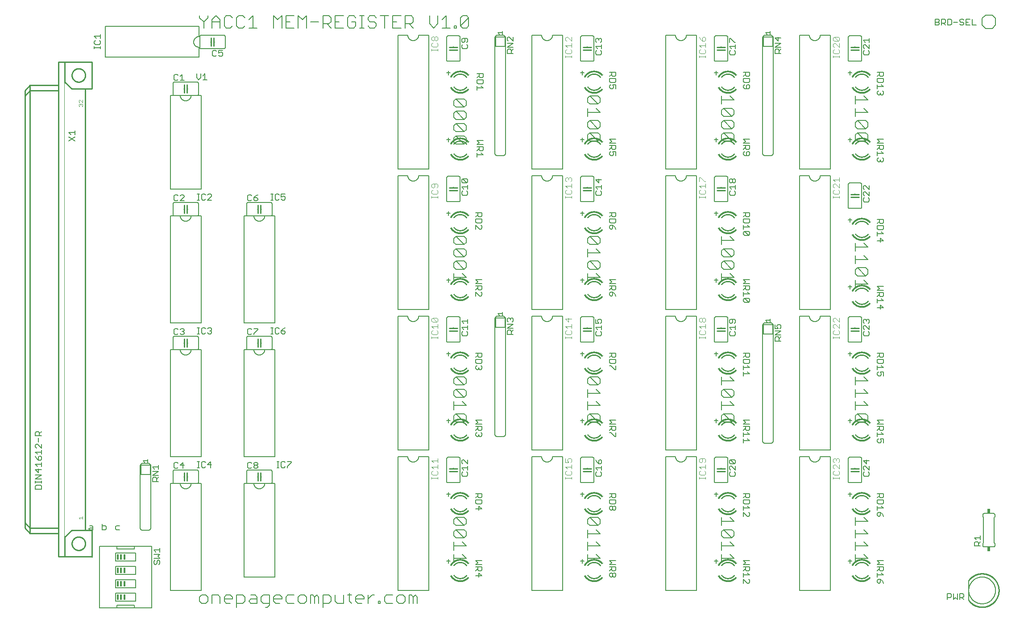
<source format=gbr>
G04 EAGLE Gerber RS-274X export*
G75*
%MOMM*%
%FSLAX34Y34*%
%LPD*%
%INSilkscreen Top*%
%IPPOS*%
%AMOC8*
5,1,8,0,0,1.08239X$1,22.5*%
G01*
%ADD10C,0.203200*%
%ADD11C,0.254000*%
%ADD12C,0.050800*%
%ADD13C,0.076200*%
%ADD14C,0.127000*%
%ADD15C,0.152400*%
%ADD16R,0.609600X0.863600*%
%ADD17R,0.381000X1.016000*%
%ADD18C,0.101600*%
%ADD19C,0.015238*%
%ADD20C,0.025400*%


D10*
X255016Y1129304D02*
X255016Y1125406D01*
X262812Y1117610D01*
X270608Y1125406D01*
X270608Y1129304D01*
X262812Y1117610D02*
X262812Y1105916D01*
X278404Y1105916D02*
X278404Y1121508D01*
X286200Y1129304D01*
X293996Y1121508D01*
X293996Y1105916D01*
X293996Y1117610D02*
X278404Y1117610D01*
X313486Y1129304D02*
X317384Y1125406D01*
X313486Y1129304D02*
X305690Y1129304D01*
X301792Y1125406D01*
X301792Y1109814D01*
X305690Y1105916D01*
X313486Y1105916D01*
X317384Y1109814D01*
X336874Y1129304D02*
X340772Y1125406D01*
X336874Y1129304D02*
X329078Y1129304D01*
X325180Y1125406D01*
X325180Y1109814D01*
X329078Y1105916D01*
X336874Y1105916D01*
X340772Y1109814D01*
X348568Y1121508D02*
X356364Y1129304D01*
X356364Y1105916D01*
X348568Y1105916D02*
X364160Y1105916D01*
X395344Y1105916D02*
X395344Y1129304D01*
X403140Y1121508D01*
X410936Y1129304D01*
X410936Y1105916D01*
X418732Y1129304D02*
X434324Y1129304D01*
X418732Y1129304D02*
X418732Y1105916D01*
X434324Y1105916D01*
X426528Y1117610D02*
X418732Y1117610D01*
X442120Y1105916D02*
X442120Y1129304D01*
X449916Y1121508D01*
X457712Y1129304D01*
X457712Y1105916D01*
X465508Y1117610D02*
X481100Y1117610D01*
X488896Y1105916D02*
X488896Y1129304D01*
X500590Y1129304D01*
X504488Y1125406D01*
X504488Y1117610D01*
X500590Y1113712D01*
X488896Y1113712D01*
X496692Y1113712D02*
X504488Y1105916D01*
X512284Y1129304D02*
X527876Y1129304D01*
X512284Y1129304D02*
X512284Y1105916D01*
X527876Y1105916D01*
X520080Y1117610D02*
X512284Y1117610D01*
X547366Y1129304D02*
X551264Y1125406D01*
X547366Y1129304D02*
X539570Y1129304D01*
X535672Y1125406D01*
X535672Y1109814D01*
X539570Y1105916D01*
X547366Y1105916D01*
X551264Y1109814D01*
X551264Y1117610D01*
X543468Y1117610D01*
X559060Y1105916D02*
X566856Y1105916D01*
X562958Y1105916D02*
X562958Y1129304D01*
X559060Y1129304D02*
X566856Y1129304D01*
X586346Y1129304D02*
X590244Y1125406D01*
X586346Y1129304D02*
X578550Y1129304D01*
X574652Y1125406D01*
X574652Y1121508D01*
X578550Y1117610D01*
X586346Y1117610D01*
X590244Y1113712D01*
X590244Y1109814D01*
X586346Y1105916D01*
X578550Y1105916D01*
X574652Y1109814D01*
X605836Y1105916D02*
X605836Y1129304D01*
X598040Y1129304D02*
X613632Y1129304D01*
X621428Y1129304D02*
X637019Y1129304D01*
X621428Y1129304D02*
X621428Y1105916D01*
X637019Y1105916D01*
X629223Y1117610D02*
X621428Y1117610D01*
X644815Y1105916D02*
X644815Y1129304D01*
X656509Y1129304D01*
X660407Y1125406D01*
X660407Y1117610D01*
X656509Y1113712D01*
X644815Y1113712D01*
X652611Y1113712D02*
X660407Y1105916D01*
X691591Y1113712D02*
X691591Y1129304D01*
X691591Y1113712D02*
X699387Y1105916D01*
X707183Y1113712D01*
X707183Y1129304D01*
X714979Y1121508D02*
X722775Y1129304D01*
X722775Y1105916D01*
X714979Y1105916D02*
X730571Y1105916D01*
X738367Y1105916D02*
X738367Y1109814D01*
X742265Y1109814D01*
X742265Y1105916D01*
X738367Y1105916D01*
X750061Y1109814D02*
X750061Y1125406D01*
X753959Y1129304D01*
X761755Y1129304D01*
X765653Y1125406D01*
X765653Y1109814D01*
X761755Y1105916D01*
X753959Y1105916D01*
X750061Y1109814D01*
X765653Y1125406D01*
X266710Y13716D02*
X258914Y13716D01*
X266710Y13716D02*
X270608Y17614D01*
X270608Y25410D01*
X266710Y29308D01*
X258914Y29308D01*
X255016Y25410D01*
X255016Y17614D01*
X258914Y13716D01*
X278404Y13716D02*
X278404Y29308D01*
X290098Y29308D01*
X293996Y25410D01*
X293996Y13716D01*
X305690Y13716D02*
X313486Y13716D01*
X305690Y13716D02*
X301792Y17614D01*
X301792Y25410D01*
X305690Y29308D01*
X313486Y29308D01*
X317384Y25410D01*
X317384Y21512D01*
X301792Y21512D01*
X325180Y29308D02*
X325180Y5920D01*
X325180Y29308D02*
X336874Y29308D01*
X340772Y25410D01*
X340772Y17614D01*
X336874Y13716D01*
X325180Y13716D01*
X352466Y29308D02*
X360262Y29308D01*
X364160Y25410D01*
X364160Y13716D01*
X352466Y13716D01*
X348568Y17614D01*
X352466Y21512D01*
X364160Y21512D01*
X379752Y5920D02*
X383650Y5920D01*
X387548Y9818D01*
X387548Y29308D01*
X375854Y29308D01*
X371956Y25410D01*
X371956Y17614D01*
X375854Y13716D01*
X387548Y13716D01*
X399242Y13716D02*
X407038Y13716D01*
X399242Y13716D02*
X395344Y17614D01*
X395344Y25410D01*
X399242Y29308D01*
X407038Y29308D01*
X410936Y25410D01*
X410936Y21512D01*
X395344Y21512D01*
X422630Y29308D02*
X434324Y29308D01*
X422630Y29308D02*
X418732Y25410D01*
X418732Y17614D01*
X422630Y13716D01*
X434324Y13716D01*
X446018Y13716D02*
X453814Y13716D01*
X457712Y17614D01*
X457712Y25410D01*
X453814Y29308D01*
X446018Y29308D01*
X442120Y25410D01*
X442120Y17614D01*
X446018Y13716D01*
X465508Y13716D02*
X465508Y29308D01*
X469406Y29308D01*
X473304Y25410D01*
X473304Y13716D01*
X473304Y25410D02*
X477202Y29308D01*
X481100Y25410D01*
X481100Y13716D01*
X488896Y5920D02*
X488896Y29308D01*
X500590Y29308D01*
X504488Y25410D01*
X504488Y17614D01*
X500590Y13716D01*
X488896Y13716D01*
X512284Y17614D02*
X512284Y29308D01*
X512284Y17614D02*
X516182Y13716D01*
X527876Y13716D01*
X527876Y29308D01*
X539570Y33206D02*
X539570Y17614D01*
X543468Y13716D01*
X543468Y29308D02*
X535672Y29308D01*
X555162Y13716D02*
X562958Y13716D01*
X555162Y13716D02*
X551264Y17614D01*
X551264Y25410D01*
X555162Y29308D01*
X562958Y29308D01*
X566856Y25410D01*
X566856Y21512D01*
X551264Y21512D01*
X574652Y13716D02*
X574652Y29308D01*
X574652Y21512D02*
X582448Y29308D01*
X586346Y29308D01*
X594142Y17614D02*
X594142Y13716D01*
X594142Y17614D02*
X598040Y17614D01*
X598040Y13716D01*
X594142Y13716D01*
X609733Y29308D02*
X621427Y29308D01*
X609733Y29308D02*
X605836Y25410D01*
X605836Y17614D01*
X609733Y13716D01*
X621427Y13716D01*
X633121Y13716D02*
X640917Y13716D01*
X644815Y17614D01*
X644815Y25410D01*
X640917Y29308D01*
X633121Y29308D01*
X629223Y25410D01*
X629223Y17614D01*
X633121Y13716D01*
X652611Y13716D02*
X652611Y29308D01*
X656509Y29308D01*
X660407Y25410D01*
X660407Y13716D01*
X660407Y25410D02*
X664305Y29308D01*
X668203Y25410D01*
X668203Y13716D01*
X741494Y885364D02*
X757086Y885364D01*
X741494Y885364D02*
X737596Y889262D01*
X737596Y897058D01*
X741494Y900956D01*
X757086Y900956D01*
X760984Y897058D01*
X760984Y889262D01*
X757086Y885364D01*
X741494Y900956D01*
X741494Y908752D02*
X757086Y908752D01*
X741494Y908752D02*
X737596Y912650D01*
X737596Y920446D01*
X741494Y924344D01*
X757086Y924344D01*
X760984Y920446D01*
X760984Y912650D01*
X757086Y908752D01*
X741494Y924344D01*
X741494Y932140D02*
X757086Y932140D01*
X741494Y932140D02*
X737596Y936038D01*
X737596Y943834D01*
X741494Y947732D01*
X757086Y947732D01*
X760984Y943834D01*
X760984Y936038D01*
X757086Y932140D01*
X741494Y947732D01*
X741494Y955528D02*
X757086Y955528D01*
X741494Y955528D02*
X737596Y959426D01*
X737596Y967222D01*
X741494Y971120D01*
X757086Y971120D01*
X760984Y967222D01*
X760984Y959426D01*
X757086Y955528D01*
X741494Y971120D01*
X741514Y710184D02*
X757106Y710184D01*
X761004Y706286D01*
X761004Y698490D01*
X757106Y694592D01*
X741514Y694592D01*
X737616Y698490D01*
X737616Y706286D01*
X741514Y710184D01*
X757106Y694592D01*
X757106Y686796D02*
X741514Y686796D01*
X757106Y686796D02*
X761004Y682898D01*
X761004Y675102D01*
X757106Y671204D01*
X741514Y671204D01*
X737616Y675102D01*
X737616Y682898D01*
X741514Y686796D01*
X757106Y671204D01*
X757106Y663408D02*
X741514Y663408D01*
X757106Y663408D02*
X761004Y659510D01*
X761004Y651714D01*
X757106Y647816D01*
X741514Y647816D01*
X737616Y651714D01*
X737616Y659510D01*
X741514Y663408D01*
X757106Y647816D01*
X753208Y640020D02*
X761004Y632224D01*
X737616Y632224D01*
X737616Y640020D02*
X737616Y624428D01*
X741514Y443484D02*
X757106Y443484D01*
X761004Y439586D01*
X761004Y431790D01*
X757106Y427892D01*
X741514Y427892D01*
X737616Y431790D01*
X737616Y439586D01*
X741514Y443484D01*
X757106Y427892D01*
X757106Y420096D02*
X741514Y420096D01*
X757106Y420096D02*
X761004Y416198D01*
X761004Y408402D01*
X757106Y404504D01*
X741514Y404504D01*
X737616Y408402D01*
X737616Y416198D01*
X741514Y420096D01*
X757106Y404504D01*
X753208Y396708D02*
X761004Y388912D01*
X737616Y388912D01*
X737616Y396708D02*
X737616Y381116D01*
X741514Y373320D02*
X757106Y373320D01*
X761004Y369422D01*
X761004Y361626D01*
X757106Y357728D01*
X741514Y357728D01*
X737616Y361626D01*
X737616Y369422D01*
X741514Y373320D01*
X757106Y357728D01*
X757106Y176784D02*
X741514Y176784D01*
X757106Y176784D02*
X761004Y172886D01*
X761004Y165090D01*
X757106Y161192D01*
X741514Y161192D01*
X737616Y165090D01*
X737616Y172886D01*
X741514Y176784D01*
X757106Y161192D01*
X757106Y153396D02*
X741514Y153396D01*
X757106Y153396D02*
X761004Y149498D01*
X761004Y141702D01*
X757106Y137804D01*
X741514Y137804D01*
X737616Y141702D01*
X737616Y149498D01*
X741514Y153396D01*
X757106Y137804D01*
X753208Y130008D02*
X761004Y122212D01*
X737616Y122212D01*
X737616Y130008D02*
X737616Y114416D01*
X753208Y106620D02*
X761004Y98824D01*
X737616Y98824D01*
X737616Y106620D02*
X737616Y91028D01*
X995514Y976884D02*
X1011106Y976884D01*
X1015004Y972986D01*
X1015004Y965190D01*
X1011106Y961292D01*
X995514Y961292D01*
X991616Y965190D01*
X991616Y972986D01*
X995514Y976884D01*
X1011106Y961292D01*
X1007208Y953496D02*
X1015004Y945700D01*
X991616Y945700D01*
X991616Y953496D02*
X991616Y937904D01*
X995514Y930108D02*
X1011106Y930108D01*
X1015004Y926210D01*
X1015004Y918414D01*
X1011106Y914516D01*
X995514Y914516D01*
X991616Y918414D01*
X991616Y926210D01*
X995514Y930108D01*
X1011106Y914516D01*
X1011106Y906720D02*
X995514Y906720D01*
X1011106Y906720D02*
X1015004Y902822D01*
X1015004Y895026D01*
X1011106Y891128D01*
X995514Y891128D01*
X991616Y895026D01*
X991616Y902822D01*
X995514Y906720D01*
X1011106Y891128D01*
X1011106Y710184D02*
X995514Y710184D01*
X1011106Y710184D02*
X1015004Y706286D01*
X1015004Y698490D01*
X1011106Y694592D01*
X995514Y694592D01*
X991616Y698490D01*
X991616Y706286D01*
X995514Y710184D01*
X1011106Y694592D01*
X1007208Y686796D02*
X1015004Y679000D01*
X991616Y679000D01*
X991616Y686796D02*
X991616Y671204D01*
X995514Y663408D02*
X1011106Y663408D01*
X1015004Y659510D01*
X1015004Y651714D01*
X1011106Y647816D01*
X995514Y647816D01*
X991616Y651714D01*
X991616Y659510D01*
X995514Y663408D01*
X1011106Y647816D01*
X1007208Y640020D02*
X1015004Y632224D01*
X991616Y632224D01*
X991616Y640020D02*
X991616Y624428D01*
X995514Y443484D02*
X1011106Y443484D01*
X1015004Y439586D01*
X1015004Y431790D01*
X1011106Y427892D01*
X995514Y427892D01*
X991616Y431790D01*
X991616Y439586D01*
X995514Y443484D01*
X1011106Y427892D01*
X1007208Y420096D02*
X1015004Y412300D01*
X991616Y412300D01*
X991616Y420096D02*
X991616Y404504D01*
X1007208Y396708D02*
X1015004Y388912D01*
X991616Y388912D01*
X991616Y396708D02*
X991616Y381116D01*
X995514Y373320D02*
X1011106Y373320D01*
X1015004Y369422D01*
X1015004Y361626D01*
X1011106Y357728D01*
X995514Y357728D01*
X991616Y361626D01*
X991616Y369422D01*
X995514Y373320D01*
X1011106Y357728D01*
X1011106Y176784D02*
X995514Y176784D01*
X1011106Y176784D02*
X1015004Y172886D01*
X1015004Y165090D01*
X1011106Y161192D01*
X995514Y161192D01*
X991616Y165090D01*
X991616Y172886D01*
X995514Y176784D01*
X1011106Y161192D01*
X1007208Y153396D02*
X1015004Y145600D01*
X991616Y145600D01*
X991616Y153396D02*
X991616Y137804D01*
X1007208Y130008D02*
X1015004Y122212D01*
X991616Y122212D01*
X991616Y130008D02*
X991616Y114416D01*
X1007208Y106620D02*
X1015004Y98824D01*
X991616Y98824D01*
X991616Y106620D02*
X991616Y91028D01*
X1269004Y969088D02*
X1261208Y976884D01*
X1269004Y969088D02*
X1245616Y969088D01*
X1245616Y976884D02*
X1245616Y961292D01*
X1249514Y953496D02*
X1265106Y953496D01*
X1269004Y949598D01*
X1269004Y941802D01*
X1265106Y937904D01*
X1249514Y937904D01*
X1245616Y941802D01*
X1245616Y949598D01*
X1249514Y953496D01*
X1265106Y937904D01*
X1265106Y930108D02*
X1249514Y930108D01*
X1265106Y930108D02*
X1269004Y926210D01*
X1269004Y918414D01*
X1265106Y914516D01*
X1249514Y914516D01*
X1245616Y918414D01*
X1245616Y926210D01*
X1249514Y930108D01*
X1265106Y914516D01*
X1265106Y906720D02*
X1249514Y906720D01*
X1265106Y906720D02*
X1269004Y902822D01*
X1269004Y895026D01*
X1265106Y891128D01*
X1249514Y891128D01*
X1245616Y895026D01*
X1245616Y902822D01*
X1249514Y906720D01*
X1265106Y891128D01*
X1515208Y976884D02*
X1523004Y969088D01*
X1499616Y969088D01*
X1499616Y976884D02*
X1499616Y961292D01*
X1515208Y953496D02*
X1523004Y945700D01*
X1499616Y945700D01*
X1499616Y953496D02*
X1499616Y937904D01*
X1503514Y930108D02*
X1519106Y930108D01*
X1523004Y926210D01*
X1523004Y918414D01*
X1519106Y914516D01*
X1503514Y914516D01*
X1499616Y918414D01*
X1499616Y926210D01*
X1503514Y930108D01*
X1519106Y914516D01*
X1519106Y906720D02*
X1503514Y906720D01*
X1519106Y906720D02*
X1523004Y902822D01*
X1523004Y895026D01*
X1519106Y891128D01*
X1503514Y891128D01*
X1499616Y895026D01*
X1499616Y902822D01*
X1503514Y906720D01*
X1519106Y891128D01*
X1269004Y702388D02*
X1261208Y710184D01*
X1269004Y702388D02*
X1245616Y702388D01*
X1245616Y710184D02*
X1245616Y694592D01*
X1249514Y686796D02*
X1265106Y686796D01*
X1269004Y682898D01*
X1269004Y675102D01*
X1265106Y671204D01*
X1249514Y671204D01*
X1245616Y675102D01*
X1245616Y682898D01*
X1249514Y686796D01*
X1265106Y671204D01*
X1265106Y663408D02*
X1249514Y663408D01*
X1265106Y663408D02*
X1269004Y659510D01*
X1269004Y651714D01*
X1265106Y647816D01*
X1249514Y647816D01*
X1245616Y651714D01*
X1245616Y659510D01*
X1249514Y663408D01*
X1265106Y647816D01*
X1261208Y640020D02*
X1269004Y632224D01*
X1245616Y632224D01*
X1245616Y640020D02*
X1245616Y624428D01*
X1515208Y697484D02*
X1523004Y689688D01*
X1499616Y689688D01*
X1499616Y697484D02*
X1499616Y681892D01*
X1515208Y674096D02*
X1523004Y666300D01*
X1499616Y666300D01*
X1499616Y674096D02*
X1499616Y658504D01*
X1503514Y650708D02*
X1519106Y650708D01*
X1523004Y646810D01*
X1523004Y639014D01*
X1519106Y635116D01*
X1503514Y635116D01*
X1499616Y639014D01*
X1499616Y646810D01*
X1503514Y650708D01*
X1519106Y635116D01*
X1515208Y627320D02*
X1523004Y619524D01*
X1499616Y619524D01*
X1499616Y627320D02*
X1499616Y611728D01*
X1269004Y435688D02*
X1261208Y443484D01*
X1269004Y435688D02*
X1245616Y435688D01*
X1245616Y443484D02*
X1245616Y427892D01*
X1249514Y420096D02*
X1265106Y420096D01*
X1269004Y416198D01*
X1269004Y408402D01*
X1265106Y404504D01*
X1249514Y404504D01*
X1245616Y408402D01*
X1245616Y416198D01*
X1249514Y420096D01*
X1265106Y404504D01*
X1261208Y396708D02*
X1269004Y388912D01*
X1245616Y388912D01*
X1245616Y396708D02*
X1245616Y381116D01*
X1249514Y373320D02*
X1265106Y373320D01*
X1269004Y369422D01*
X1269004Y361626D01*
X1265106Y357728D01*
X1249514Y357728D01*
X1245616Y361626D01*
X1245616Y369422D01*
X1249514Y373320D01*
X1265106Y357728D01*
X1515208Y443484D02*
X1523004Y435688D01*
X1499616Y435688D01*
X1499616Y443484D02*
X1499616Y427892D01*
X1515208Y420096D02*
X1523004Y412300D01*
X1499616Y412300D01*
X1499616Y420096D02*
X1499616Y404504D01*
X1515208Y396708D02*
X1523004Y388912D01*
X1499616Y388912D01*
X1499616Y396708D02*
X1499616Y381116D01*
X1503514Y373320D02*
X1519106Y373320D01*
X1523004Y369422D01*
X1523004Y361626D01*
X1519106Y357728D01*
X1503514Y357728D01*
X1499616Y361626D01*
X1499616Y369422D01*
X1503514Y373320D01*
X1519106Y357728D01*
X1269004Y168988D02*
X1261208Y176784D01*
X1269004Y168988D02*
X1245616Y168988D01*
X1245616Y176784D02*
X1245616Y161192D01*
X1249514Y153396D02*
X1265106Y153396D01*
X1269004Y149498D01*
X1269004Y141702D01*
X1265106Y137804D01*
X1249514Y137804D01*
X1245616Y141702D01*
X1245616Y149498D01*
X1249514Y153396D01*
X1265106Y137804D01*
X1261208Y130008D02*
X1269004Y122212D01*
X1245616Y122212D01*
X1245616Y130008D02*
X1245616Y114416D01*
X1261208Y106620D02*
X1269004Y98824D01*
X1245616Y98824D01*
X1245616Y106620D02*
X1245616Y91028D01*
X1515208Y176784D02*
X1523004Y168988D01*
X1499616Y168988D01*
X1499616Y176784D02*
X1499616Y161192D01*
X1515208Y153396D02*
X1523004Y145600D01*
X1499616Y145600D01*
X1499616Y153396D02*
X1499616Y137804D01*
X1515208Y130008D02*
X1523004Y122212D01*
X1499616Y122212D01*
X1499616Y130008D02*
X1499616Y114416D01*
X1515208Y106620D02*
X1523004Y98824D01*
X1499616Y98824D01*
X1499616Y106620D02*
X1499616Y91028D01*
D11*
X-67310Y996950D02*
X-76200Y986790D01*
X-67310Y996950D02*
X-12700Y996950D01*
X-13970Y986790D02*
X-67310Y986790D01*
X-76200Y986790D02*
X-76200Y976630D01*
X-76200Y166370D01*
X-76200Y156210D01*
X-67310Y156210D02*
X-13970Y156210D01*
X-67310Y146050D02*
X-76200Y156210D01*
X-67310Y146050D02*
X-12700Y146050D01*
D12*
X-2200Y102900D02*
X-2200Y1041370D01*
D11*
X-12600Y1041370D02*
X-12600Y102900D01*
X-12700Y102000D02*
X50800Y101999D01*
X50800Y1041400D02*
X-1270Y1041400D01*
X-12700Y1041400D01*
X50800Y101999D02*
X50800Y101601D01*
X50800Y101999D02*
X50800Y152400D01*
X38100Y152400D01*
X12700Y152400D01*
X-1270Y139700D01*
X50800Y990600D02*
X50800Y1041400D01*
X50800Y990600D02*
X38100Y990600D01*
X12700Y990600D01*
X-1270Y1003300D01*
X38100Y990600D02*
X38100Y152400D01*
X-67310Y156210D02*
X-76200Y166370D01*
X-67310Y986790D02*
X-67310Y996950D01*
X-67310Y986790D02*
X-67310Y156210D01*
X-67310Y146050D01*
X-76200Y976630D02*
X-67310Y986790D01*
X-1270Y139700D02*
X-1270Y102870D01*
X-1270Y1003300D02*
X-1270Y1041400D01*
X12700Y1016064D02*
X12704Y1016376D01*
X12715Y1016687D01*
X12734Y1016998D01*
X12761Y1017309D01*
X12796Y1017619D01*
X12837Y1017927D01*
X12887Y1018235D01*
X12944Y1018542D01*
X13009Y1018847D01*
X13081Y1019150D01*
X13160Y1019451D01*
X13247Y1019751D01*
X13341Y1020048D01*
X13442Y1020343D01*
X13551Y1020635D01*
X13667Y1020924D01*
X13790Y1021211D01*
X13919Y1021494D01*
X14056Y1021774D01*
X14200Y1022051D01*
X14350Y1022324D01*
X14507Y1022593D01*
X14670Y1022858D01*
X14840Y1023120D01*
X15017Y1023377D01*
X15199Y1023629D01*
X15388Y1023877D01*
X15583Y1024121D01*
X15783Y1024359D01*
X15990Y1024593D01*
X16202Y1024821D01*
X16420Y1025044D01*
X16643Y1025262D01*
X16871Y1025474D01*
X17105Y1025681D01*
X17343Y1025881D01*
X17587Y1026076D01*
X17835Y1026265D01*
X18087Y1026447D01*
X18344Y1026624D01*
X18606Y1026794D01*
X18871Y1026957D01*
X19140Y1027114D01*
X19413Y1027264D01*
X19690Y1027408D01*
X19970Y1027545D01*
X20253Y1027674D01*
X20540Y1027797D01*
X20829Y1027913D01*
X21121Y1028022D01*
X21416Y1028123D01*
X21713Y1028217D01*
X22013Y1028304D01*
X22314Y1028383D01*
X22617Y1028455D01*
X22922Y1028520D01*
X23229Y1028577D01*
X23537Y1028627D01*
X23845Y1028668D01*
X24155Y1028703D01*
X24466Y1028730D01*
X24777Y1028749D01*
X25088Y1028760D01*
X25400Y1028764D01*
X25712Y1028760D01*
X26023Y1028749D01*
X26334Y1028730D01*
X26645Y1028703D01*
X26955Y1028668D01*
X27263Y1028627D01*
X27571Y1028577D01*
X27878Y1028520D01*
X28183Y1028455D01*
X28486Y1028383D01*
X28787Y1028304D01*
X29087Y1028217D01*
X29384Y1028123D01*
X29679Y1028022D01*
X29971Y1027913D01*
X30260Y1027797D01*
X30547Y1027674D01*
X30830Y1027545D01*
X31110Y1027408D01*
X31387Y1027264D01*
X31660Y1027114D01*
X31929Y1026957D01*
X32194Y1026794D01*
X32456Y1026624D01*
X32713Y1026447D01*
X32965Y1026265D01*
X33213Y1026076D01*
X33457Y1025881D01*
X33695Y1025681D01*
X33929Y1025474D01*
X34157Y1025262D01*
X34380Y1025044D01*
X34598Y1024821D01*
X34810Y1024593D01*
X35017Y1024359D01*
X35217Y1024121D01*
X35412Y1023877D01*
X35601Y1023629D01*
X35783Y1023377D01*
X35960Y1023120D01*
X36130Y1022858D01*
X36293Y1022593D01*
X36450Y1022324D01*
X36600Y1022051D01*
X36744Y1021774D01*
X36881Y1021494D01*
X37010Y1021211D01*
X37133Y1020924D01*
X37249Y1020635D01*
X37358Y1020343D01*
X37459Y1020048D01*
X37553Y1019751D01*
X37640Y1019451D01*
X37719Y1019150D01*
X37791Y1018847D01*
X37856Y1018542D01*
X37913Y1018235D01*
X37963Y1017927D01*
X38004Y1017619D01*
X38039Y1017309D01*
X38066Y1016998D01*
X38085Y1016687D01*
X38096Y1016376D01*
X38100Y1016064D01*
X38096Y1015752D01*
X38085Y1015441D01*
X38066Y1015130D01*
X38039Y1014819D01*
X38004Y1014509D01*
X37963Y1014201D01*
X37913Y1013893D01*
X37856Y1013586D01*
X37791Y1013281D01*
X37719Y1012978D01*
X37640Y1012677D01*
X37553Y1012377D01*
X37459Y1012080D01*
X37358Y1011785D01*
X37249Y1011493D01*
X37133Y1011204D01*
X37010Y1010917D01*
X36881Y1010634D01*
X36744Y1010354D01*
X36600Y1010077D01*
X36450Y1009804D01*
X36293Y1009535D01*
X36130Y1009270D01*
X35960Y1009008D01*
X35783Y1008751D01*
X35601Y1008499D01*
X35412Y1008251D01*
X35217Y1008007D01*
X35017Y1007769D01*
X34810Y1007535D01*
X34598Y1007307D01*
X34380Y1007084D01*
X34157Y1006866D01*
X33929Y1006654D01*
X33695Y1006447D01*
X33457Y1006247D01*
X33213Y1006052D01*
X32965Y1005863D01*
X32713Y1005681D01*
X32456Y1005504D01*
X32194Y1005334D01*
X31929Y1005171D01*
X31660Y1005014D01*
X31387Y1004864D01*
X31110Y1004720D01*
X30830Y1004583D01*
X30547Y1004454D01*
X30260Y1004331D01*
X29971Y1004215D01*
X29679Y1004106D01*
X29384Y1004005D01*
X29087Y1003911D01*
X28787Y1003824D01*
X28486Y1003745D01*
X28183Y1003673D01*
X27878Y1003608D01*
X27571Y1003551D01*
X27263Y1003501D01*
X26955Y1003460D01*
X26645Y1003425D01*
X26334Y1003398D01*
X26023Y1003379D01*
X25712Y1003368D01*
X25400Y1003364D01*
X25088Y1003368D01*
X24777Y1003379D01*
X24466Y1003398D01*
X24155Y1003425D01*
X23845Y1003460D01*
X23537Y1003501D01*
X23229Y1003551D01*
X22922Y1003608D01*
X22617Y1003673D01*
X22314Y1003745D01*
X22013Y1003824D01*
X21713Y1003911D01*
X21416Y1004005D01*
X21121Y1004106D01*
X20829Y1004215D01*
X20540Y1004331D01*
X20253Y1004454D01*
X19970Y1004583D01*
X19690Y1004720D01*
X19413Y1004864D01*
X19140Y1005014D01*
X18871Y1005171D01*
X18606Y1005334D01*
X18344Y1005504D01*
X18087Y1005681D01*
X17835Y1005863D01*
X17587Y1006052D01*
X17343Y1006247D01*
X17105Y1006447D01*
X16871Y1006654D01*
X16643Y1006866D01*
X16420Y1007084D01*
X16202Y1007307D01*
X15990Y1007535D01*
X15783Y1007769D01*
X15583Y1008007D01*
X15388Y1008251D01*
X15199Y1008499D01*
X15017Y1008751D01*
X14840Y1009008D01*
X14670Y1009270D01*
X14507Y1009535D01*
X14350Y1009804D01*
X14200Y1010077D01*
X14056Y1010354D01*
X13919Y1010634D01*
X13790Y1010917D01*
X13667Y1011204D01*
X13551Y1011493D01*
X13442Y1011785D01*
X13341Y1012080D01*
X13247Y1012377D01*
X13160Y1012677D01*
X13081Y1012978D01*
X13009Y1013281D01*
X12944Y1013586D01*
X12887Y1013893D01*
X12837Y1014201D01*
X12796Y1014509D01*
X12761Y1014819D01*
X12734Y1015130D01*
X12715Y1015441D01*
X12704Y1015752D01*
X12700Y1016064D01*
X12700Y126936D02*
X12704Y127248D01*
X12715Y127559D01*
X12734Y127870D01*
X12761Y128181D01*
X12796Y128491D01*
X12837Y128799D01*
X12887Y129107D01*
X12944Y129414D01*
X13009Y129719D01*
X13081Y130022D01*
X13160Y130323D01*
X13247Y130623D01*
X13341Y130920D01*
X13442Y131215D01*
X13551Y131507D01*
X13667Y131796D01*
X13790Y132083D01*
X13919Y132366D01*
X14056Y132646D01*
X14200Y132923D01*
X14350Y133196D01*
X14507Y133465D01*
X14670Y133730D01*
X14840Y133992D01*
X15017Y134249D01*
X15199Y134501D01*
X15388Y134749D01*
X15583Y134993D01*
X15783Y135231D01*
X15990Y135465D01*
X16202Y135693D01*
X16420Y135916D01*
X16643Y136134D01*
X16871Y136346D01*
X17105Y136553D01*
X17343Y136753D01*
X17587Y136948D01*
X17835Y137137D01*
X18087Y137319D01*
X18344Y137496D01*
X18606Y137666D01*
X18871Y137829D01*
X19140Y137986D01*
X19413Y138136D01*
X19690Y138280D01*
X19970Y138417D01*
X20253Y138546D01*
X20540Y138669D01*
X20829Y138785D01*
X21121Y138894D01*
X21416Y138995D01*
X21713Y139089D01*
X22013Y139176D01*
X22314Y139255D01*
X22617Y139327D01*
X22922Y139392D01*
X23229Y139449D01*
X23537Y139499D01*
X23845Y139540D01*
X24155Y139575D01*
X24466Y139602D01*
X24777Y139621D01*
X25088Y139632D01*
X25400Y139636D01*
X25712Y139632D01*
X26023Y139621D01*
X26334Y139602D01*
X26645Y139575D01*
X26955Y139540D01*
X27263Y139499D01*
X27571Y139449D01*
X27878Y139392D01*
X28183Y139327D01*
X28486Y139255D01*
X28787Y139176D01*
X29087Y139089D01*
X29384Y138995D01*
X29679Y138894D01*
X29971Y138785D01*
X30260Y138669D01*
X30547Y138546D01*
X30830Y138417D01*
X31110Y138280D01*
X31387Y138136D01*
X31660Y137986D01*
X31929Y137829D01*
X32194Y137666D01*
X32456Y137496D01*
X32713Y137319D01*
X32965Y137137D01*
X33213Y136948D01*
X33457Y136753D01*
X33695Y136553D01*
X33929Y136346D01*
X34157Y136134D01*
X34380Y135916D01*
X34598Y135693D01*
X34810Y135465D01*
X35017Y135231D01*
X35217Y134993D01*
X35412Y134749D01*
X35601Y134501D01*
X35783Y134249D01*
X35960Y133992D01*
X36130Y133730D01*
X36293Y133465D01*
X36450Y133196D01*
X36600Y132923D01*
X36744Y132646D01*
X36881Y132366D01*
X37010Y132083D01*
X37133Y131796D01*
X37249Y131507D01*
X37358Y131215D01*
X37459Y130920D01*
X37553Y130623D01*
X37640Y130323D01*
X37719Y130022D01*
X37791Y129719D01*
X37856Y129414D01*
X37913Y129107D01*
X37963Y128799D01*
X38004Y128491D01*
X38039Y128181D01*
X38066Y127870D01*
X38085Y127559D01*
X38096Y127248D01*
X38100Y126936D01*
X38096Y126624D01*
X38085Y126313D01*
X38066Y126002D01*
X38039Y125691D01*
X38004Y125381D01*
X37963Y125073D01*
X37913Y124765D01*
X37856Y124458D01*
X37791Y124153D01*
X37719Y123850D01*
X37640Y123549D01*
X37553Y123249D01*
X37459Y122952D01*
X37358Y122657D01*
X37249Y122365D01*
X37133Y122076D01*
X37010Y121789D01*
X36881Y121506D01*
X36744Y121226D01*
X36600Y120949D01*
X36450Y120676D01*
X36293Y120407D01*
X36130Y120142D01*
X35960Y119880D01*
X35783Y119623D01*
X35601Y119371D01*
X35412Y119123D01*
X35217Y118879D01*
X35017Y118641D01*
X34810Y118407D01*
X34598Y118179D01*
X34380Y117956D01*
X34157Y117738D01*
X33929Y117526D01*
X33695Y117319D01*
X33457Y117119D01*
X33213Y116924D01*
X32965Y116735D01*
X32713Y116553D01*
X32456Y116376D01*
X32194Y116206D01*
X31929Y116043D01*
X31660Y115886D01*
X31387Y115736D01*
X31110Y115592D01*
X30830Y115455D01*
X30547Y115326D01*
X30260Y115203D01*
X29971Y115087D01*
X29679Y114978D01*
X29384Y114877D01*
X29087Y114783D01*
X28787Y114696D01*
X28486Y114617D01*
X28183Y114545D01*
X27878Y114480D01*
X27571Y114423D01*
X27263Y114373D01*
X26955Y114332D01*
X26645Y114297D01*
X26334Y114270D01*
X26023Y114251D01*
X25712Y114240D01*
X25400Y114236D01*
X25088Y114240D01*
X24777Y114251D01*
X24466Y114270D01*
X24155Y114297D01*
X23845Y114332D01*
X23537Y114373D01*
X23229Y114423D01*
X22922Y114480D01*
X22617Y114545D01*
X22314Y114617D01*
X22013Y114696D01*
X21713Y114783D01*
X21416Y114877D01*
X21121Y114978D01*
X20829Y115087D01*
X20540Y115203D01*
X20253Y115326D01*
X19970Y115455D01*
X19690Y115592D01*
X19413Y115736D01*
X19140Y115886D01*
X18871Y116043D01*
X18606Y116206D01*
X18344Y116376D01*
X18087Y116553D01*
X17835Y116735D01*
X17587Y116924D01*
X17343Y117119D01*
X17105Y117319D01*
X16871Y117526D01*
X16643Y117738D01*
X16420Y117956D01*
X16202Y118179D01*
X15990Y118407D01*
X15783Y118641D01*
X15583Y118879D01*
X15388Y119123D01*
X15199Y119371D01*
X15017Y119623D01*
X14840Y119880D01*
X14670Y120142D01*
X14507Y120407D01*
X14350Y120676D01*
X14200Y120949D01*
X14056Y121226D01*
X13919Y121506D01*
X13790Y121789D01*
X13667Y122076D01*
X13551Y122365D01*
X13442Y122657D01*
X13341Y122952D01*
X13247Y123249D01*
X13160Y123549D01*
X13081Y123850D01*
X13009Y124153D01*
X12944Y124458D01*
X12887Y124765D01*
X12837Y125073D01*
X12796Y125381D01*
X12761Y125691D01*
X12734Y126002D01*
X12715Y126313D01*
X12704Y126624D01*
X12700Y126936D01*
D13*
X28232Y173237D02*
X25775Y175694D01*
X33147Y175694D01*
X33147Y173237D02*
X33147Y178152D01*
D14*
X46728Y160662D02*
X50541Y160662D01*
X52448Y158755D01*
X52448Y153035D01*
X46728Y153035D01*
X44821Y154942D01*
X46728Y156848D01*
X52448Y156848D01*
X70221Y153035D02*
X70221Y164475D01*
X70221Y153035D02*
X75941Y153035D01*
X77848Y154942D01*
X77848Y158755D01*
X75941Y160662D01*
X70221Y160662D01*
X97528Y160662D02*
X103248Y160662D01*
X97528Y160662D02*
X95621Y158755D01*
X95621Y154942D01*
X97528Y153035D01*
X103248Y153035D01*
D13*
X27003Y956963D02*
X25775Y958191D01*
X25775Y960649D01*
X27003Y961878D01*
X28232Y961878D01*
X29461Y960649D01*
X29461Y959420D01*
X29461Y960649D02*
X30690Y961878D01*
X31918Y961878D01*
X33147Y960649D01*
X33147Y958191D01*
X31918Y956963D01*
X33147Y964447D02*
X33147Y969362D01*
X33147Y964447D02*
X28232Y969362D01*
X27003Y969362D01*
X25775Y968133D01*
X25775Y965676D01*
X27003Y964447D01*
D14*
X-45085Y230493D02*
X-56525Y230493D01*
X-45085Y230493D02*
X-45085Y236213D01*
X-46992Y238120D01*
X-54618Y238120D01*
X-56525Y236213D01*
X-56525Y230493D01*
X-45085Y242187D02*
X-45085Y246000D01*
X-45085Y244094D02*
X-56525Y244094D01*
X-56525Y246000D02*
X-56525Y242187D01*
X-56525Y249983D02*
X-45085Y249983D01*
X-45085Y257610D02*
X-56525Y249983D01*
X-56525Y257610D02*
X-45085Y257610D01*
X-45085Y267397D02*
X-56525Y267397D01*
X-50805Y261677D01*
X-50805Y269303D01*
X-52712Y273371D02*
X-56525Y277184D01*
X-45085Y277184D01*
X-45085Y273371D02*
X-45085Y280997D01*
X-54618Y288878D02*
X-56525Y292691D01*
X-54618Y288878D02*
X-50805Y285065D01*
X-46992Y285065D01*
X-45085Y286972D01*
X-45085Y290785D01*
X-46992Y292691D01*
X-48898Y292691D01*
X-50805Y290785D01*
X-50805Y285065D01*
X-52712Y296759D02*
X-56525Y300572D01*
X-45085Y300572D01*
X-45085Y296759D02*
X-45085Y304385D01*
X-45085Y308453D02*
X-45085Y316079D01*
X-45085Y308453D02*
X-52712Y316079D01*
X-54618Y316079D01*
X-56525Y314173D01*
X-56525Y310359D01*
X-54618Y308453D01*
X-50805Y320147D02*
X-50805Y327773D01*
X-45085Y331841D02*
X-56525Y331841D01*
X-56525Y337561D01*
X-54618Y339467D01*
X-50805Y339467D01*
X-48898Y337561D01*
X-48898Y331841D01*
X-48898Y335654D02*
X-45085Y339467D01*
X6975Y891647D02*
X18415Y899274D01*
X18415Y891647D02*
X6975Y899274D01*
X10789Y903341D02*
X6975Y907154D01*
X18415Y907154D01*
X18415Y903341D02*
X18415Y910968D01*
D10*
X1714500Y57150D02*
X1714500Y19050D01*
D11*
X1714974Y18434D01*
X1715463Y17829D01*
X1715967Y17237D01*
X1716485Y16657D01*
X1717017Y16090D01*
X1717563Y15536D01*
X1718122Y14996D01*
X1718695Y14470D01*
X1719280Y13957D01*
X1719877Y13460D01*
X1720486Y12977D01*
X1721107Y12509D01*
X1721740Y12056D01*
X1722383Y11619D01*
X1723037Y11198D01*
X1723701Y10794D01*
X1724374Y10405D01*
X1725057Y10033D01*
X1725749Y9678D01*
X1726449Y9340D01*
X1727157Y9019D01*
X1727873Y8716D01*
X1728597Y8430D01*
X1729326Y8162D01*
X1730063Y7912D01*
X1730805Y7681D01*
X1731553Y7467D01*
X1732305Y7272D01*
X1733063Y7095D01*
X1733824Y6937D01*
X1734589Y6797D01*
X1735357Y6677D01*
X1736128Y6575D01*
X1736901Y6492D01*
X1737676Y6428D01*
X1738452Y6383D01*
X1739229Y6357D01*
X1740007Y6350D01*
X1740784Y6362D01*
X1741561Y6393D01*
X1742337Y6444D01*
X1743112Y6513D01*
X1743884Y6601D01*
X1744654Y6708D01*
X1745422Y6834D01*
X1746186Y6978D01*
X1746946Y7142D01*
X1747702Y7324D01*
X1748453Y7524D01*
X1749200Y7742D01*
X1749940Y7979D01*
X1750675Y8234D01*
X1751403Y8507D01*
X1752124Y8798D01*
X1752838Y9106D01*
X1753544Y9431D01*
X1754242Y9774D01*
X1754932Y10134D01*
X1755612Y10510D01*
X1756283Y10903D01*
X1756944Y11313D01*
X1757595Y11738D01*
X1758235Y12179D01*
X1758864Y12636D01*
X1759482Y13108D01*
X1760088Y13595D01*
X1760682Y14097D01*
X1761264Y14613D01*
X1761833Y15143D01*
X1762388Y15687D01*
X1762931Y16245D01*
X1763459Y16815D01*
X1763973Y17398D01*
X1764473Y17994D01*
X1764958Y18602D01*
X1765428Y19221D01*
X1765882Y19852D01*
X1766321Y20494D01*
X1766745Y21146D01*
X1767152Y21809D01*
X1767543Y22481D01*
X1767917Y23163D01*
X1768274Y23853D01*
X1768614Y24552D01*
X1768938Y25260D01*
X1769243Y25974D01*
X1769532Y26697D01*
X1769802Y27426D01*
X1770054Y28161D01*
X1770289Y28903D01*
X1770505Y29650D01*
X1770703Y30402D01*
X1770882Y31158D01*
X1771043Y31919D01*
X1771185Y32683D01*
X1771308Y33451D01*
X1771412Y34222D01*
X1771498Y34995D01*
X1771564Y35769D01*
X1771612Y36545D01*
X1771640Y37322D01*
X1771650Y38100D01*
X1771640Y38878D01*
X1771612Y39655D01*
X1771564Y40431D01*
X1771498Y41205D01*
X1771412Y41978D01*
X1771308Y42749D01*
X1771185Y43517D01*
X1771043Y44281D01*
X1770882Y45042D01*
X1770703Y45798D01*
X1770505Y46550D01*
X1770289Y47297D01*
X1770054Y48039D01*
X1769802Y48774D01*
X1769532Y49503D01*
X1769243Y50226D01*
X1768938Y50940D01*
X1768614Y51648D01*
X1768274Y52347D01*
X1767917Y53037D01*
X1767543Y53719D01*
X1767152Y54391D01*
X1766745Y55054D01*
X1766321Y55706D01*
X1765882Y56348D01*
X1765428Y56979D01*
X1764958Y57598D01*
X1764473Y58206D01*
X1763973Y58802D01*
X1763459Y59385D01*
X1762931Y59955D01*
X1762388Y60513D01*
X1761833Y61057D01*
X1761264Y61587D01*
X1760682Y62103D01*
X1760088Y62605D01*
X1759482Y63092D01*
X1758864Y63564D01*
X1758235Y64021D01*
X1757595Y64462D01*
X1756944Y64887D01*
X1756283Y65297D01*
X1755612Y65690D01*
X1754932Y66066D01*
X1754242Y66426D01*
X1753544Y66769D01*
X1752838Y67094D01*
X1752124Y67402D01*
X1751403Y67693D01*
X1750675Y67966D01*
X1749940Y68221D01*
X1749200Y68458D01*
X1748453Y68676D01*
X1747702Y68876D01*
X1746946Y69058D01*
X1746186Y69222D01*
X1745422Y69366D01*
X1744654Y69492D01*
X1743884Y69599D01*
X1743112Y69687D01*
X1742337Y69756D01*
X1741561Y69807D01*
X1740784Y69838D01*
X1740007Y69850D01*
X1739229Y69843D01*
X1738452Y69817D01*
X1737676Y69772D01*
X1736901Y69708D01*
X1736128Y69625D01*
X1735357Y69523D01*
X1734589Y69403D01*
X1733824Y69263D01*
X1733063Y69105D01*
X1732305Y68928D01*
X1731553Y68733D01*
X1730805Y68519D01*
X1730063Y68288D01*
X1729326Y68038D01*
X1728597Y67770D01*
X1727873Y67484D01*
X1727157Y67181D01*
X1726449Y66860D01*
X1725749Y66522D01*
X1725057Y66167D01*
X1724374Y65795D01*
X1723701Y65406D01*
X1723037Y65002D01*
X1722383Y64581D01*
X1721740Y64144D01*
X1721107Y63691D01*
X1720486Y63223D01*
X1719877Y62740D01*
X1719280Y62243D01*
X1718695Y61730D01*
X1718122Y61204D01*
X1717563Y60664D01*
X1717017Y60110D01*
X1716485Y59543D01*
X1715967Y58963D01*
X1715463Y58371D01*
X1714974Y57766D01*
X1714500Y57150D01*
D15*
X1714500Y38100D02*
X1714508Y38723D01*
X1714531Y39346D01*
X1714569Y39969D01*
X1714622Y40590D01*
X1714691Y41209D01*
X1714775Y41827D01*
X1714874Y42442D01*
X1714988Y43055D01*
X1715117Y43665D01*
X1715261Y44272D01*
X1715420Y44875D01*
X1715594Y45473D01*
X1715782Y46068D01*
X1715985Y46657D01*
X1716202Y47241D01*
X1716433Y47820D01*
X1716679Y48393D01*
X1716939Y48960D01*
X1717212Y49520D01*
X1717499Y50073D01*
X1717800Y50620D01*
X1718114Y51158D01*
X1718441Y51689D01*
X1718781Y52211D01*
X1719133Y52726D01*
X1719499Y53231D01*
X1719876Y53727D01*
X1720266Y54214D01*
X1720667Y54691D01*
X1721080Y55158D01*
X1721504Y55614D01*
X1721939Y56061D01*
X1722386Y56496D01*
X1722842Y56920D01*
X1723309Y57333D01*
X1723786Y57734D01*
X1724273Y58124D01*
X1724769Y58501D01*
X1725274Y58867D01*
X1725789Y59219D01*
X1726311Y59559D01*
X1726842Y59886D01*
X1727380Y60200D01*
X1727927Y60501D01*
X1728480Y60788D01*
X1729040Y61061D01*
X1729607Y61321D01*
X1730180Y61567D01*
X1730759Y61798D01*
X1731343Y62015D01*
X1731932Y62218D01*
X1732527Y62406D01*
X1733125Y62580D01*
X1733728Y62739D01*
X1734335Y62883D01*
X1734945Y63012D01*
X1735558Y63126D01*
X1736173Y63225D01*
X1736791Y63309D01*
X1737410Y63378D01*
X1738031Y63431D01*
X1738654Y63469D01*
X1739277Y63492D01*
X1739900Y63500D01*
X1740523Y63492D01*
X1741146Y63469D01*
X1741769Y63431D01*
X1742390Y63378D01*
X1743009Y63309D01*
X1743627Y63225D01*
X1744242Y63126D01*
X1744855Y63012D01*
X1745465Y62883D01*
X1746072Y62739D01*
X1746675Y62580D01*
X1747273Y62406D01*
X1747868Y62218D01*
X1748457Y62015D01*
X1749041Y61798D01*
X1749620Y61567D01*
X1750193Y61321D01*
X1750760Y61061D01*
X1751320Y60788D01*
X1751873Y60501D01*
X1752420Y60200D01*
X1752958Y59886D01*
X1753489Y59559D01*
X1754011Y59219D01*
X1754526Y58867D01*
X1755031Y58501D01*
X1755527Y58124D01*
X1756014Y57734D01*
X1756491Y57333D01*
X1756958Y56920D01*
X1757414Y56496D01*
X1757861Y56061D01*
X1758296Y55614D01*
X1758720Y55158D01*
X1759133Y54691D01*
X1759534Y54214D01*
X1759924Y53727D01*
X1760301Y53231D01*
X1760667Y52726D01*
X1761019Y52211D01*
X1761359Y51689D01*
X1761686Y51158D01*
X1762000Y50620D01*
X1762301Y50073D01*
X1762588Y49520D01*
X1762861Y48960D01*
X1763121Y48393D01*
X1763367Y47820D01*
X1763598Y47241D01*
X1763815Y46657D01*
X1764018Y46068D01*
X1764206Y45473D01*
X1764380Y44875D01*
X1764539Y44272D01*
X1764683Y43665D01*
X1764812Y43055D01*
X1764926Y42442D01*
X1765025Y41827D01*
X1765109Y41209D01*
X1765178Y40590D01*
X1765231Y39969D01*
X1765269Y39346D01*
X1765292Y38723D01*
X1765300Y38100D01*
X1765292Y37477D01*
X1765269Y36854D01*
X1765231Y36231D01*
X1765178Y35610D01*
X1765109Y34991D01*
X1765025Y34373D01*
X1764926Y33758D01*
X1764812Y33145D01*
X1764683Y32535D01*
X1764539Y31928D01*
X1764380Y31325D01*
X1764206Y30727D01*
X1764018Y30132D01*
X1763815Y29543D01*
X1763598Y28959D01*
X1763367Y28380D01*
X1763121Y27807D01*
X1762861Y27240D01*
X1762588Y26680D01*
X1762301Y26127D01*
X1762000Y25580D01*
X1761686Y25042D01*
X1761359Y24511D01*
X1761019Y23989D01*
X1760667Y23474D01*
X1760301Y22969D01*
X1759924Y22473D01*
X1759534Y21986D01*
X1759133Y21509D01*
X1758720Y21042D01*
X1758296Y20586D01*
X1757861Y20139D01*
X1757414Y19704D01*
X1756958Y19280D01*
X1756491Y18867D01*
X1756014Y18466D01*
X1755527Y18076D01*
X1755031Y17699D01*
X1754526Y17333D01*
X1754011Y16981D01*
X1753489Y16641D01*
X1752958Y16314D01*
X1752420Y16000D01*
X1751873Y15699D01*
X1751320Y15412D01*
X1750760Y15139D01*
X1750193Y14879D01*
X1749620Y14633D01*
X1749041Y14402D01*
X1748457Y14185D01*
X1747868Y13982D01*
X1747273Y13794D01*
X1746675Y13620D01*
X1746072Y13461D01*
X1745465Y13317D01*
X1744855Y13188D01*
X1744242Y13074D01*
X1743627Y12975D01*
X1743009Y12891D01*
X1742390Y12822D01*
X1741769Y12769D01*
X1741146Y12731D01*
X1740523Y12708D01*
X1739900Y12700D01*
X1739277Y12708D01*
X1738654Y12731D01*
X1738031Y12769D01*
X1737410Y12822D01*
X1736791Y12891D01*
X1736173Y12975D01*
X1735558Y13074D01*
X1734945Y13188D01*
X1734335Y13317D01*
X1733728Y13461D01*
X1733125Y13620D01*
X1732527Y13794D01*
X1731932Y13982D01*
X1731343Y14185D01*
X1730759Y14402D01*
X1730180Y14633D01*
X1729607Y14879D01*
X1729040Y15139D01*
X1728480Y15412D01*
X1727927Y15699D01*
X1727380Y16000D01*
X1726842Y16314D01*
X1726311Y16641D01*
X1725789Y16981D01*
X1725274Y17333D01*
X1724769Y17699D01*
X1724273Y18076D01*
X1723786Y18466D01*
X1723309Y18867D01*
X1722842Y19280D01*
X1722386Y19704D01*
X1721939Y20139D01*
X1721504Y20586D01*
X1721080Y21042D01*
X1720667Y21509D01*
X1720266Y21986D01*
X1719876Y22473D01*
X1719499Y22969D01*
X1719133Y23474D01*
X1718781Y23989D01*
X1718441Y24511D01*
X1718114Y25042D01*
X1717800Y25580D01*
X1717499Y26127D01*
X1717212Y26680D01*
X1716939Y27240D01*
X1716679Y27807D01*
X1716433Y28380D01*
X1716202Y28959D01*
X1715985Y29543D01*
X1715782Y30132D01*
X1715594Y30727D01*
X1715420Y31325D01*
X1715261Y31928D01*
X1715117Y32535D01*
X1714988Y33145D01*
X1714874Y33758D01*
X1714775Y34373D01*
X1714691Y34991D01*
X1714622Y35610D01*
X1714569Y36231D01*
X1714531Y36854D01*
X1714508Y37477D01*
X1714500Y38100D01*
D14*
X1673703Y32141D02*
X1673703Y20701D01*
X1673703Y32141D02*
X1679423Y32141D01*
X1681330Y30234D01*
X1681330Y26421D01*
X1679423Y24514D01*
X1673703Y24514D01*
X1685397Y20701D02*
X1685397Y32141D01*
X1689210Y24514D02*
X1685397Y20701D01*
X1689210Y24514D02*
X1693024Y20701D01*
X1693024Y32141D01*
X1697091Y32141D02*
X1697091Y20701D01*
X1697091Y32141D02*
X1702811Y32141D01*
X1704717Y30234D01*
X1704717Y26421D01*
X1702811Y24514D01*
X1697091Y24514D01*
X1700904Y24514D02*
X1704717Y20701D01*
D15*
X1743710Y120650D02*
X1743610Y120652D01*
X1743511Y120658D01*
X1743411Y120668D01*
X1743313Y120681D01*
X1743214Y120699D01*
X1743117Y120720D01*
X1743021Y120745D01*
X1742925Y120774D01*
X1742831Y120807D01*
X1742738Y120843D01*
X1742647Y120883D01*
X1742557Y120927D01*
X1742469Y120974D01*
X1742383Y121024D01*
X1742299Y121078D01*
X1742217Y121135D01*
X1742138Y121195D01*
X1742060Y121259D01*
X1741986Y121325D01*
X1741914Y121394D01*
X1741845Y121466D01*
X1741779Y121540D01*
X1741715Y121618D01*
X1741655Y121697D01*
X1741598Y121779D01*
X1741544Y121863D01*
X1741494Y121949D01*
X1741447Y122037D01*
X1741403Y122127D01*
X1741363Y122218D01*
X1741327Y122311D01*
X1741294Y122405D01*
X1741265Y122501D01*
X1741240Y122597D01*
X1741219Y122694D01*
X1741201Y122793D01*
X1741188Y122891D01*
X1741178Y122991D01*
X1741172Y123090D01*
X1741170Y123190D01*
X1761490Y120650D02*
X1761590Y120652D01*
X1761689Y120658D01*
X1761789Y120668D01*
X1761887Y120681D01*
X1761986Y120699D01*
X1762083Y120720D01*
X1762179Y120745D01*
X1762275Y120774D01*
X1762369Y120807D01*
X1762462Y120843D01*
X1762553Y120883D01*
X1762643Y120927D01*
X1762731Y120974D01*
X1762817Y121024D01*
X1762901Y121078D01*
X1762983Y121135D01*
X1763062Y121195D01*
X1763140Y121259D01*
X1763214Y121325D01*
X1763286Y121394D01*
X1763355Y121466D01*
X1763421Y121540D01*
X1763485Y121618D01*
X1763545Y121697D01*
X1763602Y121779D01*
X1763656Y121863D01*
X1763706Y121949D01*
X1763753Y122037D01*
X1763797Y122127D01*
X1763837Y122218D01*
X1763873Y122311D01*
X1763906Y122405D01*
X1763935Y122501D01*
X1763960Y122597D01*
X1763981Y122694D01*
X1763999Y122793D01*
X1764012Y122891D01*
X1764022Y122991D01*
X1764028Y123090D01*
X1764030Y123190D01*
X1764030Y181610D02*
X1764028Y181710D01*
X1764022Y181809D01*
X1764012Y181909D01*
X1763999Y182007D01*
X1763981Y182106D01*
X1763960Y182203D01*
X1763935Y182299D01*
X1763906Y182395D01*
X1763873Y182489D01*
X1763837Y182582D01*
X1763797Y182673D01*
X1763753Y182763D01*
X1763706Y182851D01*
X1763656Y182937D01*
X1763602Y183021D01*
X1763545Y183103D01*
X1763485Y183182D01*
X1763421Y183260D01*
X1763355Y183334D01*
X1763286Y183406D01*
X1763214Y183475D01*
X1763140Y183541D01*
X1763062Y183605D01*
X1762983Y183665D01*
X1762901Y183722D01*
X1762817Y183776D01*
X1762731Y183826D01*
X1762643Y183873D01*
X1762553Y183917D01*
X1762462Y183957D01*
X1762369Y183993D01*
X1762275Y184026D01*
X1762179Y184055D01*
X1762083Y184080D01*
X1761986Y184101D01*
X1761887Y184119D01*
X1761789Y184132D01*
X1761689Y184142D01*
X1761590Y184148D01*
X1761490Y184150D01*
X1743710Y184150D02*
X1743610Y184148D01*
X1743511Y184142D01*
X1743411Y184132D01*
X1743313Y184119D01*
X1743214Y184101D01*
X1743117Y184080D01*
X1743021Y184055D01*
X1742925Y184026D01*
X1742831Y183993D01*
X1742738Y183957D01*
X1742647Y183917D01*
X1742557Y183873D01*
X1742469Y183826D01*
X1742383Y183776D01*
X1742299Y183722D01*
X1742217Y183665D01*
X1742138Y183605D01*
X1742060Y183541D01*
X1741986Y183475D01*
X1741914Y183406D01*
X1741845Y183334D01*
X1741779Y183260D01*
X1741715Y183182D01*
X1741655Y183103D01*
X1741598Y183021D01*
X1741544Y182937D01*
X1741494Y182851D01*
X1741447Y182763D01*
X1741403Y182673D01*
X1741363Y182582D01*
X1741327Y182489D01*
X1741294Y182395D01*
X1741265Y182299D01*
X1741240Y182203D01*
X1741219Y182106D01*
X1741201Y182007D01*
X1741188Y181909D01*
X1741178Y181809D01*
X1741172Y181710D01*
X1741170Y181610D01*
X1743710Y120650D02*
X1761490Y120650D01*
X1741170Y123190D02*
X1741170Y127000D01*
X1742440Y128270D01*
X1764030Y127000D02*
X1764030Y123190D01*
X1764030Y127000D02*
X1762760Y128270D01*
X1742440Y176530D02*
X1741170Y177800D01*
X1742440Y176530D02*
X1742440Y128270D01*
X1762760Y176530D02*
X1764030Y177800D01*
X1762760Y176530D02*
X1762760Y128270D01*
X1741170Y177800D02*
X1741170Y181610D01*
X1764030Y181610D02*
X1764030Y177800D01*
X1761490Y184150D02*
X1743710Y184150D01*
D16*
X1752600Y188468D03*
X1752600Y116332D03*
D14*
X1736725Y122555D02*
X1725285Y122555D01*
X1725285Y128275D01*
X1727192Y130182D01*
X1731005Y130182D01*
X1732912Y128275D01*
X1732912Y122555D01*
X1732912Y126368D02*
X1736725Y130182D01*
X1729099Y134249D02*
X1725285Y138062D01*
X1736725Y138062D01*
X1736725Y134249D02*
X1736725Y141875D01*
D15*
X257810Y800100D02*
X257810Y977900D01*
X199390Y977900D02*
X199390Y800100D01*
X257810Y800100D01*
X257810Y977900D02*
X238760Y977900D01*
X218440Y977900D02*
X199390Y977900D01*
X218440Y977900D02*
X218443Y977653D01*
X218452Y977405D01*
X218467Y977158D01*
X218488Y976912D01*
X218515Y976666D01*
X218548Y976421D01*
X218587Y976176D01*
X218632Y975933D01*
X218683Y975691D01*
X218740Y975450D01*
X218802Y975211D01*
X218871Y974973D01*
X218945Y974737D01*
X219025Y974503D01*
X219110Y974271D01*
X219202Y974041D01*
X219298Y973813D01*
X219401Y973588D01*
X219508Y973365D01*
X219622Y973145D01*
X219740Y972928D01*
X219864Y972713D01*
X219993Y972502D01*
X220127Y972294D01*
X220266Y972089D01*
X220410Y971888D01*
X220558Y971690D01*
X220712Y971496D01*
X220870Y971306D01*
X221033Y971120D01*
X221200Y970938D01*
X221372Y970760D01*
X221548Y970586D01*
X221728Y970416D01*
X221913Y970251D01*
X222101Y970091D01*
X222293Y969935D01*
X222489Y969783D01*
X222688Y969637D01*
X222891Y969495D01*
X223098Y969359D01*
X223307Y969227D01*
X223520Y969101D01*
X223736Y968980D01*
X223954Y968864D01*
X224176Y968754D01*
X224400Y968649D01*
X224626Y968549D01*
X224855Y968455D01*
X225086Y968367D01*
X225320Y968284D01*
X225555Y968207D01*
X225792Y968136D01*
X226030Y968070D01*
X226270Y968011D01*
X226512Y967957D01*
X226755Y967909D01*
X226998Y967867D01*
X227243Y967831D01*
X227489Y967801D01*
X227735Y967777D01*
X227982Y967759D01*
X228229Y967747D01*
X228476Y967741D01*
X228724Y967741D01*
X228971Y967747D01*
X229218Y967759D01*
X229465Y967777D01*
X229711Y967801D01*
X229957Y967831D01*
X230202Y967867D01*
X230445Y967909D01*
X230688Y967957D01*
X230930Y968011D01*
X231170Y968070D01*
X231408Y968136D01*
X231645Y968207D01*
X231880Y968284D01*
X232114Y968367D01*
X232345Y968455D01*
X232574Y968549D01*
X232800Y968649D01*
X233024Y968754D01*
X233246Y968864D01*
X233464Y968980D01*
X233680Y969101D01*
X233893Y969227D01*
X234102Y969359D01*
X234309Y969495D01*
X234512Y969637D01*
X234711Y969783D01*
X234907Y969935D01*
X235099Y970091D01*
X235287Y970251D01*
X235472Y970416D01*
X235652Y970586D01*
X235828Y970760D01*
X236000Y970938D01*
X236167Y971120D01*
X236330Y971306D01*
X236488Y971496D01*
X236642Y971690D01*
X236790Y971888D01*
X236934Y972089D01*
X237073Y972294D01*
X237207Y972502D01*
X237336Y972713D01*
X237460Y972928D01*
X237578Y973145D01*
X237692Y973365D01*
X237799Y973588D01*
X237902Y973813D01*
X237998Y974041D01*
X238090Y974271D01*
X238175Y974503D01*
X238255Y974737D01*
X238329Y974973D01*
X238398Y975211D01*
X238460Y975450D01*
X238517Y975691D01*
X238568Y975933D01*
X238613Y976176D01*
X238652Y976421D01*
X238685Y976666D01*
X238712Y976912D01*
X238733Y977158D01*
X238748Y977405D01*
X238757Y977653D01*
X238760Y977900D01*
D14*
X249555Y1011558D02*
X249555Y1019185D01*
X249555Y1011558D02*
X253368Y1007745D01*
X257182Y1011558D01*
X257182Y1019185D01*
X261249Y1015372D02*
X265062Y1019185D01*
X265062Y1007745D01*
X261249Y1007745D02*
X268875Y1007745D01*
D15*
X257810Y749300D02*
X257810Y546100D01*
X199390Y546100D02*
X199390Y749300D01*
X199390Y546100D02*
X257810Y546100D01*
X257810Y749300D02*
X238760Y749300D01*
X218440Y749300D02*
X199390Y749300D01*
X218440Y749300D02*
X218443Y749053D01*
X218452Y748805D01*
X218467Y748558D01*
X218488Y748312D01*
X218515Y748066D01*
X218548Y747821D01*
X218587Y747576D01*
X218632Y747333D01*
X218683Y747091D01*
X218740Y746850D01*
X218802Y746611D01*
X218871Y746373D01*
X218945Y746137D01*
X219025Y745903D01*
X219110Y745671D01*
X219202Y745441D01*
X219298Y745213D01*
X219401Y744988D01*
X219508Y744765D01*
X219622Y744545D01*
X219740Y744328D01*
X219864Y744113D01*
X219993Y743902D01*
X220127Y743694D01*
X220266Y743489D01*
X220410Y743288D01*
X220558Y743090D01*
X220712Y742896D01*
X220870Y742706D01*
X221033Y742520D01*
X221200Y742338D01*
X221372Y742160D01*
X221548Y741986D01*
X221728Y741816D01*
X221913Y741651D01*
X222101Y741491D01*
X222293Y741335D01*
X222489Y741183D01*
X222688Y741037D01*
X222891Y740895D01*
X223098Y740759D01*
X223307Y740627D01*
X223520Y740501D01*
X223736Y740380D01*
X223954Y740264D01*
X224176Y740154D01*
X224400Y740049D01*
X224626Y739949D01*
X224855Y739855D01*
X225086Y739767D01*
X225320Y739684D01*
X225555Y739607D01*
X225792Y739536D01*
X226030Y739470D01*
X226270Y739411D01*
X226512Y739357D01*
X226755Y739309D01*
X226998Y739267D01*
X227243Y739231D01*
X227489Y739201D01*
X227735Y739177D01*
X227982Y739159D01*
X228229Y739147D01*
X228476Y739141D01*
X228724Y739141D01*
X228971Y739147D01*
X229218Y739159D01*
X229465Y739177D01*
X229711Y739201D01*
X229957Y739231D01*
X230202Y739267D01*
X230445Y739309D01*
X230688Y739357D01*
X230930Y739411D01*
X231170Y739470D01*
X231408Y739536D01*
X231645Y739607D01*
X231880Y739684D01*
X232114Y739767D01*
X232345Y739855D01*
X232574Y739949D01*
X232800Y740049D01*
X233024Y740154D01*
X233246Y740264D01*
X233464Y740380D01*
X233680Y740501D01*
X233893Y740627D01*
X234102Y740759D01*
X234309Y740895D01*
X234512Y741037D01*
X234711Y741183D01*
X234907Y741335D01*
X235099Y741491D01*
X235287Y741651D01*
X235472Y741816D01*
X235652Y741986D01*
X235828Y742160D01*
X236000Y742338D01*
X236167Y742520D01*
X236330Y742706D01*
X236488Y742896D01*
X236642Y743090D01*
X236790Y743288D01*
X236934Y743489D01*
X237073Y743694D01*
X237207Y743902D01*
X237336Y744113D01*
X237460Y744328D01*
X237578Y744545D01*
X237692Y744765D01*
X237799Y744988D01*
X237902Y745213D01*
X237998Y745441D01*
X238090Y745671D01*
X238175Y745903D01*
X238255Y746137D01*
X238329Y746373D01*
X238398Y746611D01*
X238460Y746850D01*
X238517Y747091D01*
X238568Y747333D01*
X238613Y747576D01*
X238652Y747821D01*
X238685Y748066D01*
X238712Y748312D01*
X238733Y748558D01*
X238748Y748805D01*
X238757Y749053D01*
X238760Y749300D01*
D14*
X250825Y779145D02*
X254638Y779145D01*
X252732Y779145D02*
X252732Y790585D01*
X254638Y790585D02*
X250825Y790585D01*
X264341Y790585D02*
X266247Y788678D01*
X264341Y790585D02*
X260528Y790585D01*
X258621Y788678D01*
X258621Y781052D01*
X260528Y779145D01*
X264341Y779145D01*
X266247Y781052D01*
X270315Y779145D02*
X277941Y779145D01*
X270315Y779145D02*
X277941Y786772D01*
X277941Y788678D01*
X276035Y790585D01*
X272222Y790585D01*
X270315Y788678D01*
D15*
X257810Y495300D02*
X257810Y292100D01*
X199390Y292100D02*
X199390Y495300D01*
X199390Y292100D02*
X257810Y292100D01*
X257810Y495300D02*
X238760Y495300D01*
X218440Y495300D02*
X199390Y495300D01*
X218440Y495300D02*
X218443Y495053D01*
X218452Y494805D01*
X218467Y494558D01*
X218488Y494312D01*
X218515Y494066D01*
X218548Y493821D01*
X218587Y493576D01*
X218632Y493333D01*
X218683Y493091D01*
X218740Y492850D01*
X218802Y492611D01*
X218871Y492373D01*
X218945Y492137D01*
X219025Y491903D01*
X219110Y491671D01*
X219202Y491441D01*
X219298Y491213D01*
X219401Y490988D01*
X219508Y490765D01*
X219622Y490545D01*
X219740Y490328D01*
X219864Y490113D01*
X219993Y489902D01*
X220127Y489694D01*
X220266Y489489D01*
X220410Y489288D01*
X220558Y489090D01*
X220712Y488896D01*
X220870Y488706D01*
X221033Y488520D01*
X221200Y488338D01*
X221372Y488160D01*
X221548Y487986D01*
X221728Y487816D01*
X221913Y487651D01*
X222101Y487491D01*
X222293Y487335D01*
X222489Y487183D01*
X222688Y487037D01*
X222891Y486895D01*
X223098Y486759D01*
X223307Y486627D01*
X223520Y486501D01*
X223736Y486380D01*
X223954Y486264D01*
X224176Y486154D01*
X224400Y486049D01*
X224626Y485949D01*
X224855Y485855D01*
X225086Y485767D01*
X225320Y485684D01*
X225555Y485607D01*
X225792Y485536D01*
X226030Y485470D01*
X226270Y485411D01*
X226512Y485357D01*
X226755Y485309D01*
X226998Y485267D01*
X227243Y485231D01*
X227489Y485201D01*
X227735Y485177D01*
X227982Y485159D01*
X228229Y485147D01*
X228476Y485141D01*
X228724Y485141D01*
X228971Y485147D01*
X229218Y485159D01*
X229465Y485177D01*
X229711Y485201D01*
X229957Y485231D01*
X230202Y485267D01*
X230445Y485309D01*
X230688Y485357D01*
X230930Y485411D01*
X231170Y485470D01*
X231408Y485536D01*
X231645Y485607D01*
X231880Y485684D01*
X232114Y485767D01*
X232345Y485855D01*
X232574Y485949D01*
X232800Y486049D01*
X233024Y486154D01*
X233246Y486264D01*
X233464Y486380D01*
X233680Y486501D01*
X233893Y486627D01*
X234102Y486759D01*
X234309Y486895D01*
X234512Y487037D01*
X234711Y487183D01*
X234907Y487335D01*
X235099Y487491D01*
X235287Y487651D01*
X235472Y487816D01*
X235652Y487986D01*
X235828Y488160D01*
X236000Y488338D01*
X236167Y488520D01*
X236330Y488706D01*
X236488Y488896D01*
X236642Y489090D01*
X236790Y489288D01*
X236934Y489489D01*
X237073Y489694D01*
X237207Y489902D01*
X237336Y490113D01*
X237460Y490328D01*
X237578Y490545D01*
X237692Y490765D01*
X237799Y490988D01*
X237902Y491213D01*
X237998Y491441D01*
X238090Y491671D01*
X238175Y491903D01*
X238255Y492137D01*
X238329Y492373D01*
X238398Y492611D01*
X238460Y492850D01*
X238517Y493091D01*
X238568Y493333D01*
X238613Y493576D01*
X238652Y493821D01*
X238685Y494066D01*
X238712Y494312D01*
X238733Y494558D01*
X238748Y494805D01*
X238757Y495053D01*
X238760Y495300D01*
D14*
X250825Y525145D02*
X254638Y525145D01*
X252732Y525145D02*
X252732Y536585D01*
X254638Y536585D02*
X250825Y536585D01*
X264341Y536585D02*
X266247Y534678D01*
X264341Y536585D02*
X260528Y536585D01*
X258621Y534678D01*
X258621Y527052D01*
X260528Y525145D01*
X264341Y525145D01*
X266247Y527052D01*
X270315Y534678D02*
X272222Y536585D01*
X276035Y536585D01*
X277941Y534678D01*
X277941Y532772D01*
X276035Y530865D01*
X274128Y530865D01*
X276035Y530865D02*
X277941Y528958D01*
X277941Y527052D01*
X276035Y525145D01*
X272222Y525145D01*
X270315Y527052D01*
D15*
X749300Y1045210D02*
X749300Y1088390D01*
X723900Y1088390D02*
X723900Y1045210D01*
X726440Y1042670D02*
X746760Y1042670D01*
X746760Y1090930D02*
X726440Y1090930D01*
X749300Y1045210D02*
X749298Y1045110D01*
X749292Y1045011D01*
X749282Y1044911D01*
X749269Y1044813D01*
X749251Y1044714D01*
X749230Y1044617D01*
X749205Y1044521D01*
X749176Y1044425D01*
X749143Y1044331D01*
X749107Y1044238D01*
X749067Y1044147D01*
X749023Y1044057D01*
X748976Y1043969D01*
X748926Y1043883D01*
X748872Y1043799D01*
X748815Y1043717D01*
X748755Y1043638D01*
X748691Y1043560D01*
X748625Y1043486D01*
X748556Y1043414D01*
X748484Y1043345D01*
X748410Y1043279D01*
X748332Y1043215D01*
X748253Y1043155D01*
X748171Y1043098D01*
X748087Y1043044D01*
X748001Y1042994D01*
X747913Y1042947D01*
X747823Y1042903D01*
X747732Y1042863D01*
X747639Y1042827D01*
X747545Y1042794D01*
X747449Y1042765D01*
X747353Y1042740D01*
X747256Y1042719D01*
X747157Y1042701D01*
X747059Y1042688D01*
X746959Y1042678D01*
X746860Y1042672D01*
X746760Y1042670D01*
X749300Y1088390D02*
X749298Y1088490D01*
X749292Y1088589D01*
X749282Y1088689D01*
X749269Y1088787D01*
X749251Y1088886D01*
X749230Y1088983D01*
X749205Y1089079D01*
X749176Y1089175D01*
X749143Y1089269D01*
X749107Y1089362D01*
X749067Y1089453D01*
X749023Y1089543D01*
X748976Y1089631D01*
X748926Y1089717D01*
X748872Y1089801D01*
X748815Y1089883D01*
X748755Y1089962D01*
X748691Y1090040D01*
X748625Y1090114D01*
X748556Y1090186D01*
X748484Y1090255D01*
X748410Y1090321D01*
X748332Y1090385D01*
X748253Y1090445D01*
X748171Y1090502D01*
X748087Y1090556D01*
X748001Y1090606D01*
X747913Y1090653D01*
X747823Y1090697D01*
X747732Y1090737D01*
X747639Y1090773D01*
X747545Y1090806D01*
X747449Y1090835D01*
X747353Y1090860D01*
X747256Y1090881D01*
X747157Y1090899D01*
X747059Y1090912D01*
X746959Y1090922D01*
X746860Y1090928D01*
X746760Y1090930D01*
X723900Y1045210D02*
X723902Y1045110D01*
X723908Y1045011D01*
X723918Y1044911D01*
X723931Y1044813D01*
X723949Y1044714D01*
X723970Y1044617D01*
X723995Y1044521D01*
X724024Y1044425D01*
X724057Y1044331D01*
X724093Y1044238D01*
X724133Y1044147D01*
X724177Y1044057D01*
X724224Y1043969D01*
X724274Y1043883D01*
X724328Y1043799D01*
X724385Y1043717D01*
X724445Y1043638D01*
X724509Y1043560D01*
X724575Y1043486D01*
X724644Y1043414D01*
X724716Y1043345D01*
X724790Y1043279D01*
X724868Y1043215D01*
X724947Y1043155D01*
X725029Y1043098D01*
X725113Y1043044D01*
X725199Y1042994D01*
X725287Y1042947D01*
X725377Y1042903D01*
X725468Y1042863D01*
X725561Y1042827D01*
X725655Y1042794D01*
X725751Y1042765D01*
X725847Y1042740D01*
X725944Y1042719D01*
X726043Y1042701D01*
X726141Y1042688D01*
X726241Y1042678D01*
X726340Y1042672D01*
X726440Y1042670D01*
X723900Y1088390D02*
X723902Y1088490D01*
X723908Y1088589D01*
X723918Y1088689D01*
X723931Y1088787D01*
X723949Y1088886D01*
X723970Y1088983D01*
X723995Y1089079D01*
X724024Y1089175D01*
X724057Y1089269D01*
X724093Y1089362D01*
X724133Y1089453D01*
X724177Y1089543D01*
X724224Y1089631D01*
X724274Y1089717D01*
X724328Y1089801D01*
X724385Y1089883D01*
X724445Y1089962D01*
X724509Y1090040D01*
X724575Y1090114D01*
X724644Y1090186D01*
X724716Y1090255D01*
X724790Y1090321D01*
X724868Y1090385D01*
X724947Y1090445D01*
X725029Y1090502D01*
X725113Y1090556D01*
X725199Y1090606D01*
X725287Y1090653D01*
X725377Y1090697D01*
X725468Y1090737D01*
X725561Y1090773D01*
X725655Y1090806D01*
X725751Y1090835D01*
X725847Y1090860D01*
X725944Y1090881D01*
X726043Y1090899D01*
X726141Y1090912D01*
X726241Y1090922D01*
X726340Y1090928D01*
X726440Y1090930D01*
X736600Y1064260D02*
X736600Y1062990D01*
D11*
X736600Y1064260D02*
X744220Y1064260D01*
X736600Y1064260D02*
X728980Y1064260D01*
X736600Y1069340D02*
X744220Y1069340D01*
X736600Y1069340D02*
X728980Y1069340D01*
D15*
X736600Y1069340D02*
X736600Y1070610D01*
D14*
X752465Y1072627D02*
X754372Y1074534D01*
X752465Y1072627D02*
X752465Y1068814D01*
X754372Y1066907D01*
X761998Y1066907D01*
X763905Y1068814D01*
X763905Y1072627D01*
X761998Y1074534D01*
X761998Y1078601D02*
X763905Y1080508D01*
X763905Y1084321D01*
X761998Y1086228D01*
X754372Y1086228D01*
X752465Y1084321D01*
X752465Y1080508D01*
X754372Y1078601D01*
X756279Y1078601D01*
X758185Y1080508D01*
X758185Y1086228D01*
D15*
X749300Y821690D02*
X749300Y778510D01*
X723900Y778510D02*
X723900Y821690D01*
X726440Y775970D02*
X746760Y775970D01*
X746760Y824230D02*
X726440Y824230D01*
X749300Y778510D02*
X749298Y778410D01*
X749292Y778311D01*
X749282Y778211D01*
X749269Y778113D01*
X749251Y778014D01*
X749230Y777917D01*
X749205Y777821D01*
X749176Y777725D01*
X749143Y777631D01*
X749107Y777538D01*
X749067Y777447D01*
X749023Y777357D01*
X748976Y777269D01*
X748926Y777183D01*
X748872Y777099D01*
X748815Y777017D01*
X748755Y776938D01*
X748691Y776860D01*
X748625Y776786D01*
X748556Y776714D01*
X748484Y776645D01*
X748410Y776579D01*
X748332Y776515D01*
X748253Y776455D01*
X748171Y776398D01*
X748087Y776344D01*
X748001Y776294D01*
X747913Y776247D01*
X747823Y776203D01*
X747732Y776163D01*
X747639Y776127D01*
X747545Y776094D01*
X747449Y776065D01*
X747353Y776040D01*
X747256Y776019D01*
X747157Y776001D01*
X747059Y775988D01*
X746959Y775978D01*
X746860Y775972D01*
X746760Y775970D01*
X749300Y821690D02*
X749298Y821790D01*
X749292Y821889D01*
X749282Y821989D01*
X749269Y822087D01*
X749251Y822186D01*
X749230Y822283D01*
X749205Y822379D01*
X749176Y822475D01*
X749143Y822569D01*
X749107Y822662D01*
X749067Y822753D01*
X749023Y822843D01*
X748976Y822931D01*
X748926Y823017D01*
X748872Y823101D01*
X748815Y823183D01*
X748755Y823262D01*
X748691Y823340D01*
X748625Y823414D01*
X748556Y823486D01*
X748484Y823555D01*
X748410Y823621D01*
X748332Y823685D01*
X748253Y823745D01*
X748171Y823802D01*
X748087Y823856D01*
X748001Y823906D01*
X747913Y823953D01*
X747823Y823997D01*
X747732Y824037D01*
X747639Y824073D01*
X747545Y824106D01*
X747449Y824135D01*
X747353Y824160D01*
X747256Y824181D01*
X747157Y824199D01*
X747059Y824212D01*
X746959Y824222D01*
X746860Y824228D01*
X746760Y824230D01*
X723900Y778510D02*
X723902Y778410D01*
X723908Y778311D01*
X723918Y778211D01*
X723931Y778113D01*
X723949Y778014D01*
X723970Y777917D01*
X723995Y777821D01*
X724024Y777725D01*
X724057Y777631D01*
X724093Y777538D01*
X724133Y777447D01*
X724177Y777357D01*
X724224Y777269D01*
X724274Y777183D01*
X724328Y777099D01*
X724385Y777017D01*
X724445Y776938D01*
X724509Y776860D01*
X724575Y776786D01*
X724644Y776714D01*
X724716Y776645D01*
X724790Y776579D01*
X724868Y776515D01*
X724947Y776455D01*
X725029Y776398D01*
X725113Y776344D01*
X725199Y776294D01*
X725287Y776247D01*
X725377Y776203D01*
X725468Y776163D01*
X725561Y776127D01*
X725655Y776094D01*
X725751Y776065D01*
X725847Y776040D01*
X725944Y776019D01*
X726043Y776001D01*
X726141Y775988D01*
X726241Y775978D01*
X726340Y775972D01*
X726440Y775970D01*
X723900Y821690D02*
X723902Y821790D01*
X723908Y821889D01*
X723918Y821989D01*
X723931Y822087D01*
X723949Y822186D01*
X723970Y822283D01*
X723995Y822379D01*
X724024Y822475D01*
X724057Y822569D01*
X724093Y822662D01*
X724133Y822753D01*
X724177Y822843D01*
X724224Y822931D01*
X724274Y823017D01*
X724328Y823101D01*
X724385Y823183D01*
X724445Y823262D01*
X724509Y823340D01*
X724575Y823414D01*
X724644Y823486D01*
X724716Y823555D01*
X724790Y823621D01*
X724868Y823685D01*
X724947Y823745D01*
X725029Y823802D01*
X725113Y823856D01*
X725199Y823906D01*
X725287Y823953D01*
X725377Y823997D01*
X725468Y824037D01*
X725561Y824073D01*
X725655Y824106D01*
X725751Y824135D01*
X725847Y824160D01*
X725944Y824181D01*
X726043Y824199D01*
X726141Y824212D01*
X726241Y824222D01*
X726340Y824228D01*
X726440Y824230D01*
X736600Y797560D02*
X736600Y796290D01*
D11*
X736600Y797560D02*
X744220Y797560D01*
X736600Y797560D02*
X728980Y797560D01*
X736600Y802640D02*
X744220Y802640D01*
X736600Y802640D02*
X728980Y802640D01*
D15*
X736600Y802640D02*
X736600Y803910D01*
D14*
X752465Y794233D02*
X754372Y796140D01*
X752465Y794233D02*
X752465Y790420D01*
X754372Y788513D01*
X761998Y788513D01*
X763905Y790420D01*
X763905Y794233D01*
X761998Y796140D01*
X756279Y800207D02*
X752465Y804020D01*
X763905Y804020D01*
X763905Y800207D02*
X763905Y807834D01*
X761998Y811901D02*
X754372Y811901D01*
X752465Y813808D01*
X752465Y817621D01*
X754372Y819527D01*
X761998Y819527D01*
X763905Y817621D01*
X763905Y813808D01*
X761998Y811901D01*
X754372Y819527D01*
D15*
X749300Y554990D02*
X749300Y511810D01*
X723900Y511810D02*
X723900Y554990D01*
X726440Y509270D02*
X746760Y509270D01*
X746760Y557530D02*
X726440Y557530D01*
X749300Y511810D02*
X749298Y511710D01*
X749292Y511611D01*
X749282Y511511D01*
X749269Y511413D01*
X749251Y511314D01*
X749230Y511217D01*
X749205Y511121D01*
X749176Y511025D01*
X749143Y510931D01*
X749107Y510838D01*
X749067Y510747D01*
X749023Y510657D01*
X748976Y510569D01*
X748926Y510483D01*
X748872Y510399D01*
X748815Y510317D01*
X748755Y510238D01*
X748691Y510160D01*
X748625Y510086D01*
X748556Y510014D01*
X748484Y509945D01*
X748410Y509879D01*
X748332Y509815D01*
X748253Y509755D01*
X748171Y509698D01*
X748087Y509644D01*
X748001Y509594D01*
X747913Y509547D01*
X747823Y509503D01*
X747732Y509463D01*
X747639Y509427D01*
X747545Y509394D01*
X747449Y509365D01*
X747353Y509340D01*
X747256Y509319D01*
X747157Y509301D01*
X747059Y509288D01*
X746959Y509278D01*
X746860Y509272D01*
X746760Y509270D01*
X749300Y554990D02*
X749298Y555090D01*
X749292Y555189D01*
X749282Y555289D01*
X749269Y555387D01*
X749251Y555486D01*
X749230Y555583D01*
X749205Y555679D01*
X749176Y555775D01*
X749143Y555869D01*
X749107Y555962D01*
X749067Y556053D01*
X749023Y556143D01*
X748976Y556231D01*
X748926Y556317D01*
X748872Y556401D01*
X748815Y556483D01*
X748755Y556562D01*
X748691Y556640D01*
X748625Y556714D01*
X748556Y556786D01*
X748484Y556855D01*
X748410Y556921D01*
X748332Y556985D01*
X748253Y557045D01*
X748171Y557102D01*
X748087Y557156D01*
X748001Y557206D01*
X747913Y557253D01*
X747823Y557297D01*
X747732Y557337D01*
X747639Y557373D01*
X747545Y557406D01*
X747449Y557435D01*
X747353Y557460D01*
X747256Y557481D01*
X747157Y557499D01*
X747059Y557512D01*
X746959Y557522D01*
X746860Y557528D01*
X746760Y557530D01*
X723900Y511810D02*
X723902Y511710D01*
X723908Y511611D01*
X723918Y511511D01*
X723931Y511413D01*
X723949Y511314D01*
X723970Y511217D01*
X723995Y511121D01*
X724024Y511025D01*
X724057Y510931D01*
X724093Y510838D01*
X724133Y510747D01*
X724177Y510657D01*
X724224Y510569D01*
X724274Y510483D01*
X724328Y510399D01*
X724385Y510317D01*
X724445Y510238D01*
X724509Y510160D01*
X724575Y510086D01*
X724644Y510014D01*
X724716Y509945D01*
X724790Y509879D01*
X724868Y509815D01*
X724947Y509755D01*
X725029Y509698D01*
X725113Y509644D01*
X725199Y509594D01*
X725287Y509547D01*
X725377Y509503D01*
X725468Y509463D01*
X725561Y509427D01*
X725655Y509394D01*
X725751Y509365D01*
X725847Y509340D01*
X725944Y509319D01*
X726043Y509301D01*
X726141Y509288D01*
X726241Y509278D01*
X726340Y509272D01*
X726440Y509270D01*
X723900Y554990D02*
X723902Y555090D01*
X723908Y555189D01*
X723918Y555289D01*
X723931Y555387D01*
X723949Y555486D01*
X723970Y555583D01*
X723995Y555679D01*
X724024Y555775D01*
X724057Y555869D01*
X724093Y555962D01*
X724133Y556053D01*
X724177Y556143D01*
X724224Y556231D01*
X724274Y556317D01*
X724328Y556401D01*
X724385Y556483D01*
X724445Y556562D01*
X724509Y556640D01*
X724575Y556714D01*
X724644Y556786D01*
X724716Y556855D01*
X724790Y556921D01*
X724868Y556985D01*
X724947Y557045D01*
X725029Y557102D01*
X725113Y557156D01*
X725199Y557206D01*
X725287Y557253D01*
X725377Y557297D01*
X725468Y557337D01*
X725561Y557373D01*
X725655Y557406D01*
X725751Y557435D01*
X725847Y557460D01*
X725944Y557481D01*
X726043Y557499D01*
X726141Y557512D01*
X726241Y557522D01*
X726340Y557528D01*
X726440Y557530D01*
X736600Y530860D02*
X736600Y529590D01*
D11*
X736600Y530860D02*
X744220Y530860D01*
X736600Y530860D02*
X728980Y530860D01*
X736600Y535940D02*
X744220Y535940D01*
X736600Y535940D02*
X728980Y535940D01*
D15*
X736600Y535940D02*
X736600Y537210D01*
D14*
X752465Y527533D02*
X754372Y529440D01*
X752465Y527533D02*
X752465Y523720D01*
X754372Y521813D01*
X761998Y521813D01*
X763905Y523720D01*
X763905Y527533D01*
X761998Y529440D01*
X756279Y533507D02*
X752465Y537320D01*
X763905Y537320D01*
X763905Y533507D02*
X763905Y541134D01*
X756279Y545201D02*
X752465Y549014D01*
X763905Y549014D01*
X763905Y545201D02*
X763905Y552827D01*
D15*
X749300Y288290D02*
X749300Y245110D01*
X723900Y245110D02*
X723900Y288290D01*
X726440Y242570D02*
X746760Y242570D01*
X746760Y290830D02*
X726440Y290830D01*
X749300Y245110D02*
X749298Y245010D01*
X749292Y244911D01*
X749282Y244811D01*
X749269Y244713D01*
X749251Y244614D01*
X749230Y244517D01*
X749205Y244421D01*
X749176Y244325D01*
X749143Y244231D01*
X749107Y244138D01*
X749067Y244047D01*
X749023Y243957D01*
X748976Y243869D01*
X748926Y243783D01*
X748872Y243699D01*
X748815Y243617D01*
X748755Y243538D01*
X748691Y243460D01*
X748625Y243386D01*
X748556Y243314D01*
X748484Y243245D01*
X748410Y243179D01*
X748332Y243115D01*
X748253Y243055D01*
X748171Y242998D01*
X748087Y242944D01*
X748001Y242894D01*
X747913Y242847D01*
X747823Y242803D01*
X747732Y242763D01*
X747639Y242727D01*
X747545Y242694D01*
X747449Y242665D01*
X747353Y242640D01*
X747256Y242619D01*
X747157Y242601D01*
X747059Y242588D01*
X746959Y242578D01*
X746860Y242572D01*
X746760Y242570D01*
X749300Y288290D02*
X749298Y288390D01*
X749292Y288489D01*
X749282Y288589D01*
X749269Y288687D01*
X749251Y288786D01*
X749230Y288883D01*
X749205Y288979D01*
X749176Y289075D01*
X749143Y289169D01*
X749107Y289262D01*
X749067Y289353D01*
X749023Y289443D01*
X748976Y289531D01*
X748926Y289617D01*
X748872Y289701D01*
X748815Y289783D01*
X748755Y289862D01*
X748691Y289940D01*
X748625Y290014D01*
X748556Y290086D01*
X748484Y290155D01*
X748410Y290221D01*
X748332Y290285D01*
X748253Y290345D01*
X748171Y290402D01*
X748087Y290456D01*
X748001Y290506D01*
X747913Y290553D01*
X747823Y290597D01*
X747732Y290637D01*
X747639Y290673D01*
X747545Y290706D01*
X747449Y290735D01*
X747353Y290760D01*
X747256Y290781D01*
X747157Y290799D01*
X747059Y290812D01*
X746959Y290822D01*
X746860Y290828D01*
X746760Y290830D01*
X723900Y245110D02*
X723902Y245010D01*
X723908Y244911D01*
X723918Y244811D01*
X723931Y244713D01*
X723949Y244614D01*
X723970Y244517D01*
X723995Y244421D01*
X724024Y244325D01*
X724057Y244231D01*
X724093Y244138D01*
X724133Y244047D01*
X724177Y243957D01*
X724224Y243869D01*
X724274Y243783D01*
X724328Y243699D01*
X724385Y243617D01*
X724445Y243538D01*
X724509Y243460D01*
X724575Y243386D01*
X724644Y243314D01*
X724716Y243245D01*
X724790Y243179D01*
X724868Y243115D01*
X724947Y243055D01*
X725029Y242998D01*
X725113Y242944D01*
X725199Y242894D01*
X725287Y242847D01*
X725377Y242803D01*
X725468Y242763D01*
X725561Y242727D01*
X725655Y242694D01*
X725751Y242665D01*
X725847Y242640D01*
X725944Y242619D01*
X726043Y242601D01*
X726141Y242588D01*
X726241Y242578D01*
X726340Y242572D01*
X726440Y242570D01*
X723900Y288290D02*
X723902Y288390D01*
X723908Y288489D01*
X723918Y288589D01*
X723931Y288687D01*
X723949Y288786D01*
X723970Y288883D01*
X723995Y288979D01*
X724024Y289075D01*
X724057Y289169D01*
X724093Y289262D01*
X724133Y289353D01*
X724177Y289443D01*
X724224Y289531D01*
X724274Y289617D01*
X724328Y289701D01*
X724385Y289783D01*
X724445Y289862D01*
X724509Y289940D01*
X724575Y290014D01*
X724644Y290086D01*
X724716Y290155D01*
X724790Y290221D01*
X724868Y290285D01*
X724947Y290345D01*
X725029Y290402D01*
X725113Y290456D01*
X725199Y290506D01*
X725287Y290553D01*
X725377Y290597D01*
X725468Y290637D01*
X725561Y290673D01*
X725655Y290706D01*
X725751Y290735D01*
X725847Y290760D01*
X725944Y290781D01*
X726043Y290799D01*
X726141Y290812D01*
X726241Y290822D01*
X726340Y290828D01*
X726440Y290830D01*
X736600Y264160D02*
X736600Y262890D01*
D11*
X736600Y264160D02*
X744220Y264160D01*
X736600Y264160D02*
X728980Y264160D01*
X736600Y269240D02*
X744220Y269240D01*
X736600Y269240D02*
X728980Y269240D01*
D15*
X736600Y269240D02*
X736600Y270510D01*
D14*
X752465Y260833D02*
X754372Y262740D01*
X752465Y260833D02*
X752465Y257020D01*
X754372Y255113D01*
X761998Y255113D01*
X763905Y257020D01*
X763905Y260833D01*
X761998Y262740D01*
X756279Y266807D02*
X752465Y270620D01*
X763905Y270620D01*
X763905Y266807D02*
X763905Y274434D01*
X763905Y278501D02*
X763905Y286127D01*
X763905Y278501D02*
X756279Y286127D01*
X754372Y286127D01*
X752465Y284221D01*
X752465Y280408D01*
X754372Y278501D01*
D15*
X1003300Y1045210D02*
X1003300Y1088390D01*
X977900Y1088390D02*
X977900Y1045210D01*
X980440Y1042670D02*
X1000760Y1042670D01*
X1000760Y1090930D02*
X980440Y1090930D01*
X1003300Y1045210D02*
X1003298Y1045110D01*
X1003292Y1045011D01*
X1003282Y1044911D01*
X1003269Y1044813D01*
X1003251Y1044714D01*
X1003230Y1044617D01*
X1003205Y1044521D01*
X1003176Y1044425D01*
X1003143Y1044331D01*
X1003107Y1044238D01*
X1003067Y1044147D01*
X1003023Y1044057D01*
X1002976Y1043969D01*
X1002926Y1043883D01*
X1002872Y1043799D01*
X1002815Y1043717D01*
X1002755Y1043638D01*
X1002691Y1043560D01*
X1002625Y1043486D01*
X1002556Y1043414D01*
X1002484Y1043345D01*
X1002410Y1043279D01*
X1002332Y1043215D01*
X1002253Y1043155D01*
X1002171Y1043098D01*
X1002087Y1043044D01*
X1002001Y1042994D01*
X1001913Y1042947D01*
X1001823Y1042903D01*
X1001732Y1042863D01*
X1001639Y1042827D01*
X1001545Y1042794D01*
X1001449Y1042765D01*
X1001353Y1042740D01*
X1001256Y1042719D01*
X1001157Y1042701D01*
X1001059Y1042688D01*
X1000959Y1042678D01*
X1000860Y1042672D01*
X1000760Y1042670D01*
X1003300Y1088390D02*
X1003298Y1088490D01*
X1003292Y1088589D01*
X1003282Y1088689D01*
X1003269Y1088787D01*
X1003251Y1088886D01*
X1003230Y1088983D01*
X1003205Y1089079D01*
X1003176Y1089175D01*
X1003143Y1089269D01*
X1003107Y1089362D01*
X1003067Y1089453D01*
X1003023Y1089543D01*
X1002976Y1089631D01*
X1002926Y1089717D01*
X1002872Y1089801D01*
X1002815Y1089883D01*
X1002755Y1089962D01*
X1002691Y1090040D01*
X1002625Y1090114D01*
X1002556Y1090186D01*
X1002484Y1090255D01*
X1002410Y1090321D01*
X1002332Y1090385D01*
X1002253Y1090445D01*
X1002171Y1090502D01*
X1002087Y1090556D01*
X1002001Y1090606D01*
X1001913Y1090653D01*
X1001823Y1090697D01*
X1001732Y1090737D01*
X1001639Y1090773D01*
X1001545Y1090806D01*
X1001449Y1090835D01*
X1001353Y1090860D01*
X1001256Y1090881D01*
X1001157Y1090899D01*
X1001059Y1090912D01*
X1000959Y1090922D01*
X1000860Y1090928D01*
X1000760Y1090930D01*
X977900Y1045210D02*
X977902Y1045110D01*
X977908Y1045011D01*
X977918Y1044911D01*
X977931Y1044813D01*
X977949Y1044714D01*
X977970Y1044617D01*
X977995Y1044521D01*
X978024Y1044425D01*
X978057Y1044331D01*
X978093Y1044238D01*
X978133Y1044147D01*
X978177Y1044057D01*
X978224Y1043969D01*
X978274Y1043883D01*
X978328Y1043799D01*
X978385Y1043717D01*
X978445Y1043638D01*
X978509Y1043560D01*
X978575Y1043486D01*
X978644Y1043414D01*
X978716Y1043345D01*
X978790Y1043279D01*
X978868Y1043215D01*
X978947Y1043155D01*
X979029Y1043098D01*
X979113Y1043044D01*
X979199Y1042994D01*
X979287Y1042947D01*
X979377Y1042903D01*
X979468Y1042863D01*
X979561Y1042827D01*
X979655Y1042794D01*
X979751Y1042765D01*
X979847Y1042740D01*
X979944Y1042719D01*
X980043Y1042701D01*
X980141Y1042688D01*
X980241Y1042678D01*
X980340Y1042672D01*
X980440Y1042670D01*
X977900Y1088390D02*
X977902Y1088490D01*
X977908Y1088589D01*
X977918Y1088689D01*
X977931Y1088787D01*
X977949Y1088886D01*
X977970Y1088983D01*
X977995Y1089079D01*
X978024Y1089175D01*
X978057Y1089269D01*
X978093Y1089362D01*
X978133Y1089453D01*
X978177Y1089543D01*
X978224Y1089631D01*
X978274Y1089717D01*
X978328Y1089801D01*
X978385Y1089883D01*
X978445Y1089962D01*
X978509Y1090040D01*
X978575Y1090114D01*
X978644Y1090186D01*
X978716Y1090255D01*
X978790Y1090321D01*
X978868Y1090385D01*
X978947Y1090445D01*
X979029Y1090502D01*
X979113Y1090556D01*
X979199Y1090606D01*
X979287Y1090653D01*
X979377Y1090697D01*
X979468Y1090737D01*
X979561Y1090773D01*
X979655Y1090806D01*
X979751Y1090835D01*
X979847Y1090860D01*
X979944Y1090881D01*
X980043Y1090899D01*
X980141Y1090912D01*
X980241Y1090922D01*
X980340Y1090928D01*
X980440Y1090930D01*
X990600Y1064260D02*
X990600Y1062990D01*
D11*
X990600Y1064260D02*
X998220Y1064260D01*
X990600Y1064260D02*
X982980Y1064260D01*
X990600Y1069340D02*
X998220Y1069340D01*
X990600Y1069340D02*
X982980Y1069340D01*
D15*
X990600Y1069340D02*
X990600Y1070610D01*
D14*
X1006465Y1060933D02*
X1008372Y1062840D01*
X1006465Y1060933D02*
X1006465Y1057120D01*
X1008372Y1055213D01*
X1015998Y1055213D01*
X1017905Y1057120D01*
X1017905Y1060933D01*
X1015998Y1062840D01*
X1010279Y1066907D02*
X1006465Y1070720D01*
X1017905Y1070720D01*
X1017905Y1066907D02*
X1017905Y1074534D01*
X1008372Y1078601D02*
X1006465Y1080508D01*
X1006465Y1084321D01*
X1008372Y1086227D01*
X1010279Y1086227D01*
X1012185Y1084321D01*
X1012185Y1082414D01*
X1012185Y1084321D02*
X1014092Y1086227D01*
X1015998Y1086227D01*
X1017905Y1084321D01*
X1017905Y1080508D01*
X1015998Y1078601D01*
D15*
X1003300Y821690D02*
X1003300Y778510D01*
X977900Y778510D02*
X977900Y821690D01*
X980440Y775970D02*
X1000760Y775970D01*
X1000760Y824230D02*
X980440Y824230D01*
X1003300Y778510D02*
X1003298Y778410D01*
X1003292Y778311D01*
X1003282Y778211D01*
X1003269Y778113D01*
X1003251Y778014D01*
X1003230Y777917D01*
X1003205Y777821D01*
X1003176Y777725D01*
X1003143Y777631D01*
X1003107Y777538D01*
X1003067Y777447D01*
X1003023Y777357D01*
X1002976Y777269D01*
X1002926Y777183D01*
X1002872Y777099D01*
X1002815Y777017D01*
X1002755Y776938D01*
X1002691Y776860D01*
X1002625Y776786D01*
X1002556Y776714D01*
X1002484Y776645D01*
X1002410Y776579D01*
X1002332Y776515D01*
X1002253Y776455D01*
X1002171Y776398D01*
X1002087Y776344D01*
X1002001Y776294D01*
X1001913Y776247D01*
X1001823Y776203D01*
X1001732Y776163D01*
X1001639Y776127D01*
X1001545Y776094D01*
X1001449Y776065D01*
X1001353Y776040D01*
X1001256Y776019D01*
X1001157Y776001D01*
X1001059Y775988D01*
X1000959Y775978D01*
X1000860Y775972D01*
X1000760Y775970D01*
X1003300Y821690D02*
X1003298Y821790D01*
X1003292Y821889D01*
X1003282Y821989D01*
X1003269Y822087D01*
X1003251Y822186D01*
X1003230Y822283D01*
X1003205Y822379D01*
X1003176Y822475D01*
X1003143Y822569D01*
X1003107Y822662D01*
X1003067Y822753D01*
X1003023Y822843D01*
X1002976Y822931D01*
X1002926Y823017D01*
X1002872Y823101D01*
X1002815Y823183D01*
X1002755Y823262D01*
X1002691Y823340D01*
X1002625Y823414D01*
X1002556Y823486D01*
X1002484Y823555D01*
X1002410Y823621D01*
X1002332Y823685D01*
X1002253Y823745D01*
X1002171Y823802D01*
X1002087Y823856D01*
X1002001Y823906D01*
X1001913Y823953D01*
X1001823Y823997D01*
X1001732Y824037D01*
X1001639Y824073D01*
X1001545Y824106D01*
X1001449Y824135D01*
X1001353Y824160D01*
X1001256Y824181D01*
X1001157Y824199D01*
X1001059Y824212D01*
X1000959Y824222D01*
X1000860Y824228D01*
X1000760Y824230D01*
X977900Y778510D02*
X977902Y778410D01*
X977908Y778311D01*
X977918Y778211D01*
X977931Y778113D01*
X977949Y778014D01*
X977970Y777917D01*
X977995Y777821D01*
X978024Y777725D01*
X978057Y777631D01*
X978093Y777538D01*
X978133Y777447D01*
X978177Y777357D01*
X978224Y777269D01*
X978274Y777183D01*
X978328Y777099D01*
X978385Y777017D01*
X978445Y776938D01*
X978509Y776860D01*
X978575Y776786D01*
X978644Y776714D01*
X978716Y776645D01*
X978790Y776579D01*
X978868Y776515D01*
X978947Y776455D01*
X979029Y776398D01*
X979113Y776344D01*
X979199Y776294D01*
X979287Y776247D01*
X979377Y776203D01*
X979468Y776163D01*
X979561Y776127D01*
X979655Y776094D01*
X979751Y776065D01*
X979847Y776040D01*
X979944Y776019D01*
X980043Y776001D01*
X980141Y775988D01*
X980241Y775978D01*
X980340Y775972D01*
X980440Y775970D01*
X977900Y821690D02*
X977902Y821790D01*
X977908Y821889D01*
X977918Y821989D01*
X977931Y822087D01*
X977949Y822186D01*
X977970Y822283D01*
X977995Y822379D01*
X978024Y822475D01*
X978057Y822569D01*
X978093Y822662D01*
X978133Y822753D01*
X978177Y822843D01*
X978224Y822931D01*
X978274Y823017D01*
X978328Y823101D01*
X978385Y823183D01*
X978445Y823262D01*
X978509Y823340D01*
X978575Y823414D01*
X978644Y823486D01*
X978716Y823555D01*
X978790Y823621D01*
X978868Y823685D01*
X978947Y823745D01*
X979029Y823802D01*
X979113Y823856D01*
X979199Y823906D01*
X979287Y823953D01*
X979377Y823997D01*
X979468Y824037D01*
X979561Y824073D01*
X979655Y824106D01*
X979751Y824135D01*
X979847Y824160D01*
X979944Y824181D01*
X980043Y824199D01*
X980141Y824212D01*
X980241Y824222D01*
X980340Y824228D01*
X980440Y824230D01*
X990600Y797560D02*
X990600Y796290D01*
D11*
X990600Y797560D02*
X998220Y797560D01*
X990600Y797560D02*
X982980Y797560D01*
X990600Y802640D02*
X998220Y802640D01*
X990600Y802640D02*
X982980Y802640D01*
D15*
X990600Y802640D02*
X990600Y803910D01*
D14*
X1006465Y794233D02*
X1008372Y796140D01*
X1006465Y794233D02*
X1006465Y790420D01*
X1008372Y788513D01*
X1015998Y788513D01*
X1017905Y790420D01*
X1017905Y794233D01*
X1015998Y796140D01*
X1010279Y800207D02*
X1006465Y804020D01*
X1017905Y804020D01*
X1017905Y800207D02*
X1017905Y807834D01*
X1017905Y817621D02*
X1006465Y817621D01*
X1012185Y811901D01*
X1012185Y819527D01*
D15*
X1003300Y554990D02*
X1003300Y511810D01*
X977900Y511810D02*
X977900Y554990D01*
X980440Y509270D02*
X1000760Y509270D01*
X1000760Y557530D02*
X980440Y557530D01*
X1003300Y511810D02*
X1003298Y511710D01*
X1003292Y511611D01*
X1003282Y511511D01*
X1003269Y511413D01*
X1003251Y511314D01*
X1003230Y511217D01*
X1003205Y511121D01*
X1003176Y511025D01*
X1003143Y510931D01*
X1003107Y510838D01*
X1003067Y510747D01*
X1003023Y510657D01*
X1002976Y510569D01*
X1002926Y510483D01*
X1002872Y510399D01*
X1002815Y510317D01*
X1002755Y510238D01*
X1002691Y510160D01*
X1002625Y510086D01*
X1002556Y510014D01*
X1002484Y509945D01*
X1002410Y509879D01*
X1002332Y509815D01*
X1002253Y509755D01*
X1002171Y509698D01*
X1002087Y509644D01*
X1002001Y509594D01*
X1001913Y509547D01*
X1001823Y509503D01*
X1001732Y509463D01*
X1001639Y509427D01*
X1001545Y509394D01*
X1001449Y509365D01*
X1001353Y509340D01*
X1001256Y509319D01*
X1001157Y509301D01*
X1001059Y509288D01*
X1000959Y509278D01*
X1000860Y509272D01*
X1000760Y509270D01*
X1003300Y554990D02*
X1003298Y555090D01*
X1003292Y555189D01*
X1003282Y555289D01*
X1003269Y555387D01*
X1003251Y555486D01*
X1003230Y555583D01*
X1003205Y555679D01*
X1003176Y555775D01*
X1003143Y555869D01*
X1003107Y555962D01*
X1003067Y556053D01*
X1003023Y556143D01*
X1002976Y556231D01*
X1002926Y556317D01*
X1002872Y556401D01*
X1002815Y556483D01*
X1002755Y556562D01*
X1002691Y556640D01*
X1002625Y556714D01*
X1002556Y556786D01*
X1002484Y556855D01*
X1002410Y556921D01*
X1002332Y556985D01*
X1002253Y557045D01*
X1002171Y557102D01*
X1002087Y557156D01*
X1002001Y557206D01*
X1001913Y557253D01*
X1001823Y557297D01*
X1001732Y557337D01*
X1001639Y557373D01*
X1001545Y557406D01*
X1001449Y557435D01*
X1001353Y557460D01*
X1001256Y557481D01*
X1001157Y557499D01*
X1001059Y557512D01*
X1000959Y557522D01*
X1000860Y557528D01*
X1000760Y557530D01*
X977900Y511810D02*
X977902Y511710D01*
X977908Y511611D01*
X977918Y511511D01*
X977931Y511413D01*
X977949Y511314D01*
X977970Y511217D01*
X977995Y511121D01*
X978024Y511025D01*
X978057Y510931D01*
X978093Y510838D01*
X978133Y510747D01*
X978177Y510657D01*
X978224Y510569D01*
X978274Y510483D01*
X978328Y510399D01*
X978385Y510317D01*
X978445Y510238D01*
X978509Y510160D01*
X978575Y510086D01*
X978644Y510014D01*
X978716Y509945D01*
X978790Y509879D01*
X978868Y509815D01*
X978947Y509755D01*
X979029Y509698D01*
X979113Y509644D01*
X979199Y509594D01*
X979287Y509547D01*
X979377Y509503D01*
X979468Y509463D01*
X979561Y509427D01*
X979655Y509394D01*
X979751Y509365D01*
X979847Y509340D01*
X979944Y509319D01*
X980043Y509301D01*
X980141Y509288D01*
X980241Y509278D01*
X980340Y509272D01*
X980440Y509270D01*
X977900Y554990D02*
X977902Y555090D01*
X977908Y555189D01*
X977918Y555289D01*
X977931Y555387D01*
X977949Y555486D01*
X977970Y555583D01*
X977995Y555679D01*
X978024Y555775D01*
X978057Y555869D01*
X978093Y555962D01*
X978133Y556053D01*
X978177Y556143D01*
X978224Y556231D01*
X978274Y556317D01*
X978328Y556401D01*
X978385Y556483D01*
X978445Y556562D01*
X978509Y556640D01*
X978575Y556714D01*
X978644Y556786D01*
X978716Y556855D01*
X978790Y556921D01*
X978868Y556985D01*
X978947Y557045D01*
X979029Y557102D01*
X979113Y557156D01*
X979199Y557206D01*
X979287Y557253D01*
X979377Y557297D01*
X979468Y557337D01*
X979561Y557373D01*
X979655Y557406D01*
X979751Y557435D01*
X979847Y557460D01*
X979944Y557481D01*
X980043Y557499D01*
X980141Y557512D01*
X980241Y557522D01*
X980340Y557528D01*
X980440Y557530D01*
X990600Y530860D02*
X990600Y529590D01*
D11*
X990600Y530860D02*
X998220Y530860D01*
X990600Y530860D02*
X982980Y530860D01*
X990600Y535940D02*
X998220Y535940D01*
X990600Y535940D02*
X982980Y535940D01*
D15*
X990600Y535940D02*
X990600Y537210D01*
D14*
X1006465Y527533D02*
X1008372Y529440D01*
X1006465Y527533D02*
X1006465Y523720D01*
X1008372Y521813D01*
X1015998Y521813D01*
X1017905Y523720D01*
X1017905Y527533D01*
X1015998Y529440D01*
X1010279Y533507D02*
X1006465Y537320D01*
X1017905Y537320D01*
X1017905Y533507D02*
X1017905Y541134D01*
X1006465Y545201D02*
X1006465Y552827D01*
X1006465Y545201D02*
X1012185Y545201D01*
X1010279Y549014D01*
X1010279Y550921D01*
X1012185Y552827D01*
X1015998Y552827D01*
X1017905Y550921D01*
X1017905Y547108D01*
X1015998Y545201D01*
D15*
X1003300Y288290D02*
X1003300Y245110D01*
X977900Y245110D02*
X977900Y288290D01*
X980440Y242570D02*
X1000760Y242570D01*
X1000760Y290830D02*
X980440Y290830D01*
X1003300Y245110D02*
X1003298Y245010D01*
X1003292Y244911D01*
X1003282Y244811D01*
X1003269Y244713D01*
X1003251Y244614D01*
X1003230Y244517D01*
X1003205Y244421D01*
X1003176Y244325D01*
X1003143Y244231D01*
X1003107Y244138D01*
X1003067Y244047D01*
X1003023Y243957D01*
X1002976Y243869D01*
X1002926Y243783D01*
X1002872Y243699D01*
X1002815Y243617D01*
X1002755Y243538D01*
X1002691Y243460D01*
X1002625Y243386D01*
X1002556Y243314D01*
X1002484Y243245D01*
X1002410Y243179D01*
X1002332Y243115D01*
X1002253Y243055D01*
X1002171Y242998D01*
X1002087Y242944D01*
X1002001Y242894D01*
X1001913Y242847D01*
X1001823Y242803D01*
X1001732Y242763D01*
X1001639Y242727D01*
X1001545Y242694D01*
X1001449Y242665D01*
X1001353Y242640D01*
X1001256Y242619D01*
X1001157Y242601D01*
X1001059Y242588D01*
X1000959Y242578D01*
X1000860Y242572D01*
X1000760Y242570D01*
X1003300Y288290D02*
X1003298Y288390D01*
X1003292Y288489D01*
X1003282Y288589D01*
X1003269Y288687D01*
X1003251Y288786D01*
X1003230Y288883D01*
X1003205Y288979D01*
X1003176Y289075D01*
X1003143Y289169D01*
X1003107Y289262D01*
X1003067Y289353D01*
X1003023Y289443D01*
X1002976Y289531D01*
X1002926Y289617D01*
X1002872Y289701D01*
X1002815Y289783D01*
X1002755Y289862D01*
X1002691Y289940D01*
X1002625Y290014D01*
X1002556Y290086D01*
X1002484Y290155D01*
X1002410Y290221D01*
X1002332Y290285D01*
X1002253Y290345D01*
X1002171Y290402D01*
X1002087Y290456D01*
X1002001Y290506D01*
X1001913Y290553D01*
X1001823Y290597D01*
X1001732Y290637D01*
X1001639Y290673D01*
X1001545Y290706D01*
X1001449Y290735D01*
X1001353Y290760D01*
X1001256Y290781D01*
X1001157Y290799D01*
X1001059Y290812D01*
X1000959Y290822D01*
X1000860Y290828D01*
X1000760Y290830D01*
X977900Y245110D02*
X977902Y245010D01*
X977908Y244911D01*
X977918Y244811D01*
X977931Y244713D01*
X977949Y244614D01*
X977970Y244517D01*
X977995Y244421D01*
X978024Y244325D01*
X978057Y244231D01*
X978093Y244138D01*
X978133Y244047D01*
X978177Y243957D01*
X978224Y243869D01*
X978274Y243783D01*
X978328Y243699D01*
X978385Y243617D01*
X978445Y243538D01*
X978509Y243460D01*
X978575Y243386D01*
X978644Y243314D01*
X978716Y243245D01*
X978790Y243179D01*
X978868Y243115D01*
X978947Y243055D01*
X979029Y242998D01*
X979113Y242944D01*
X979199Y242894D01*
X979287Y242847D01*
X979377Y242803D01*
X979468Y242763D01*
X979561Y242727D01*
X979655Y242694D01*
X979751Y242665D01*
X979847Y242640D01*
X979944Y242619D01*
X980043Y242601D01*
X980141Y242588D01*
X980241Y242578D01*
X980340Y242572D01*
X980440Y242570D01*
X977900Y288290D02*
X977902Y288390D01*
X977908Y288489D01*
X977918Y288589D01*
X977931Y288687D01*
X977949Y288786D01*
X977970Y288883D01*
X977995Y288979D01*
X978024Y289075D01*
X978057Y289169D01*
X978093Y289262D01*
X978133Y289353D01*
X978177Y289443D01*
X978224Y289531D01*
X978274Y289617D01*
X978328Y289701D01*
X978385Y289783D01*
X978445Y289862D01*
X978509Y289940D01*
X978575Y290014D01*
X978644Y290086D01*
X978716Y290155D01*
X978790Y290221D01*
X978868Y290285D01*
X978947Y290345D01*
X979029Y290402D01*
X979113Y290456D01*
X979199Y290506D01*
X979287Y290553D01*
X979377Y290597D01*
X979468Y290637D01*
X979561Y290673D01*
X979655Y290706D01*
X979751Y290735D01*
X979847Y290760D01*
X979944Y290781D01*
X980043Y290799D01*
X980141Y290812D01*
X980241Y290822D01*
X980340Y290828D01*
X980440Y290830D01*
X990600Y264160D02*
X990600Y262890D01*
D11*
X990600Y264160D02*
X998220Y264160D01*
X990600Y264160D02*
X982980Y264160D01*
X990600Y269240D02*
X998220Y269240D01*
X990600Y269240D02*
X982980Y269240D01*
D15*
X990600Y269240D02*
X990600Y270510D01*
D14*
X1006465Y260833D02*
X1008372Y262740D01*
X1006465Y260833D02*
X1006465Y257020D01*
X1008372Y255113D01*
X1015998Y255113D01*
X1017905Y257020D01*
X1017905Y260833D01*
X1015998Y262740D01*
X1010279Y266807D02*
X1006465Y270620D01*
X1017905Y270620D01*
X1017905Y266807D02*
X1017905Y274434D01*
X1008372Y282314D02*
X1006465Y286127D01*
X1008372Y282314D02*
X1012185Y278501D01*
X1015998Y278501D01*
X1017905Y280408D01*
X1017905Y284221D01*
X1015998Y286127D01*
X1014092Y286127D01*
X1012185Y284221D01*
X1012185Y278501D01*
D15*
X1257300Y1045210D02*
X1257300Y1088390D01*
X1231900Y1088390D02*
X1231900Y1045210D01*
X1234440Y1042670D02*
X1254760Y1042670D01*
X1254760Y1090930D02*
X1234440Y1090930D01*
X1257300Y1045210D02*
X1257298Y1045110D01*
X1257292Y1045011D01*
X1257282Y1044911D01*
X1257269Y1044813D01*
X1257251Y1044714D01*
X1257230Y1044617D01*
X1257205Y1044521D01*
X1257176Y1044425D01*
X1257143Y1044331D01*
X1257107Y1044238D01*
X1257067Y1044147D01*
X1257023Y1044057D01*
X1256976Y1043969D01*
X1256926Y1043883D01*
X1256872Y1043799D01*
X1256815Y1043717D01*
X1256755Y1043638D01*
X1256691Y1043560D01*
X1256625Y1043486D01*
X1256556Y1043414D01*
X1256484Y1043345D01*
X1256410Y1043279D01*
X1256332Y1043215D01*
X1256253Y1043155D01*
X1256171Y1043098D01*
X1256087Y1043044D01*
X1256001Y1042994D01*
X1255913Y1042947D01*
X1255823Y1042903D01*
X1255732Y1042863D01*
X1255639Y1042827D01*
X1255545Y1042794D01*
X1255449Y1042765D01*
X1255353Y1042740D01*
X1255256Y1042719D01*
X1255157Y1042701D01*
X1255059Y1042688D01*
X1254959Y1042678D01*
X1254860Y1042672D01*
X1254760Y1042670D01*
X1257300Y1088390D02*
X1257298Y1088490D01*
X1257292Y1088589D01*
X1257282Y1088689D01*
X1257269Y1088787D01*
X1257251Y1088886D01*
X1257230Y1088983D01*
X1257205Y1089079D01*
X1257176Y1089175D01*
X1257143Y1089269D01*
X1257107Y1089362D01*
X1257067Y1089453D01*
X1257023Y1089543D01*
X1256976Y1089631D01*
X1256926Y1089717D01*
X1256872Y1089801D01*
X1256815Y1089883D01*
X1256755Y1089962D01*
X1256691Y1090040D01*
X1256625Y1090114D01*
X1256556Y1090186D01*
X1256484Y1090255D01*
X1256410Y1090321D01*
X1256332Y1090385D01*
X1256253Y1090445D01*
X1256171Y1090502D01*
X1256087Y1090556D01*
X1256001Y1090606D01*
X1255913Y1090653D01*
X1255823Y1090697D01*
X1255732Y1090737D01*
X1255639Y1090773D01*
X1255545Y1090806D01*
X1255449Y1090835D01*
X1255353Y1090860D01*
X1255256Y1090881D01*
X1255157Y1090899D01*
X1255059Y1090912D01*
X1254959Y1090922D01*
X1254860Y1090928D01*
X1254760Y1090930D01*
X1231900Y1045210D02*
X1231902Y1045110D01*
X1231908Y1045011D01*
X1231918Y1044911D01*
X1231931Y1044813D01*
X1231949Y1044714D01*
X1231970Y1044617D01*
X1231995Y1044521D01*
X1232024Y1044425D01*
X1232057Y1044331D01*
X1232093Y1044238D01*
X1232133Y1044147D01*
X1232177Y1044057D01*
X1232224Y1043969D01*
X1232274Y1043883D01*
X1232328Y1043799D01*
X1232385Y1043717D01*
X1232445Y1043638D01*
X1232509Y1043560D01*
X1232575Y1043486D01*
X1232644Y1043414D01*
X1232716Y1043345D01*
X1232790Y1043279D01*
X1232868Y1043215D01*
X1232947Y1043155D01*
X1233029Y1043098D01*
X1233113Y1043044D01*
X1233199Y1042994D01*
X1233287Y1042947D01*
X1233377Y1042903D01*
X1233468Y1042863D01*
X1233561Y1042827D01*
X1233655Y1042794D01*
X1233751Y1042765D01*
X1233847Y1042740D01*
X1233944Y1042719D01*
X1234043Y1042701D01*
X1234141Y1042688D01*
X1234241Y1042678D01*
X1234340Y1042672D01*
X1234440Y1042670D01*
X1231900Y1088390D02*
X1231902Y1088490D01*
X1231908Y1088589D01*
X1231918Y1088689D01*
X1231931Y1088787D01*
X1231949Y1088886D01*
X1231970Y1088983D01*
X1231995Y1089079D01*
X1232024Y1089175D01*
X1232057Y1089269D01*
X1232093Y1089362D01*
X1232133Y1089453D01*
X1232177Y1089543D01*
X1232224Y1089631D01*
X1232274Y1089717D01*
X1232328Y1089801D01*
X1232385Y1089883D01*
X1232445Y1089962D01*
X1232509Y1090040D01*
X1232575Y1090114D01*
X1232644Y1090186D01*
X1232716Y1090255D01*
X1232790Y1090321D01*
X1232868Y1090385D01*
X1232947Y1090445D01*
X1233029Y1090502D01*
X1233113Y1090556D01*
X1233199Y1090606D01*
X1233287Y1090653D01*
X1233377Y1090697D01*
X1233468Y1090737D01*
X1233561Y1090773D01*
X1233655Y1090806D01*
X1233751Y1090835D01*
X1233847Y1090860D01*
X1233944Y1090881D01*
X1234043Y1090899D01*
X1234141Y1090912D01*
X1234241Y1090922D01*
X1234340Y1090928D01*
X1234440Y1090930D01*
X1244600Y1064260D02*
X1244600Y1062990D01*
D11*
X1244600Y1064260D02*
X1252220Y1064260D01*
X1244600Y1064260D02*
X1236980Y1064260D01*
X1244600Y1069340D02*
X1252220Y1069340D01*
X1244600Y1069340D02*
X1236980Y1069340D01*
D15*
X1244600Y1069340D02*
X1244600Y1070610D01*
D14*
X1260465Y1060933D02*
X1262372Y1062840D01*
X1260465Y1060933D02*
X1260465Y1057120D01*
X1262372Y1055213D01*
X1269998Y1055213D01*
X1271905Y1057120D01*
X1271905Y1060933D01*
X1269998Y1062840D01*
X1264279Y1066907D02*
X1260465Y1070720D01*
X1271905Y1070720D01*
X1271905Y1066907D02*
X1271905Y1074534D01*
X1260465Y1078601D02*
X1260465Y1086227D01*
X1262372Y1086227D01*
X1269998Y1078601D01*
X1271905Y1078601D01*
D15*
X1257300Y821690D02*
X1257300Y778510D01*
X1231900Y778510D02*
X1231900Y821690D01*
X1234440Y775970D02*
X1254760Y775970D01*
X1254760Y824230D02*
X1234440Y824230D01*
X1257300Y778510D02*
X1257298Y778410D01*
X1257292Y778311D01*
X1257282Y778211D01*
X1257269Y778113D01*
X1257251Y778014D01*
X1257230Y777917D01*
X1257205Y777821D01*
X1257176Y777725D01*
X1257143Y777631D01*
X1257107Y777538D01*
X1257067Y777447D01*
X1257023Y777357D01*
X1256976Y777269D01*
X1256926Y777183D01*
X1256872Y777099D01*
X1256815Y777017D01*
X1256755Y776938D01*
X1256691Y776860D01*
X1256625Y776786D01*
X1256556Y776714D01*
X1256484Y776645D01*
X1256410Y776579D01*
X1256332Y776515D01*
X1256253Y776455D01*
X1256171Y776398D01*
X1256087Y776344D01*
X1256001Y776294D01*
X1255913Y776247D01*
X1255823Y776203D01*
X1255732Y776163D01*
X1255639Y776127D01*
X1255545Y776094D01*
X1255449Y776065D01*
X1255353Y776040D01*
X1255256Y776019D01*
X1255157Y776001D01*
X1255059Y775988D01*
X1254959Y775978D01*
X1254860Y775972D01*
X1254760Y775970D01*
X1257300Y821690D02*
X1257298Y821790D01*
X1257292Y821889D01*
X1257282Y821989D01*
X1257269Y822087D01*
X1257251Y822186D01*
X1257230Y822283D01*
X1257205Y822379D01*
X1257176Y822475D01*
X1257143Y822569D01*
X1257107Y822662D01*
X1257067Y822753D01*
X1257023Y822843D01*
X1256976Y822931D01*
X1256926Y823017D01*
X1256872Y823101D01*
X1256815Y823183D01*
X1256755Y823262D01*
X1256691Y823340D01*
X1256625Y823414D01*
X1256556Y823486D01*
X1256484Y823555D01*
X1256410Y823621D01*
X1256332Y823685D01*
X1256253Y823745D01*
X1256171Y823802D01*
X1256087Y823856D01*
X1256001Y823906D01*
X1255913Y823953D01*
X1255823Y823997D01*
X1255732Y824037D01*
X1255639Y824073D01*
X1255545Y824106D01*
X1255449Y824135D01*
X1255353Y824160D01*
X1255256Y824181D01*
X1255157Y824199D01*
X1255059Y824212D01*
X1254959Y824222D01*
X1254860Y824228D01*
X1254760Y824230D01*
X1231900Y778510D02*
X1231902Y778410D01*
X1231908Y778311D01*
X1231918Y778211D01*
X1231931Y778113D01*
X1231949Y778014D01*
X1231970Y777917D01*
X1231995Y777821D01*
X1232024Y777725D01*
X1232057Y777631D01*
X1232093Y777538D01*
X1232133Y777447D01*
X1232177Y777357D01*
X1232224Y777269D01*
X1232274Y777183D01*
X1232328Y777099D01*
X1232385Y777017D01*
X1232445Y776938D01*
X1232509Y776860D01*
X1232575Y776786D01*
X1232644Y776714D01*
X1232716Y776645D01*
X1232790Y776579D01*
X1232868Y776515D01*
X1232947Y776455D01*
X1233029Y776398D01*
X1233113Y776344D01*
X1233199Y776294D01*
X1233287Y776247D01*
X1233377Y776203D01*
X1233468Y776163D01*
X1233561Y776127D01*
X1233655Y776094D01*
X1233751Y776065D01*
X1233847Y776040D01*
X1233944Y776019D01*
X1234043Y776001D01*
X1234141Y775988D01*
X1234241Y775978D01*
X1234340Y775972D01*
X1234440Y775970D01*
X1231900Y821690D02*
X1231902Y821790D01*
X1231908Y821889D01*
X1231918Y821989D01*
X1231931Y822087D01*
X1231949Y822186D01*
X1231970Y822283D01*
X1231995Y822379D01*
X1232024Y822475D01*
X1232057Y822569D01*
X1232093Y822662D01*
X1232133Y822753D01*
X1232177Y822843D01*
X1232224Y822931D01*
X1232274Y823017D01*
X1232328Y823101D01*
X1232385Y823183D01*
X1232445Y823262D01*
X1232509Y823340D01*
X1232575Y823414D01*
X1232644Y823486D01*
X1232716Y823555D01*
X1232790Y823621D01*
X1232868Y823685D01*
X1232947Y823745D01*
X1233029Y823802D01*
X1233113Y823856D01*
X1233199Y823906D01*
X1233287Y823953D01*
X1233377Y823997D01*
X1233468Y824037D01*
X1233561Y824073D01*
X1233655Y824106D01*
X1233751Y824135D01*
X1233847Y824160D01*
X1233944Y824181D01*
X1234043Y824199D01*
X1234141Y824212D01*
X1234241Y824222D01*
X1234340Y824228D01*
X1234440Y824230D01*
X1244600Y797560D02*
X1244600Y796290D01*
D11*
X1244600Y797560D02*
X1252220Y797560D01*
X1244600Y797560D02*
X1236980Y797560D01*
X1244600Y802640D02*
X1252220Y802640D01*
X1244600Y802640D02*
X1236980Y802640D01*
D15*
X1244600Y802640D02*
X1244600Y803910D01*
D14*
X1260465Y794233D02*
X1262372Y796140D01*
X1260465Y794233D02*
X1260465Y790420D01*
X1262372Y788513D01*
X1269998Y788513D01*
X1271905Y790420D01*
X1271905Y794233D01*
X1269998Y796140D01*
X1264279Y800207D02*
X1260465Y804020D01*
X1271905Y804020D01*
X1271905Y800207D02*
X1271905Y807834D01*
X1262372Y811901D02*
X1260465Y813808D01*
X1260465Y817621D01*
X1262372Y819527D01*
X1264279Y819527D01*
X1266185Y817621D01*
X1268092Y819527D01*
X1269998Y819527D01*
X1271905Y817621D01*
X1271905Y813808D01*
X1269998Y811901D01*
X1268092Y811901D01*
X1266185Y813808D01*
X1264279Y811901D01*
X1262372Y811901D01*
X1266185Y813808D02*
X1266185Y817621D01*
D15*
X1257300Y554990D02*
X1257300Y511810D01*
X1231900Y511810D02*
X1231900Y554990D01*
X1234440Y509270D02*
X1254760Y509270D01*
X1254760Y557530D02*
X1234440Y557530D01*
X1257300Y511810D02*
X1257298Y511710D01*
X1257292Y511611D01*
X1257282Y511511D01*
X1257269Y511413D01*
X1257251Y511314D01*
X1257230Y511217D01*
X1257205Y511121D01*
X1257176Y511025D01*
X1257143Y510931D01*
X1257107Y510838D01*
X1257067Y510747D01*
X1257023Y510657D01*
X1256976Y510569D01*
X1256926Y510483D01*
X1256872Y510399D01*
X1256815Y510317D01*
X1256755Y510238D01*
X1256691Y510160D01*
X1256625Y510086D01*
X1256556Y510014D01*
X1256484Y509945D01*
X1256410Y509879D01*
X1256332Y509815D01*
X1256253Y509755D01*
X1256171Y509698D01*
X1256087Y509644D01*
X1256001Y509594D01*
X1255913Y509547D01*
X1255823Y509503D01*
X1255732Y509463D01*
X1255639Y509427D01*
X1255545Y509394D01*
X1255449Y509365D01*
X1255353Y509340D01*
X1255256Y509319D01*
X1255157Y509301D01*
X1255059Y509288D01*
X1254959Y509278D01*
X1254860Y509272D01*
X1254760Y509270D01*
X1257300Y554990D02*
X1257298Y555090D01*
X1257292Y555189D01*
X1257282Y555289D01*
X1257269Y555387D01*
X1257251Y555486D01*
X1257230Y555583D01*
X1257205Y555679D01*
X1257176Y555775D01*
X1257143Y555869D01*
X1257107Y555962D01*
X1257067Y556053D01*
X1257023Y556143D01*
X1256976Y556231D01*
X1256926Y556317D01*
X1256872Y556401D01*
X1256815Y556483D01*
X1256755Y556562D01*
X1256691Y556640D01*
X1256625Y556714D01*
X1256556Y556786D01*
X1256484Y556855D01*
X1256410Y556921D01*
X1256332Y556985D01*
X1256253Y557045D01*
X1256171Y557102D01*
X1256087Y557156D01*
X1256001Y557206D01*
X1255913Y557253D01*
X1255823Y557297D01*
X1255732Y557337D01*
X1255639Y557373D01*
X1255545Y557406D01*
X1255449Y557435D01*
X1255353Y557460D01*
X1255256Y557481D01*
X1255157Y557499D01*
X1255059Y557512D01*
X1254959Y557522D01*
X1254860Y557528D01*
X1254760Y557530D01*
X1231900Y511810D02*
X1231902Y511710D01*
X1231908Y511611D01*
X1231918Y511511D01*
X1231931Y511413D01*
X1231949Y511314D01*
X1231970Y511217D01*
X1231995Y511121D01*
X1232024Y511025D01*
X1232057Y510931D01*
X1232093Y510838D01*
X1232133Y510747D01*
X1232177Y510657D01*
X1232224Y510569D01*
X1232274Y510483D01*
X1232328Y510399D01*
X1232385Y510317D01*
X1232445Y510238D01*
X1232509Y510160D01*
X1232575Y510086D01*
X1232644Y510014D01*
X1232716Y509945D01*
X1232790Y509879D01*
X1232868Y509815D01*
X1232947Y509755D01*
X1233029Y509698D01*
X1233113Y509644D01*
X1233199Y509594D01*
X1233287Y509547D01*
X1233377Y509503D01*
X1233468Y509463D01*
X1233561Y509427D01*
X1233655Y509394D01*
X1233751Y509365D01*
X1233847Y509340D01*
X1233944Y509319D01*
X1234043Y509301D01*
X1234141Y509288D01*
X1234241Y509278D01*
X1234340Y509272D01*
X1234440Y509270D01*
X1231900Y554990D02*
X1231902Y555090D01*
X1231908Y555189D01*
X1231918Y555289D01*
X1231931Y555387D01*
X1231949Y555486D01*
X1231970Y555583D01*
X1231995Y555679D01*
X1232024Y555775D01*
X1232057Y555869D01*
X1232093Y555962D01*
X1232133Y556053D01*
X1232177Y556143D01*
X1232224Y556231D01*
X1232274Y556317D01*
X1232328Y556401D01*
X1232385Y556483D01*
X1232445Y556562D01*
X1232509Y556640D01*
X1232575Y556714D01*
X1232644Y556786D01*
X1232716Y556855D01*
X1232790Y556921D01*
X1232868Y556985D01*
X1232947Y557045D01*
X1233029Y557102D01*
X1233113Y557156D01*
X1233199Y557206D01*
X1233287Y557253D01*
X1233377Y557297D01*
X1233468Y557337D01*
X1233561Y557373D01*
X1233655Y557406D01*
X1233751Y557435D01*
X1233847Y557460D01*
X1233944Y557481D01*
X1234043Y557499D01*
X1234141Y557512D01*
X1234241Y557522D01*
X1234340Y557528D01*
X1234440Y557530D01*
X1244600Y530860D02*
X1244600Y529590D01*
D11*
X1244600Y530860D02*
X1252220Y530860D01*
X1244600Y530860D02*
X1236980Y530860D01*
X1244600Y535940D02*
X1252220Y535940D01*
X1244600Y535940D02*
X1236980Y535940D01*
D15*
X1244600Y535940D02*
X1244600Y537210D01*
D14*
X1260465Y527533D02*
X1262372Y529440D01*
X1260465Y527533D02*
X1260465Y523720D01*
X1262372Y521813D01*
X1269998Y521813D01*
X1271905Y523720D01*
X1271905Y527533D01*
X1269998Y529440D01*
X1264279Y533507D02*
X1260465Y537320D01*
X1271905Y537320D01*
X1271905Y533507D02*
X1271905Y541134D01*
X1269998Y545201D02*
X1271905Y547108D01*
X1271905Y550921D01*
X1269998Y552827D01*
X1262372Y552827D01*
X1260465Y550921D01*
X1260465Y547108D01*
X1262372Y545201D01*
X1264279Y545201D01*
X1266185Y547108D01*
X1266185Y552827D01*
D15*
X1257300Y288290D02*
X1257300Y245110D01*
X1231900Y245110D02*
X1231900Y288290D01*
X1234440Y242570D02*
X1254760Y242570D01*
X1254760Y290830D02*
X1234440Y290830D01*
X1257300Y245110D02*
X1257298Y245010D01*
X1257292Y244911D01*
X1257282Y244811D01*
X1257269Y244713D01*
X1257251Y244614D01*
X1257230Y244517D01*
X1257205Y244421D01*
X1257176Y244325D01*
X1257143Y244231D01*
X1257107Y244138D01*
X1257067Y244047D01*
X1257023Y243957D01*
X1256976Y243869D01*
X1256926Y243783D01*
X1256872Y243699D01*
X1256815Y243617D01*
X1256755Y243538D01*
X1256691Y243460D01*
X1256625Y243386D01*
X1256556Y243314D01*
X1256484Y243245D01*
X1256410Y243179D01*
X1256332Y243115D01*
X1256253Y243055D01*
X1256171Y242998D01*
X1256087Y242944D01*
X1256001Y242894D01*
X1255913Y242847D01*
X1255823Y242803D01*
X1255732Y242763D01*
X1255639Y242727D01*
X1255545Y242694D01*
X1255449Y242665D01*
X1255353Y242640D01*
X1255256Y242619D01*
X1255157Y242601D01*
X1255059Y242588D01*
X1254959Y242578D01*
X1254860Y242572D01*
X1254760Y242570D01*
X1257300Y288290D02*
X1257298Y288390D01*
X1257292Y288489D01*
X1257282Y288589D01*
X1257269Y288687D01*
X1257251Y288786D01*
X1257230Y288883D01*
X1257205Y288979D01*
X1257176Y289075D01*
X1257143Y289169D01*
X1257107Y289262D01*
X1257067Y289353D01*
X1257023Y289443D01*
X1256976Y289531D01*
X1256926Y289617D01*
X1256872Y289701D01*
X1256815Y289783D01*
X1256755Y289862D01*
X1256691Y289940D01*
X1256625Y290014D01*
X1256556Y290086D01*
X1256484Y290155D01*
X1256410Y290221D01*
X1256332Y290285D01*
X1256253Y290345D01*
X1256171Y290402D01*
X1256087Y290456D01*
X1256001Y290506D01*
X1255913Y290553D01*
X1255823Y290597D01*
X1255732Y290637D01*
X1255639Y290673D01*
X1255545Y290706D01*
X1255449Y290735D01*
X1255353Y290760D01*
X1255256Y290781D01*
X1255157Y290799D01*
X1255059Y290812D01*
X1254959Y290822D01*
X1254860Y290828D01*
X1254760Y290830D01*
X1231900Y245110D02*
X1231902Y245010D01*
X1231908Y244911D01*
X1231918Y244811D01*
X1231931Y244713D01*
X1231949Y244614D01*
X1231970Y244517D01*
X1231995Y244421D01*
X1232024Y244325D01*
X1232057Y244231D01*
X1232093Y244138D01*
X1232133Y244047D01*
X1232177Y243957D01*
X1232224Y243869D01*
X1232274Y243783D01*
X1232328Y243699D01*
X1232385Y243617D01*
X1232445Y243538D01*
X1232509Y243460D01*
X1232575Y243386D01*
X1232644Y243314D01*
X1232716Y243245D01*
X1232790Y243179D01*
X1232868Y243115D01*
X1232947Y243055D01*
X1233029Y242998D01*
X1233113Y242944D01*
X1233199Y242894D01*
X1233287Y242847D01*
X1233377Y242803D01*
X1233468Y242763D01*
X1233561Y242727D01*
X1233655Y242694D01*
X1233751Y242665D01*
X1233847Y242640D01*
X1233944Y242619D01*
X1234043Y242601D01*
X1234141Y242588D01*
X1234241Y242578D01*
X1234340Y242572D01*
X1234440Y242570D01*
X1231900Y288290D02*
X1231902Y288390D01*
X1231908Y288489D01*
X1231918Y288589D01*
X1231931Y288687D01*
X1231949Y288786D01*
X1231970Y288883D01*
X1231995Y288979D01*
X1232024Y289075D01*
X1232057Y289169D01*
X1232093Y289262D01*
X1232133Y289353D01*
X1232177Y289443D01*
X1232224Y289531D01*
X1232274Y289617D01*
X1232328Y289701D01*
X1232385Y289783D01*
X1232445Y289862D01*
X1232509Y289940D01*
X1232575Y290014D01*
X1232644Y290086D01*
X1232716Y290155D01*
X1232790Y290221D01*
X1232868Y290285D01*
X1232947Y290345D01*
X1233029Y290402D01*
X1233113Y290456D01*
X1233199Y290506D01*
X1233287Y290553D01*
X1233377Y290597D01*
X1233468Y290637D01*
X1233561Y290673D01*
X1233655Y290706D01*
X1233751Y290735D01*
X1233847Y290760D01*
X1233944Y290781D01*
X1234043Y290799D01*
X1234141Y290812D01*
X1234241Y290822D01*
X1234340Y290828D01*
X1234440Y290830D01*
X1244600Y264160D02*
X1244600Y262890D01*
D11*
X1244600Y264160D02*
X1252220Y264160D01*
X1244600Y264160D02*
X1236980Y264160D01*
X1244600Y269240D02*
X1252220Y269240D01*
X1244600Y269240D02*
X1236980Y269240D01*
D15*
X1244600Y269240D02*
X1244600Y270510D01*
D14*
X1260465Y260833D02*
X1262372Y262740D01*
X1260465Y260833D02*
X1260465Y257020D01*
X1262372Y255113D01*
X1269998Y255113D01*
X1271905Y257020D01*
X1271905Y260833D01*
X1269998Y262740D01*
X1271905Y266807D02*
X1271905Y274434D01*
X1264279Y274434D02*
X1271905Y266807D01*
X1264279Y274434D02*
X1262372Y274434D01*
X1260465Y272527D01*
X1260465Y268714D01*
X1262372Y266807D01*
X1262372Y278501D02*
X1269998Y278501D01*
X1262372Y278501D02*
X1260465Y280408D01*
X1260465Y284221D01*
X1262372Y286127D01*
X1269998Y286127D01*
X1271905Y284221D01*
X1271905Y280408D01*
X1269998Y278501D01*
X1262372Y286127D01*
D15*
X1511300Y1045210D02*
X1511300Y1088390D01*
X1485900Y1088390D02*
X1485900Y1045210D01*
X1488440Y1042670D02*
X1508760Y1042670D01*
X1508760Y1090930D02*
X1488440Y1090930D01*
X1511300Y1045210D02*
X1511298Y1045110D01*
X1511292Y1045011D01*
X1511282Y1044911D01*
X1511269Y1044813D01*
X1511251Y1044714D01*
X1511230Y1044617D01*
X1511205Y1044521D01*
X1511176Y1044425D01*
X1511143Y1044331D01*
X1511107Y1044238D01*
X1511067Y1044147D01*
X1511023Y1044057D01*
X1510976Y1043969D01*
X1510926Y1043883D01*
X1510872Y1043799D01*
X1510815Y1043717D01*
X1510755Y1043638D01*
X1510691Y1043560D01*
X1510625Y1043486D01*
X1510556Y1043414D01*
X1510484Y1043345D01*
X1510410Y1043279D01*
X1510332Y1043215D01*
X1510253Y1043155D01*
X1510171Y1043098D01*
X1510087Y1043044D01*
X1510001Y1042994D01*
X1509913Y1042947D01*
X1509823Y1042903D01*
X1509732Y1042863D01*
X1509639Y1042827D01*
X1509545Y1042794D01*
X1509449Y1042765D01*
X1509353Y1042740D01*
X1509256Y1042719D01*
X1509157Y1042701D01*
X1509059Y1042688D01*
X1508959Y1042678D01*
X1508860Y1042672D01*
X1508760Y1042670D01*
X1511300Y1088390D02*
X1511298Y1088490D01*
X1511292Y1088589D01*
X1511282Y1088689D01*
X1511269Y1088787D01*
X1511251Y1088886D01*
X1511230Y1088983D01*
X1511205Y1089079D01*
X1511176Y1089175D01*
X1511143Y1089269D01*
X1511107Y1089362D01*
X1511067Y1089453D01*
X1511023Y1089543D01*
X1510976Y1089631D01*
X1510926Y1089717D01*
X1510872Y1089801D01*
X1510815Y1089883D01*
X1510755Y1089962D01*
X1510691Y1090040D01*
X1510625Y1090114D01*
X1510556Y1090186D01*
X1510484Y1090255D01*
X1510410Y1090321D01*
X1510332Y1090385D01*
X1510253Y1090445D01*
X1510171Y1090502D01*
X1510087Y1090556D01*
X1510001Y1090606D01*
X1509913Y1090653D01*
X1509823Y1090697D01*
X1509732Y1090737D01*
X1509639Y1090773D01*
X1509545Y1090806D01*
X1509449Y1090835D01*
X1509353Y1090860D01*
X1509256Y1090881D01*
X1509157Y1090899D01*
X1509059Y1090912D01*
X1508959Y1090922D01*
X1508860Y1090928D01*
X1508760Y1090930D01*
X1485900Y1045210D02*
X1485902Y1045110D01*
X1485908Y1045011D01*
X1485918Y1044911D01*
X1485931Y1044813D01*
X1485949Y1044714D01*
X1485970Y1044617D01*
X1485995Y1044521D01*
X1486024Y1044425D01*
X1486057Y1044331D01*
X1486093Y1044238D01*
X1486133Y1044147D01*
X1486177Y1044057D01*
X1486224Y1043969D01*
X1486274Y1043883D01*
X1486328Y1043799D01*
X1486385Y1043717D01*
X1486445Y1043638D01*
X1486509Y1043560D01*
X1486575Y1043486D01*
X1486644Y1043414D01*
X1486716Y1043345D01*
X1486790Y1043279D01*
X1486868Y1043215D01*
X1486947Y1043155D01*
X1487029Y1043098D01*
X1487113Y1043044D01*
X1487199Y1042994D01*
X1487287Y1042947D01*
X1487377Y1042903D01*
X1487468Y1042863D01*
X1487561Y1042827D01*
X1487655Y1042794D01*
X1487751Y1042765D01*
X1487847Y1042740D01*
X1487944Y1042719D01*
X1488043Y1042701D01*
X1488141Y1042688D01*
X1488241Y1042678D01*
X1488340Y1042672D01*
X1488440Y1042670D01*
X1485900Y1088390D02*
X1485902Y1088490D01*
X1485908Y1088589D01*
X1485918Y1088689D01*
X1485931Y1088787D01*
X1485949Y1088886D01*
X1485970Y1088983D01*
X1485995Y1089079D01*
X1486024Y1089175D01*
X1486057Y1089269D01*
X1486093Y1089362D01*
X1486133Y1089453D01*
X1486177Y1089543D01*
X1486224Y1089631D01*
X1486274Y1089717D01*
X1486328Y1089801D01*
X1486385Y1089883D01*
X1486445Y1089962D01*
X1486509Y1090040D01*
X1486575Y1090114D01*
X1486644Y1090186D01*
X1486716Y1090255D01*
X1486790Y1090321D01*
X1486868Y1090385D01*
X1486947Y1090445D01*
X1487029Y1090502D01*
X1487113Y1090556D01*
X1487199Y1090606D01*
X1487287Y1090653D01*
X1487377Y1090697D01*
X1487468Y1090737D01*
X1487561Y1090773D01*
X1487655Y1090806D01*
X1487751Y1090835D01*
X1487847Y1090860D01*
X1487944Y1090881D01*
X1488043Y1090899D01*
X1488141Y1090912D01*
X1488241Y1090922D01*
X1488340Y1090928D01*
X1488440Y1090930D01*
X1498600Y1064260D02*
X1498600Y1062990D01*
D11*
X1498600Y1064260D02*
X1506220Y1064260D01*
X1498600Y1064260D02*
X1490980Y1064260D01*
X1498600Y1069340D02*
X1506220Y1069340D01*
X1498600Y1069340D02*
X1490980Y1069340D01*
D15*
X1498600Y1069340D02*
X1498600Y1070610D01*
D14*
X1514465Y1060933D02*
X1516372Y1062840D01*
X1514465Y1060933D02*
X1514465Y1057120D01*
X1516372Y1055213D01*
X1523998Y1055213D01*
X1525905Y1057120D01*
X1525905Y1060933D01*
X1523998Y1062840D01*
X1525905Y1066907D02*
X1525905Y1074534D01*
X1518279Y1074534D02*
X1525905Y1066907D01*
X1518279Y1074534D02*
X1516372Y1074534D01*
X1514465Y1072627D01*
X1514465Y1068814D01*
X1516372Y1066907D01*
X1518279Y1078601D02*
X1514465Y1082414D01*
X1525905Y1082414D01*
X1525905Y1078601D02*
X1525905Y1086227D01*
D15*
X1511300Y808990D02*
X1511300Y765810D01*
X1485900Y765810D02*
X1485900Y808990D01*
X1488440Y763270D02*
X1508760Y763270D01*
X1508760Y811530D02*
X1488440Y811530D01*
X1511300Y765810D02*
X1511298Y765710D01*
X1511292Y765611D01*
X1511282Y765511D01*
X1511269Y765413D01*
X1511251Y765314D01*
X1511230Y765217D01*
X1511205Y765121D01*
X1511176Y765025D01*
X1511143Y764931D01*
X1511107Y764838D01*
X1511067Y764747D01*
X1511023Y764657D01*
X1510976Y764569D01*
X1510926Y764483D01*
X1510872Y764399D01*
X1510815Y764317D01*
X1510755Y764238D01*
X1510691Y764160D01*
X1510625Y764086D01*
X1510556Y764014D01*
X1510484Y763945D01*
X1510410Y763879D01*
X1510332Y763815D01*
X1510253Y763755D01*
X1510171Y763698D01*
X1510087Y763644D01*
X1510001Y763594D01*
X1509913Y763547D01*
X1509823Y763503D01*
X1509732Y763463D01*
X1509639Y763427D01*
X1509545Y763394D01*
X1509449Y763365D01*
X1509353Y763340D01*
X1509256Y763319D01*
X1509157Y763301D01*
X1509059Y763288D01*
X1508959Y763278D01*
X1508860Y763272D01*
X1508760Y763270D01*
X1511300Y808990D02*
X1511298Y809090D01*
X1511292Y809189D01*
X1511282Y809289D01*
X1511269Y809387D01*
X1511251Y809486D01*
X1511230Y809583D01*
X1511205Y809679D01*
X1511176Y809775D01*
X1511143Y809869D01*
X1511107Y809962D01*
X1511067Y810053D01*
X1511023Y810143D01*
X1510976Y810231D01*
X1510926Y810317D01*
X1510872Y810401D01*
X1510815Y810483D01*
X1510755Y810562D01*
X1510691Y810640D01*
X1510625Y810714D01*
X1510556Y810786D01*
X1510484Y810855D01*
X1510410Y810921D01*
X1510332Y810985D01*
X1510253Y811045D01*
X1510171Y811102D01*
X1510087Y811156D01*
X1510001Y811206D01*
X1509913Y811253D01*
X1509823Y811297D01*
X1509732Y811337D01*
X1509639Y811373D01*
X1509545Y811406D01*
X1509449Y811435D01*
X1509353Y811460D01*
X1509256Y811481D01*
X1509157Y811499D01*
X1509059Y811512D01*
X1508959Y811522D01*
X1508860Y811528D01*
X1508760Y811530D01*
X1485900Y765810D02*
X1485902Y765710D01*
X1485908Y765611D01*
X1485918Y765511D01*
X1485931Y765413D01*
X1485949Y765314D01*
X1485970Y765217D01*
X1485995Y765121D01*
X1486024Y765025D01*
X1486057Y764931D01*
X1486093Y764838D01*
X1486133Y764747D01*
X1486177Y764657D01*
X1486224Y764569D01*
X1486274Y764483D01*
X1486328Y764399D01*
X1486385Y764317D01*
X1486445Y764238D01*
X1486509Y764160D01*
X1486575Y764086D01*
X1486644Y764014D01*
X1486716Y763945D01*
X1486790Y763879D01*
X1486868Y763815D01*
X1486947Y763755D01*
X1487029Y763698D01*
X1487113Y763644D01*
X1487199Y763594D01*
X1487287Y763547D01*
X1487377Y763503D01*
X1487468Y763463D01*
X1487561Y763427D01*
X1487655Y763394D01*
X1487751Y763365D01*
X1487847Y763340D01*
X1487944Y763319D01*
X1488043Y763301D01*
X1488141Y763288D01*
X1488241Y763278D01*
X1488340Y763272D01*
X1488440Y763270D01*
X1485900Y808990D02*
X1485902Y809090D01*
X1485908Y809189D01*
X1485918Y809289D01*
X1485931Y809387D01*
X1485949Y809486D01*
X1485970Y809583D01*
X1485995Y809679D01*
X1486024Y809775D01*
X1486057Y809869D01*
X1486093Y809962D01*
X1486133Y810053D01*
X1486177Y810143D01*
X1486224Y810231D01*
X1486274Y810317D01*
X1486328Y810401D01*
X1486385Y810483D01*
X1486445Y810562D01*
X1486509Y810640D01*
X1486575Y810714D01*
X1486644Y810786D01*
X1486716Y810855D01*
X1486790Y810921D01*
X1486868Y810985D01*
X1486947Y811045D01*
X1487029Y811102D01*
X1487113Y811156D01*
X1487199Y811206D01*
X1487287Y811253D01*
X1487377Y811297D01*
X1487468Y811337D01*
X1487561Y811373D01*
X1487655Y811406D01*
X1487751Y811435D01*
X1487847Y811460D01*
X1487944Y811481D01*
X1488043Y811499D01*
X1488141Y811512D01*
X1488241Y811522D01*
X1488340Y811528D01*
X1488440Y811530D01*
X1498600Y784860D02*
X1498600Y783590D01*
D11*
X1498600Y784860D02*
X1506220Y784860D01*
X1498600Y784860D02*
X1490980Y784860D01*
X1498600Y789940D02*
X1506220Y789940D01*
X1498600Y789940D02*
X1490980Y789940D01*
D15*
X1498600Y789940D02*
X1498600Y791210D01*
D14*
X1514465Y781533D02*
X1516372Y783440D01*
X1514465Y781533D02*
X1514465Y777720D01*
X1516372Y775813D01*
X1523998Y775813D01*
X1525905Y777720D01*
X1525905Y781533D01*
X1523998Y783440D01*
X1525905Y787507D02*
X1525905Y795134D01*
X1518279Y795134D02*
X1525905Y787507D01*
X1518279Y795134D02*
X1516372Y795134D01*
X1514465Y793227D01*
X1514465Y789414D01*
X1516372Y787507D01*
X1525905Y799201D02*
X1525905Y806827D01*
X1525905Y799201D02*
X1518279Y806827D01*
X1516372Y806827D01*
X1514465Y804921D01*
X1514465Y801108D01*
X1516372Y799201D01*
D15*
X1511300Y554990D02*
X1511300Y511810D01*
X1485900Y511810D02*
X1485900Y554990D01*
X1488440Y509270D02*
X1508760Y509270D01*
X1508760Y557530D02*
X1488440Y557530D01*
X1511300Y511810D02*
X1511298Y511710D01*
X1511292Y511611D01*
X1511282Y511511D01*
X1511269Y511413D01*
X1511251Y511314D01*
X1511230Y511217D01*
X1511205Y511121D01*
X1511176Y511025D01*
X1511143Y510931D01*
X1511107Y510838D01*
X1511067Y510747D01*
X1511023Y510657D01*
X1510976Y510569D01*
X1510926Y510483D01*
X1510872Y510399D01*
X1510815Y510317D01*
X1510755Y510238D01*
X1510691Y510160D01*
X1510625Y510086D01*
X1510556Y510014D01*
X1510484Y509945D01*
X1510410Y509879D01*
X1510332Y509815D01*
X1510253Y509755D01*
X1510171Y509698D01*
X1510087Y509644D01*
X1510001Y509594D01*
X1509913Y509547D01*
X1509823Y509503D01*
X1509732Y509463D01*
X1509639Y509427D01*
X1509545Y509394D01*
X1509449Y509365D01*
X1509353Y509340D01*
X1509256Y509319D01*
X1509157Y509301D01*
X1509059Y509288D01*
X1508959Y509278D01*
X1508860Y509272D01*
X1508760Y509270D01*
X1511300Y554990D02*
X1511298Y555090D01*
X1511292Y555189D01*
X1511282Y555289D01*
X1511269Y555387D01*
X1511251Y555486D01*
X1511230Y555583D01*
X1511205Y555679D01*
X1511176Y555775D01*
X1511143Y555869D01*
X1511107Y555962D01*
X1511067Y556053D01*
X1511023Y556143D01*
X1510976Y556231D01*
X1510926Y556317D01*
X1510872Y556401D01*
X1510815Y556483D01*
X1510755Y556562D01*
X1510691Y556640D01*
X1510625Y556714D01*
X1510556Y556786D01*
X1510484Y556855D01*
X1510410Y556921D01*
X1510332Y556985D01*
X1510253Y557045D01*
X1510171Y557102D01*
X1510087Y557156D01*
X1510001Y557206D01*
X1509913Y557253D01*
X1509823Y557297D01*
X1509732Y557337D01*
X1509639Y557373D01*
X1509545Y557406D01*
X1509449Y557435D01*
X1509353Y557460D01*
X1509256Y557481D01*
X1509157Y557499D01*
X1509059Y557512D01*
X1508959Y557522D01*
X1508860Y557528D01*
X1508760Y557530D01*
X1485900Y511810D02*
X1485902Y511710D01*
X1485908Y511611D01*
X1485918Y511511D01*
X1485931Y511413D01*
X1485949Y511314D01*
X1485970Y511217D01*
X1485995Y511121D01*
X1486024Y511025D01*
X1486057Y510931D01*
X1486093Y510838D01*
X1486133Y510747D01*
X1486177Y510657D01*
X1486224Y510569D01*
X1486274Y510483D01*
X1486328Y510399D01*
X1486385Y510317D01*
X1486445Y510238D01*
X1486509Y510160D01*
X1486575Y510086D01*
X1486644Y510014D01*
X1486716Y509945D01*
X1486790Y509879D01*
X1486868Y509815D01*
X1486947Y509755D01*
X1487029Y509698D01*
X1487113Y509644D01*
X1487199Y509594D01*
X1487287Y509547D01*
X1487377Y509503D01*
X1487468Y509463D01*
X1487561Y509427D01*
X1487655Y509394D01*
X1487751Y509365D01*
X1487847Y509340D01*
X1487944Y509319D01*
X1488043Y509301D01*
X1488141Y509288D01*
X1488241Y509278D01*
X1488340Y509272D01*
X1488440Y509270D01*
X1485900Y554990D02*
X1485902Y555090D01*
X1485908Y555189D01*
X1485918Y555289D01*
X1485931Y555387D01*
X1485949Y555486D01*
X1485970Y555583D01*
X1485995Y555679D01*
X1486024Y555775D01*
X1486057Y555869D01*
X1486093Y555962D01*
X1486133Y556053D01*
X1486177Y556143D01*
X1486224Y556231D01*
X1486274Y556317D01*
X1486328Y556401D01*
X1486385Y556483D01*
X1486445Y556562D01*
X1486509Y556640D01*
X1486575Y556714D01*
X1486644Y556786D01*
X1486716Y556855D01*
X1486790Y556921D01*
X1486868Y556985D01*
X1486947Y557045D01*
X1487029Y557102D01*
X1487113Y557156D01*
X1487199Y557206D01*
X1487287Y557253D01*
X1487377Y557297D01*
X1487468Y557337D01*
X1487561Y557373D01*
X1487655Y557406D01*
X1487751Y557435D01*
X1487847Y557460D01*
X1487944Y557481D01*
X1488043Y557499D01*
X1488141Y557512D01*
X1488241Y557522D01*
X1488340Y557528D01*
X1488440Y557530D01*
X1498600Y530860D02*
X1498600Y529590D01*
D11*
X1498600Y530860D02*
X1506220Y530860D01*
X1498600Y530860D02*
X1490980Y530860D01*
X1498600Y535940D02*
X1506220Y535940D01*
X1498600Y535940D02*
X1490980Y535940D01*
D15*
X1498600Y535940D02*
X1498600Y537210D01*
D14*
X1514465Y527533D02*
X1516372Y529440D01*
X1514465Y527533D02*
X1514465Y523720D01*
X1516372Y521813D01*
X1523998Y521813D01*
X1525905Y523720D01*
X1525905Y527533D01*
X1523998Y529440D01*
X1525905Y533507D02*
X1525905Y541134D01*
X1518279Y541134D02*
X1525905Y533507D01*
X1518279Y541134D02*
X1516372Y541134D01*
X1514465Y539227D01*
X1514465Y535414D01*
X1516372Y533507D01*
X1516372Y545201D02*
X1514465Y547108D01*
X1514465Y550921D01*
X1516372Y552827D01*
X1518279Y552827D01*
X1520185Y550921D01*
X1520185Y549014D01*
X1520185Y550921D02*
X1522092Y552827D01*
X1523998Y552827D01*
X1525905Y550921D01*
X1525905Y547108D01*
X1523998Y545201D01*
D15*
X1511300Y288290D02*
X1511300Y245110D01*
X1485900Y245110D02*
X1485900Y288290D01*
X1488440Y242570D02*
X1508760Y242570D01*
X1508760Y290830D02*
X1488440Y290830D01*
X1511300Y245110D02*
X1511298Y245010D01*
X1511292Y244911D01*
X1511282Y244811D01*
X1511269Y244713D01*
X1511251Y244614D01*
X1511230Y244517D01*
X1511205Y244421D01*
X1511176Y244325D01*
X1511143Y244231D01*
X1511107Y244138D01*
X1511067Y244047D01*
X1511023Y243957D01*
X1510976Y243869D01*
X1510926Y243783D01*
X1510872Y243699D01*
X1510815Y243617D01*
X1510755Y243538D01*
X1510691Y243460D01*
X1510625Y243386D01*
X1510556Y243314D01*
X1510484Y243245D01*
X1510410Y243179D01*
X1510332Y243115D01*
X1510253Y243055D01*
X1510171Y242998D01*
X1510087Y242944D01*
X1510001Y242894D01*
X1509913Y242847D01*
X1509823Y242803D01*
X1509732Y242763D01*
X1509639Y242727D01*
X1509545Y242694D01*
X1509449Y242665D01*
X1509353Y242640D01*
X1509256Y242619D01*
X1509157Y242601D01*
X1509059Y242588D01*
X1508959Y242578D01*
X1508860Y242572D01*
X1508760Y242570D01*
X1511300Y288290D02*
X1511298Y288390D01*
X1511292Y288489D01*
X1511282Y288589D01*
X1511269Y288687D01*
X1511251Y288786D01*
X1511230Y288883D01*
X1511205Y288979D01*
X1511176Y289075D01*
X1511143Y289169D01*
X1511107Y289262D01*
X1511067Y289353D01*
X1511023Y289443D01*
X1510976Y289531D01*
X1510926Y289617D01*
X1510872Y289701D01*
X1510815Y289783D01*
X1510755Y289862D01*
X1510691Y289940D01*
X1510625Y290014D01*
X1510556Y290086D01*
X1510484Y290155D01*
X1510410Y290221D01*
X1510332Y290285D01*
X1510253Y290345D01*
X1510171Y290402D01*
X1510087Y290456D01*
X1510001Y290506D01*
X1509913Y290553D01*
X1509823Y290597D01*
X1509732Y290637D01*
X1509639Y290673D01*
X1509545Y290706D01*
X1509449Y290735D01*
X1509353Y290760D01*
X1509256Y290781D01*
X1509157Y290799D01*
X1509059Y290812D01*
X1508959Y290822D01*
X1508860Y290828D01*
X1508760Y290830D01*
X1485900Y245110D02*
X1485902Y245010D01*
X1485908Y244911D01*
X1485918Y244811D01*
X1485931Y244713D01*
X1485949Y244614D01*
X1485970Y244517D01*
X1485995Y244421D01*
X1486024Y244325D01*
X1486057Y244231D01*
X1486093Y244138D01*
X1486133Y244047D01*
X1486177Y243957D01*
X1486224Y243869D01*
X1486274Y243783D01*
X1486328Y243699D01*
X1486385Y243617D01*
X1486445Y243538D01*
X1486509Y243460D01*
X1486575Y243386D01*
X1486644Y243314D01*
X1486716Y243245D01*
X1486790Y243179D01*
X1486868Y243115D01*
X1486947Y243055D01*
X1487029Y242998D01*
X1487113Y242944D01*
X1487199Y242894D01*
X1487287Y242847D01*
X1487377Y242803D01*
X1487468Y242763D01*
X1487561Y242727D01*
X1487655Y242694D01*
X1487751Y242665D01*
X1487847Y242640D01*
X1487944Y242619D01*
X1488043Y242601D01*
X1488141Y242588D01*
X1488241Y242578D01*
X1488340Y242572D01*
X1488440Y242570D01*
X1485900Y288290D02*
X1485902Y288390D01*
X1485908Y288489D01*
X1485918Y288589D01*
X1485931Y288687D01*
X1485949Y288786D01*
X1485970Y288883D01*
X1485995Y288979D01*
X1486024Y289075D01*
X1486057Y289169D01*
X1486093Y289262D01*
X1486133Y289353D01*
X1486177Y289443D01*
X1486224Y289531D01*
X1486274Y289617D01*
X1486328Y289701D01*
X1486385Y289783D01*
X1486445Y289862D01*
X1486509Y289940D01*
X1486575Y290014D01*
X1486644Y290086D01*
X1486716Y290155D01*
X1486790Y290221D01*
X1486868Y290285D01*
X1486947Y290345D01*
X1487029Y290402D01*
X1487113Y290456D01*
X1487199Y290506D01*
X1487287Y290553D01*
X1487377Y290597D01*
X1487468Y290637D01*
X1487561Y290673D01*
X1487655Y290706D01*
X1487751Y290735D01*
X1487847Y290760D01*
X1487944Y290781D01*
X1488043Y290799D01*
X1488141Y290812D01*
X1488241Y290822D01*
X1488340Y290828D01*
X1488440Y290830D01*
X1498600Y264160D02*
X1498600Y262890D01*
D11*
X1498600Y264160D02*
X1506220Y264160D01*
X1498600Y264160D02*
X1490980Y264160D01*
X1498600Y269240D02*
X1506220Y269240D01*
X1498600Y269240D02*
X1490980Y269240D01*
D15*
X1498600Y269240D02*
X1498600Y270510D01*
D14*
X1514465Y260833D02*
X1516372Y262740D01*
X1514465Y260833D02*
X1514465Y257020D01*
X1516372Y255113D01*
X1523998Y255113D01*
X1525905Y257020D01*
X1525905Y260833D01*
X1523998Y262740D01*
X1525905Y266807D02*
X1525905Y274434D01*
X1518279Y274434D02*
X1525905Y266807D01*
X1518279Y274434D02*
X1516372Y274434D01*
X1514465Y272527D01*
X1514465Y268714D01*
X1516372Y266807D01*
X1514465Y284221D02*
X1525905Y284221D01*
X1520185Y278501D02*
X1514465Y284221D01*
X1520185Y286127D02*
X1520185Y278501D01*
D15*
X250190Y1003300D02*
X207010Y1003300D01*
X207010Y977900D02*
X250190Y977900D01*
X252730Y980440D02*
X252730Y1000760D01*
X204470Y1000760D02*
X204470Y980440D01*
X250190Y1003300D02*
X250290Y1003298D01*
X250389Y1003292D01*
X250489Y1003282D01*
X250587Y1003269D01*
X250686Y1003251D01*
X250783Y1003230D01*
X250879Y1003205D01*
X250975Y1003176D01*
X251069Y1003143D01*
X251162Y1003107D01*
X251253Y1003067D01*
X251343Y1003023D01*
X251431Y1002976D01*
X251517Y1002926D01*
X251601Y1002872D01*
X251683Y1002815D01*
X251762Y1002755D01*
X251840Y1002691D01*
X251914Y1002625D01*
X251986Y1002556D01*
X252055Y1002484D01*
X252121Y1002410D01*
X252185Y1002332D01*
X252245Y1002253D01*
X252302Y1002171D01*
X252356Y1002087D01*
X252406Y1002001D01*
X252453Y1001913D01*
X252497Y1001823D01*
X252537Y1001732D01*
X252573Y1001639D01*
X252606Y1001545D01*
X252635Y1001449D01*
X252660Y1001353D01*
X252681Y1001256D01*
X252699Y1001157D01*
X252712Y1001059D01*
X252722Y1000959D01*
X252728Y1000860D01*
X252730Y1000760D01*
X207010Y1003300D02*
X206910Y1003298D01*
X206811Y1003292D01*
X206711Y1003282D01*
X206613Y1003269D01*
X206514Y1003251D01*
X206417Y1003230D01*
X206321Y1003205D01*
X206225Y1003176D01*
X206131Y1003143D01*
X206038Y1003107D01*
X205947Y1003067D01*
X205857Y1003023D01*
X205769Y1002976D01*
X205683Y1002926D01*
X205599Y1002872D01*
X205517Y1002815D01*
X205438Y1002755D01*
X205360Y1002691D01*
X205286Y1002625D01*
X205214Y1002556D01*
X205145Y1002484D01*
X205079Y1002410D01*
X205015Y1002332D01*
X204955Y1002253D01*
X204898Y1002171D01*
X204844Y1002087D01*
X204794Y1002001D01*
X204747Y1001913D01*
X204703Y1001823D01*
X204663Y1001732D01*
X204627Y1001639D01*
X204594Y1001545D01*
X204565Y1001449D01*
X204540Y1001353D01*
X204519Y1001256D01*
X204501Y1001157D01*
X204488Y1001059D01*
X204478Y1000959D01*
X204472Y1000860D01*
X204470Y1000760D01*
X250190Y977900D02*
X250290Y977902D01*
X250389Y977908D01*
X250489Y977918D01*
X250587Y977931D01*
X250686Y977949D01*
X250783Y977970D01*
X250879Y977995D01*
X250975Y978024D01*
X251069Y978057D01*
X251162Y978093D01*
X251253Y978133D01*
X251343Y978177D01*
X251431Y978224D01*
X251517Y978274D01*
X251601Y978328D01*
X251683Y978385D01*
X251762Y978445D01*
X251840Y978509D01*
X251914Y978575D01*
X251986Y978644D01*
X252055Y978716D01*
X252121Y978790D01*
X252185Y978868D01*
X252245Y978947D01*
X252302Y979029D01*
X252356Y979113D01*
X252406Y979199D01*
X252453Y979287D01*
X252497Y979377D01*
X252537Y979468D01*
X252573Y979561D01*
X252606Y979655D01*
X252635Y979751D01*
X252660Y979847D01*
X252681Y979944D01*
X252699Y980043D01*
X252712Y980141D01*
X252722Y980241D01*
X252728Y980340D01*
X252730Y980440D01*
X207010Y977900D02*
X206910Y977902D01*
X206811Y977908D01*
X206711Y977918D01*
X206613Y977931D01*
X206514Y977949D01*
X206417Y977970D01*
X206321Y977995D01*
X206225Y978024D01*
X206131Y978057D01*
X206038Y978093D01*
X205947Y978133D01*
X205857Y978177D01*
X205769Y978224D01*
X205683Y978274D01*
X205599Y978328D01*
X205517Y978385D01*
X205438Y978445D01*
X205360Y978509D01*
X205286Y978575D01*
X205214Y978644D01*
X205145Y978716D01*
X205079Y978790D01*
X205015Y978868D01*
X204955Y978947D01*
X204898Y979029D01*
X204844Y979113D01*
X204794Y979199D01*
X204747Y979287D01*
X204703Y979377D01*
X204663Y979468D01*
X204627Y979561D01*
X204594Y979655D01*
X204565Y979751D01*
X204540Y979847D01*
X204519Y979944D01*
X204501Y980043D01*
X204488Y980141D01*
X204478Y980241D01*
X204472Y980340D01*
X204470Y980440D01*
X231140Y990600D02*
X232410Y990600D01*
D11*
X231140Y990600D02*
X231140Y998220D01*
X231140Y990600D02*
X231140Y982980D01*
X226060Y990600D02*
X226060Y998220D01*
X226060Y990600D02*
X226060Y982980D01*
D15*
X226060Y990600D02*
X224790Y990600D01*
D14*
X214002Y1016008D02*
X212095Y1017915D01*
X208282Y1017915D01*
X206375Y1016008D01*
X206375Y1008382D01*
X208282Y1006475D01*
X212095Y1006475D01*
X214002Y1008382D01*
X218069Y1014102D02*
X221882Y1017915D01*
X221882Y1006475D01*
X218069Y1006475D02*
X225695Y1006475D01*
D15*
X207010Y774700D02*
X250190Y774700D01*
X250190Y749300D02*
X207010Y749300D01*
X252730Y751840D02*
X252730Y772160D01*
X204470Y772160D02*
X204470Y751840D01*
X250190Y774700D02*
X250290Y774698D01*
X250389Y774692D01*
X250489Y774682D01*
X250587Y774669D01*
X250686Y774651D01*
X250783Y774630D01*
X250879Y774605D01*
X250975Y774576D01*
X251069Y774543D01*
X251162Y774507D01*
X251253Y774467D01*
X251343Y774423D01*
X251431Y774376D01*
X251517Y774326D01*
X251601Y774272D01*
X251683Y774215D01*
X251762Y774155D01*
X251840Y774091D01*
X251914Y774025D01*
X251986Y773956D01*
X252055Y773884D01*
X252121Y773810D01*
X252185Y773732D01*
X252245Y773653D01*
X252302Y773571D01*
X252356Y773487D01*
X252406Y773401D01*
X252453Y773313D01*
X252497Y773223D01*
X252537Y773132D01*
X252573Y773039D01*
X252606Y772945D01*
X252635Y772849D01*
X252660Y772753D01*
X252681Y772656D01*
X252699Y772557D01*
X252712Y772459D01*
X252722Y772359D01*
X252728Y772260D01*
X252730Y772160D01*
X207010Y774700D02*
X206910Y774698D01*
X206811Y774692D01*
X206711Y774682D01*
X206613Y774669D01*
X206514Y774651D01*
X206417Y774630D01*
X206321Y774605D01*
X206225Y774576D01*
X206131Y774543D01*
X206038Y774507D01*
X205947Y774467D01*
X205857Y774423D01*
X205769Y774376D01*
X205683Y774326D01*
X205599Y774272D01*
X205517Y774215D01*
X205438Y774155D01*
X205360Y774091D01*
X205286Y774025D01*
X205214Y773956D01*
X205145Y773884D01*
X205079Y773810D01*
X205015Y773732D01*
X204955Y773653D01*
X204898Y773571D01*
X204844Y773487D01*
X204794Y773401D01*
X204747Y773313D01*
X204703Y773223D01*
X204663Y773132D01*
X204627Y773039D01*
X204594Y772945D01*
X204565Y772849D01*
X204540Y772753D01*
X204519Y772656D01*
X204501Y772557D01*
X204488Y772459D01*
X204478Y772359D01*
X204472Y772260D01*
X204470Y772160D01*
X250190Y749300D02*
X250290Y749302D01*
X250389Y749308D01*
X250489Y749318D01*
X250587Y749331D01*
X250686Y749349D01*
X250783Y749370D01*
X250879Y749395D01*
X250975Y749424D01*
X251069Y749457D01*
X251162Y749493D01*
X251253Y749533D01*
X251343Y749577D01*
X251431Y749624D01*
X251517Y749674D01*
X251601Y749728D01*
X251683Y749785D01*
X251762Y749845D01*
X251840Y749909D01*
X251914Y749975D01*
X251986Y750044D01*
X252055Y750116D01*
X252121Y750190D01*
X252185Y750268D01*
X252245Y750347D01*
X252302Y750429D01*
X252356Y750513D01*
X252406Y750599D01*
X252453Y750687D01*
X252497Y750777D01*
X252537Y750868D01*
X252573Y750961D01*
X252606Y751055D01*
X252635Y751151D01*
X252660Y751247D01*
X252681Y751344D01*
X252699Y751443D01*
X252712Y751541D01*
X252722Y751641D01*
X252728Y751740D01*
X252730Y751840D01*
X207010Y749300D02*
X206910Y749302D01*
X206811Y749308D01*
X206711Y749318D01*
X206613Y749331D01*
X206514Y749349D01*
X206417Y749370D01*
X206321Y749395D01*
X206225Y749424D01*
X206131Y749457D01*
X206038Y749493D01*
X205947Y749533D01*
X205857Y749577D01*
X205769Y749624D01*
X205683Y749674D01*
X205599Y749728D01*
X205517Y749785D01*
X205438Y749845D01*
X205360Y749909D01*
X205286Y749975D01*
X205214Y750044D01*
X205145Y750116D01*
X205079Y750190D01*
X205015Y750268D01*
X204955Y750347D01*
X204898Y750429D01*
X204844Y750513D01*
X204794Y750599D01*
X204747Y750687D01*
X204703Y750777D01*
X204663Y750868D01*
X204627Y750961D01*
X204594Y751055D01*
X204565Y751151D01*
X204540Y751247D01*
X204519Y751344D01*
X204501Y751443D01*
X204488Y751541D01*
X204478Y751641D01*
X204472Y751740D01*
X204470Y751840D01*
X231140Y762000D02*
X232410Y762000D01*
D11*
X231140Y762000D02*
X231140Y769620D01*
X231140Y762000D02*
X231140Y754380D01*
X226060Y762000D02*
X226060Y769620D01*
X226060Y762000D02*
X226060Y754380D01*
D15*
X226060Y762000D02*
X224790Y762000D01*
D14*
X214002Y787408D02*
X212095Y789315D01*
X208282Y789315D01*
X206375Y787408D01*
X206375Y779782D01*
X208282Y777875D01*
X212095Y777875D01*
X214002Y779782D01*
X218069Y777875D02*
X225695Y777875D01*
X218069Y777875D02*
X225695Y785502D01*
X225695Y787408D01*
X223789Y789315D01*
X219976Y789315D01*
X218069Y787408D01*
D15*
X207010Y520700D02*
X250190Y520700D01*
X250190Y495300D02*
X207010Y495300D01*
X252730Y497840D02*
X252730Y518160D01*
X204470Y518160D02*
X204470Y497840D01*
X250190Y520700D02*
X250290Y520698D01*
X250389Y520692D01*
X250489Y520682D01*
X250587Y520669D01*
X250686Y520651D01*
X250783Y520630D01*
X250879Y520605D01*
X250975Y520576D01*
X251069Y520543D01*
X251162Y520507D01*
X251253Y520467D01*
X251343Y520423D01*
X251431Y520376D01*
X251517Y520326D01*
X251601Y520272D01*
X251683Y520215D01*
X251762Y520155D01*
X251840Y520091D01*
X251914Y520025D01*
X251986Y519956D01*
X252055Y519884D01*
X252121Y519810D01*
X252185Y519732D01*
X252245Y519653D01*
X252302Y519571D01*
X252356Y519487D01*
X252406Y519401D01*
X252453Y519313D01*
X252497Y519223D01*
X252537Y519132D01*
X252573Y519039D01*
X252606Y518945D01*
X252635Y518849D01*
X252660Y518753D01*
X252681Y518656D01*
X252699Y518557D01*
X252712Y518459D01*
X252722Y518359D01*
X252728Y518260D01*
X252730Y518160D01*
X207010Y520700D02*
X206910Y520698D01*
X206811Y520692D01*
X206711Y520682D01*
X206613Y520669D01*
X206514Y520651D01*
X206417Y520630D01*
X206321Y520605D01*
X206225Y520576D01*
X206131Y520543D01*
X206038Y520507D01*
X205947Y520467D01*
X205857Y520423D01*
X205769Y520376D01*
X205683Y520326D01*
X205599Y520272D01*
X205517Y520215D01*
X205438Y520155D01*
X205360Y520091D01*
X205286Y520025D01*
X205214Y519956D01*
X205145Y519884D01*
X205079Y519810D01*
X205015Y519732D01*
X204955Y519653D01*
X204898Y519571D01*
X204844Y519487D01*
X204794Y519401D01*
X204747Y519313D01*
X204703Y519223D01*
X204663Y519132D01*
X204627Y519039D01*
X204594Y518945D01*
X204565Y518849D01*
X204540Y518753D01*
X204519Y518656D01*
X204501Y518557D01*
X204488Y518459D01*
X204478Y518359D01*
X204472Y518260D01*
X204470Y518160D01*
X250190Y495300D02*
X250290Y495302D01*
X250389Y495308D01*
X250489Y495318D01*
X250587Y495331D01*
X250686Y495349D01*
X250783Y495370D01*
X250879Y495395D01*
X250975Y495424D01*
X251069Y495457D01*
X251162Y495493D01*
X251253Y495533D01*
X251343Y495577D01*
X251431Y495624D01*
X251517Y495674D01*
X251601Y495728D01*
X251683Y495785D01*
X251762Y495845D01*
X251840Y495909D01*
X251914Y495975D01*
X251986Y496044D01*
X252055Y496116D01*
X252121Y496190D01*
X252185Y496268D01*
X252245Y496347D01*
X252302Y496429D01*
X252356Y496513D01*
X252406Y496599D01*
X252453Y496687D01*
X252497Y496777D01*
X252537Y496868D01*
X252573Y496961D01*
X252606Y497055D01*
X252635Y497151D01*
X252660Y497247D01*
X252681Y497344D01*
X252699Y497443D01*
X252712Y497541D01*
X252722Y497641D01*
X252728Y497740D01*
X252730Y497840D01*
X207010Y495300D02*
X206910Y495302D01*
X206811Y495308D01*
X206711Y495318D01*
X206613Y495331D01*
X206514Y495349D01*
X206417Y495370D01*
X206321Y495395D01*
X206225Y495424D01*
X206131Y495457D01*
X206038Y495493D01*
X205947Y495533D01*
X205857Y495577D01*
X205769Y495624D01*
X205683Y495674D01*
X205599Y495728D01*
X205517Y495785D01*
X205438Y495845D01*
X205360Y495909D01*
X205286Y495975D01*
X205214Y496044D01*
X205145Y496116D01*
X205079Y496190D01*
X205015Y496268D01*
X204955Y496347D01*
X204898Y496429D01*
X204844Y496513D01*
X204794Y496599D01*
X204747Y496687D01*
X204703Y496777D01*
X204663Y496868D01*
X204627Y496961D01*
X204594Y497055D01*
X204565Y497151D01*
X204540Y497247D01*
X204519Y497344D01*
X204501Y497443D01*
X204488Y497541D01*
X204478Y497641D01*
X204472Y497740D01*
X204470Y497840D01*
X231140Y508000D02*
X232410Y508000D01*
D11*
X231140Y508000D02*
X231140Y515620D01*
X231140Y508000D02*
X231140Y500380D01*
X226060Y508000D02*
X226060Y515620D01*
X226060Y508000D02*
X226060Y500380D01*
D15*
X226060Y508000D02*
X224790Y508000D01*
D14*
X214002Y533408D02*
X212095Y535315D01*
X208282Y535315D01*
X206375Y533408D01*
X206375Y525782D01*
X208282Y523875D01*
X212095Y523875D01*
X214002Y525782D01*
X218069Y533408D02*
X219976Y535315D01*
X223789Y535315D01*
X225695Y533408D01*
X225695Y531502D01*
X223789Y529595D01*
X221882Y529595D01*
X223789Y529595D02*
X225695Y527688D01*
X225695Y525782D01*
X223789Y523875D01*
X219976Y523875D01*
X218069Y525782D01*
D15*
X207010Y266700D02*
X250190Y266700D01*
X250190Y241300D02*
X207010Y241300D01*
X252730Y243840D02*
X252730Y264160D01*
X204470Y264160D02*
X204470Y243840D01*
X250190Y266700D02*
X250290Y266698D01*
X250389Y266692D01*
X250489Y266682D01*
X250587Y266669D01*
X250686Y266651D01*
X250783Y266630D01*
X250879Y266605D01*
X250975Y266576D01*
X251069Y266543D01*
X251162Y266507D01*
X251253Y266467D01*
X251343Y266423D01*
X251431Y266376D01*
X251517Y266326D01*
X251601Y266272D01*
X251683Y266215D01*
X251762Y266155D01*
X251840Y266091D01*
X251914Y266025D01*
X251986Y265956D01*
X252055Y265884D01*
X252121Y265810D01*
X252185Y265732D01*
X252245Y265653D01*
X252302Y265571D01*
X252356Y265487D01*
X252406Y265401D01*
X252453Y265313D01*
X252497Y265223D01*
X252537Y265132D01*
X252573Y265039D01*
X252606Y264945D01*
X252635Y264849D01*
X252660Y264753D01*
X252681Y264656D01*
X252699Y264557D01*
X252712Y264459D01*
X252722Y264359D01*
X252728Y264260D01*
X252730Y264160D01*
X207010Y266700D02*
X206910Y266698D01*
X206811Y266692D01*
X206711Y266682D01*
X206613Y266669D01*
X206514Y266651D01*
X206417Y266630D01*
X206321Y266605D01*
X206225Y266576D01*
X206131Y266543D01*
X206038Y266507D01*
X205947Y266467D01*
X205857Y266423D01*
X205769Y266376D01*
X205683Y266326D01*
X205599Y266272D01*
X205517Y266215D01*
X205438Y266155D01*
X205360Y266091D01*
X205286Y266025D01*
X205214Y265956D01*
X205145Y265884D01*
X205079Y265810D01*
X205015Y265732D01*
X204955Y265653D01*
X204898Y265571D01*
X204844Y265487D01*
X204794Y265401D01*
X204747Y265313D01*
X204703Y265223D01*
X204663Y265132D01*
X204627Y265039D01*
X204594Y264945D01*
X204565Y264849D01*
X204540Y264753D01*
X204519Y264656D01*
X204501Y264557D01*
X204488Y264459D01*
X204478Y264359D01*
X204472Y264260D01*
X204470Y264160D01*
X250190Y241300D02*
X250290Y241302D01*
X250389Y241308D01*
X250489Y241318D01*
X250587Y241331D01*
X250686Y241349D01*
X250783Y241370D01*
X250879Y241395D01*
X250975Y241424D01*
X251069Y241457D01*
X251162Y241493D01*
X251253Y241533D01*
X251343Y241577D01*
X251431Y241624D01*
X251517Y241674D01*
X251601Y241728D01*
X251683Y241785D01*
X251762Y241845D01*
X251840Y241909D01*
X251914Y241975D01*
X251986Y242044D01*
X252055Y242116D01*
X252121Y242190D01*
X252185Y242268D01*
X252245Y242347D01*
X252302Y242429D01*
X252356Y242513D01*
X252406Y242599D01*
X252453Y242687D01*
X252497Y242777D01*
X252537Y242868D01*
X252573Y242961D01*
X252606Y243055D01*
X252635Y243151D01*
X252660Y243247D01*
X252681Y243344D01*
X252699Y243443D01*
X252712Y243541D01*
X252722Y243641D01*
X252728Y243740D01*
X252730Y243840D01*
X207010Y241300D02*
X206910Y241302D01*
X206811Y241308D01*
X206711Y241318D01*
X206613Y241331D01*
X206514Y241349D01*
X206417Y241370D01*
X206321Y241395D01*
X206225Y241424D01*
X206131Y241457D01*
X206038Y241493D01*
X205947Y241533D01*
X205857Y241577D01*
X205769Y241624D01*
X205683Y241674D01*
X205599Y241728D01*
X205517Y241785D01*
X205438Y241845D01*
X205360Y241909D01*
X205286Y241975D01*
X205214Y242044D01*
X205145Y242116D01*
X205079Y242190D01*
X205015Y242268D01*
X204955Y242347D01*
X204898Y242429D01*
X204844Y242513D01*
X204794Y242599D01*
X204747Y242687D01*
X204703Y242777D01*
X204663Y242868D01*
X204627Y242961D01*
X204594Y243055D01*
X204565Y243151D01*
X204540Y243247D01*
X204519Y243344D01*
X204501Y243443D01*
X204488Y243541D01*
X204478Y243641D01*
X204472Y243740D01*
X204470Y243840D01*
X231140Y254000D02*
X232410Y254000D01*
D11*
X231140Y254000D02*
X231140Y261620D01*
X231140Y254000D02*
X231140Y246380D01*
X226060Y254000D02*
X226060Y261620D01*
X226060Y254000D02*
X226060Y246380D01*
D15*
X226060Y254000D02*
X224790Y254000D01*
D14*
X214002Y279408D02*
X212095Y281315D01*
X208282Y281315D01*
X206375Y279408D01*
X206375Y271782D01*
X208282Y269875D01*
X212095Y269875D01*
X214002Y271782D01*
X223789Y269875D02*
X223789Y281315D01*
X218069Y275595D01*
X225695Y275595D01*
D15*
X257810Y241300D02*
X257810Y38100D01*
X199390Y38100D02*
X199390Y241300D01*
X199390Y38100D02*
X257810Y38100D01*
X257810Y241300D02*
X238760Y241300D01*
X218440Y241300D02*
X199390Y241300D01*
X218440Y241300D02*
X218443Y241053D01*
X218452Y240805D01*
X218467Y240558D01*
X218488Y240312D01*
X218515Y240066D01*
X218548Y239821D01*
X218587Y239576D01*
X218632Y239333D01*
X218683Y239091D01*
X218740Y238850D01*
X218802Y238611D01*
X218871Y238373D01*
X218945Y238137D01*
X219025Y237903D01*
X219110Y237671D01*
X219202Y237441D01*
X219298Y237213D01*
X219401Y236988D01*
X219508Y236765D01*
X219622Y236545D01*
X219740Y236328D01*
X219864Y236113D01*
X219993Y235902D01*
X220127Y235694D01*
X220266Y235489D01*
X220410Y235288D01*
X220558Y235090D01*
X220712Y234896D01*
X220870Y234706D01*
X221033Y234520D01*
X221200Y234338D01*
X221372Y234160D01*
X221548Y233986D01*
X221728Y233816D01*
X221913Y233651D01*
X222101Y233491D01*
X222293Y233335D01*
X222489Y233183D01*
X222688Y233037D01*
X222891Y232895D01*
X223098Y232759D01*
X223307Y232627D01*
X223520Y232501D01*
X223736Y232380D01*
X223954Y232264D01*
X224176Y232154D01*
X224400Y232049D01*
X224626Y231949D01*
X224855Y231855D01*
X225086Y231767D01*
X225320Y231684D01*
X225555Y231607D01*
X225792Y231536D01*
X226030Y231470D01*
X226270Y231411D01*
X226512Y231357D01*
X226755Y231309D01*
X226998Y231267D01*
X227243Y231231D01*
X227489Y231201D01*
X227735Y231177D01*
X227982Y231159D01*
X228229Y231147D01*
X228476Y231141D01*
X228724Y231141D01*
X228971Y231147D01*
X229218Y231159D01*
X229465Y231177D01*
X229711Y231201D01*
X229957Y231231D01*
X230202Y231267D01*
X230445Y231309D01*
X230688Y231357D01*
X230930Y231411D01*
X231170Y231470D01*
X231408Y231536D01*
X231645Y231607D01*
X231880Y231684D01*
X232114Y231767D01*
X232345Y231855D01*
X232574Y231949D01*
X232800Y232049D01*
X233024Y232154D01*
X233246Y232264D01*
X233464Y232380D01*
X233680Y232501D01*
X233893Y232627D01*
X234102Y232759D01*
X234309Y232895D01*
X234512Y233037D01*
X234711Y233183D01*
X234907Y233335D01*
X235099Y233491D01*
X235287Y233651D01*
X235472Y233816D01*
X235652Y233986D01*
X235828Y234160D01*
X236000Y234338D01*
X236167Y234520D01*
X236330Y234706D01*
X236488Y234896D01*
X236642Y235090D01*
X236790Y235288D01*
X236934Y235489D01*
X237073Y235694D01*
X237207Y235902D01*
X237336Y236113D01*
X237460Y236328D01*
X237578Y236545D01*
X237692Y236765D01*
X237799Y236988D01*
X237902Y237213D01*
X237998Y237441D01*
X238090Y237671D01*
X238175Y237903D01*
X238255Y238137D01*
X238329Y238373D01*
X238398Y238611D01*
X238460Y238850D01*
X238517Y239091D01*
X238568Y239333D01*
X238613Y239576D01*
X238652Y239821D01*
X238685Y240066D01*
X238712Y240312D01*
X238733Y240558D01*
X238748Y240805D01*
X238757Y241053D01*
X238760Y241300D01*
D14*
X250825Y271145D02*
X254638Y271145D01*
X252732Y271145D02*
X252732Y282585D01*
X254638Y282585D02*
X250825Y282585D01*
X264341Y282585D02*
X266247Y280678D01*
X264341Y282585D02*
X260528Y282585D01*
X258621Y280678D01*
X258621Y273052D01*
X260528Y271145D01*
X264341Y271145D01*
X266247Y273052D01*
X276035Y271145D02*
X276035Y282585D01*
X270315Y276865D01*
X277941Y276865D01*
D15*
X254000Y1050290D02*
X76200Y1050290D01*
X76200Y1108710D02*
X254000Y1108710D01*
X76200Y1108710D02*
X76200Y1050290D01*
X254000Y1050290D02*
X254000Y1069340D01*
X254000Y1089660D02*
X254000Y1108710D01*
X254000Y1089660D02*
X253753Y1089657D01*
X253505Y1089648D01*
X253258Y1089633D01*
X253012Y1089612D01*
X252766Y1089585D01*
X252521Y1089552D01*
X252276Y1089513D01*
X252033Y1089468D01*
X251791Y1089417D01*
X251550Y1089360D01*
X251311Y1089298D01*
X251073Y1089229D01*
X250837Y1089155D01*
X250603Y1089075D01*
X250371Y1088990D01*
X250141Y1088898D01*
X249913Y1088802D01*
X249688Y1088699D01*
X249465Y1088592D01*
X249245Y1088478D01*
X249028Y1088360D01*
X248813Y1088236D01*
X248602Y1088107D01*
X248394Y1087973D01*
X248189Y1087834D01*
X247988Y1087690D01*
X247790Y1087542D01*
X247596Y1087388D01*
X247406Y1087230D01*
X247220Y1087067D01*
X247038Y1086900D01*
X246860Y1086728D01*
X246686Y1086552D01*
X246516Y1086372D01*
X246351Y1086187D01*
X246191Y1085999D01*
X246035Y1085807D01*
X245883Y1085611D01*
X245737Y1085412D01*
X245595Y1085209D01*
X245459Y1085002D01*
X245327Y1084793D01*
X245201Y1084580D01*
X245080Y1084364D01*
X244964Y1084146D01*
X244854Y1083924D01*
X244749Y1083700D01*
X244649Y1083474D01*
X244555Y1083245D01*
X244467Y1083014D01*
X244384Y1082780D01*
X244307Y1082545D01*
X244236Y1082308D01*
X244170Y1082070D01*
X244111Y1081830D01*
X244057Y1081588D01*
X244009Y1081345D01*
X243967Y1081102D01*
X243931Y1080857D01*
X243901Y1080611D01*
X243877Y1080365D01*
X243859Y1080118D01*
X243847Y1079871D01*
X243841Y1079624D01*
X243841Y1079376D01*
X243847Y1079129D01*
X243859Y1078882D01*
X243877Y1078635D01*
X243901Y1078389D01*
X243931Y1078143D01*
X243967Y1077898D01*
X244009Y1077655D01*
X244057Y1077412D01*
X244111Y1077170D01*
X244170Y1076930D01*
X244236Y1076692D01*
X244307Y1076455D01*
X244384Y1076220D01*
X244467Y1075986D01*
X244555Y1075755D01*
X244649Y1075526D01*
X244749Y1075300D01*
X244854Y1075076D01*
X244964Y1074854D01*
X245080Y1074636D01*
X245201Y1074420D01*
X245327Y1074207D01*
X245459Y1073998D01*
X245595Y1073791D01*
X245737Y1073588D01*
X245883Y1073389D01*
X246035Y1073193D01*
X246191Y1073001D01*
X246351Y1072813D01*
X246516Y1072628D01*
X246686Y1072448D01*
X246860Y1072272D01*
X247038Y1072100D01*
X247220Y1071933D01*
X247406Y1071770D01*
X247596Y1071612D01*
X247790Y1071458D01*
X247988Y1071310D01*
X248189Y1071166D01*
X248394Y1071027D01*
X248602Y1070893D01*
X248813Y1070764D01*
X249028Y1070640D01*
X249245Y1070522D01*
X249465Y1070408D01*
X249688Y1070301D01*
X249913Y1070198D01*
X250141Y1070102D01*
X250371Y1070010D01*
X250603Y1069925D01*
X250837Y1069845D01*
X251073Y1069771D01*
X251311Y1069702D01*
X251550Y1069640D01*
X251791Y1069583D01*
X252033Y1069532D01*
X252276Y1069487D01*
X252521Y1069448D01*
X252766Y1069415D01*
X253012Y1069388D01*
X253258Y1069367D01*
X253505Y1069352D01*
X253753Y1069343D01*
X254000Y1069340D01*
D14*
X66675Y1070544D02*
X66675Y1066731D01*
X66675Y1068638D02*
X55235Y1068638D01*
X55235Y1070544D02*
X55235Y1066731D01*
X55235Y1080247D02*
X57142Y1082154D01*
X55235Y1080247D02*
X55235Y1076434D01*
X57142Y1074527D01*
X64768Y1074527D01*
X66675Y1076434D01*
X66675Y1080247D01*
X64768Y1082154D01*
X59049Y1086221D02*
X55235Y1090034D01*
X66675Y1090034D01*
X66675Y1086221D02*
X66675Y1093847D01*
D15*
X64770Y121920D02*
X64770Y5080D01*
X163830Y5080D02*
X163830Y121920D01*
X130810Y121920D01*
X97790Y121920D02*
X97790Y116840D01*
X130810Y116840D01*
X130810Y121920D01*
X97790Y121920D02*
X64770Y121920D01*
X97790Y121920D02*
X130810Y121920D01*
X97790Y5080D02*
X64770Y5080D01*
X130810Y5080D02*
X130810Y10160D01*
X97790Y10160D01*
X97790Y5080D01*
X130810Y5080D02*
X163830Y5080D01*
X130810Y5080D02*
X97790Y5080D01*
X95250Y33020D02*
X133350Y33020D01*
X133350Y17780D01*
X95250Y17780D01*
X95250Y33020D01*
X95250Y58420D02*
X133350Y58420D01*
X133350Y43180D01*
X95250Y43180D01*
X95250Y58420D01*
X95250Y83820D02*
X133350Y83820D01*
X133350Y68580D01*
X95250Y68580D01*
X95250Y83820D01*
X95250Y109220D02*
X133350Y109220D01*
X133350Y93980D01*
X95250Y93980D01*
X95250Y109220D01*
D17*
X112395Y25400D03*
X106045Y25400D03*
X99695Y25400D03*
X112395Y50800D03*
X106045Y50800D03*
X99695Y50800D03*
X112395Y76200D03*
X106045Y76200D03*
X99695Y76200D03*
X112395Y101600D03*
X106045Y101600D03*
X99695Y101600D03*
D14*
X168265Y93193D02*
X170172Y95100D01*
X168265Y93193D02*
X168265Y89380D01*
X170172Y87473D01*
X172079Y87473D01*
X173985Y89380D01*
X173985Y93193D01*
X175892Y95100D01*
X177798Y95100D01*
X179705Y93193D01*
X179705Y89380D01*
X177798Y87473D01*
X179705Y99167D02*
X168265Y99167D01*
X175892Y102980D02*
X179705Y99167D01*
X175892Y102980D02*
X179705Y106794D01*
X168265Y106794D01*
X172079Y110861D02*
X168265Y114674D01*
X179705Y114674D01*
X179705Y110861D02*
X179705Y118487D01*
D15*
X257810Y1066800D02*
X300990Y1066800D01*
X300990Y1092200D02*
X257810Y1092200D01*
X255270Y1089660D02*
X255270Y1069340D01*
X303530Y1069340D02*
X303530Y1089660D01*
X257810Y1066800D02*
X257710Y1066802D01*
X257611Y1066808D01*
X257511Y1066818D01*
X257413Y1066831D01*
X257314Y1066849D01*
X257217Y1066870D01*
X257121Y1066895D01*
X257025Y1066924D01*
X256931Y1066957D01*
X256838Y1066993D01*
X256747Y1067033D01*
X256657Y1067077D01*
X256569Y1067124D01*
X256483Y1067174D01*
X256399Y1067228D01*
X256317Y1067285D01*
X256238Y1067345D01*
X256160Y1067409D01*
X256086Y1067475D01*
X256014Y1067544D01*
X255945Y1067616D01*
X255879Y1067690D01*
X255815Y1067768D01*
X255755Y1067847D01*
X255698Y1067929D01*
X255644Y1068013D01*
X255594Y1068099D01*
X255547Y1068187D01*
X255503Y1068277D01*
X255463Y1068368D01*
X255427Y1068461D01*
X255394Y1068555D01*
X255365Y1068651D01*
X255340Y1068747D01*
X255319Y1068844D01*
X255301Y1068943D01*
X255288Y1069041D01*
X255278Y1069141D01*
X255272Y1069240D01*
X255270Y1069340D01*
X300990Y1066800D02*
X301090Y1066802D01*
X301189Y1066808D01*
X301289Y1066818D01*
X301387Y1066831D01*
X301486Y1066849D01*
X301583Y1066870D01*
X301679Y1066895D01*
X301775Y1066924D01*
X301869Y1066957D01*
X301962Y1066993D01*
X302053Y1067033D01*
X302143Y1067077D01*
X302231Y1067124D01*
X302317Y1067174D01*
X302401Y1067228D01*
X302483Y1067285D01*
X302562Y1067345D01*
X302640Y1067409D01*
X302714Y1067475D01*
X302786Y1067544D01*
X302855Y1067616D01*
X302921Y1067690D01*
X302985Y1067768D01*
X303045Y1067847D01*
X303102Y1067929D01*
X303156Y1068013D01*
X303206Y1068099D01*
X303253Y1068187D01*
X303297Y1068277D01*
X303337Y1068368D01*
X303373Y1068461D01*
X303406Y1068555D01*
X303435Y1068651D01*
X303460Y1068747D01*
X303481Y1068844D01*
X303499Y1068943D01*
X303512Y1069041D01*
X303522Y1069141D01*
X303528Y1069240D01*
X303530Y1069340D01*
X257810Y1092200D02*
X257710Y1092198D01*
X257611Y1092192D01*
X257511Y1092182D01*
X257413Y1092169D01*
X257314Y1092151D01*
X257217Y1092130D01*
X257121Y1092105D01*
X257025Y1092076D01*
X256931Y1092043D01*
X256838Y1092007D01*
X256747Y1091967D01*
X256657Y1091923D01*
X256569Y1091876D01*
X256483Y1091826D01*
X256399Y1091772D01*
X256317Y1091715D01*
X256238Y1091655D01*
X256160Y1091591D01*
X256086Y1091525D01*
X256014Y1091456D01*
X255945Y1091384D01*
X255879Y1091310D01*
X255815Y1091232D01*
X255755Y1091153D01*
X255698Y1091071D01*
X255644Y1090987D01*
X255594Y1090901D01*
X255547Y1090813D01*
X255503Y1090723D01*
X255463Y1090632D01*
X255427Y1090539D01*
X255394Y1090445D01*
X255365Y1090349D01*
X255340Y1090253D01*
X255319Y1090156D01*
X255301Y1090057D01*
X255288Y1089959D01*
X255278Y1089859D01*
X255272Y1089760D01*
X255270Y1089660D01*
X300990Y1092200D02*
X301090Y1092198D01*
X301189Y1092192D01*
X301289Y1092182D01*
X301387Y1092169D01*
X301486Y1092151D01*
X301583Y1092130D01*
X301679Y1092105D01*
X301775Y1092076D01*
X301869Y1092043D01*
X301962Y1092007D01*
X302053Y1091967D01*
X302143Y1091923D01*
X302231Y1091876D01*
X302317Y1091826D01*
X302401Y1091772D01*
X302483Y1091715D01*
X302562Y1091655D01*
X302640Y1091591D01*
X302714Y1091525D01*
X302786Y1091456D01*
X302855Y1091384D01*
X302921Y1091310D01*
X302985Y1091232D01*
X303045Y1091153D01*
X303102Y1091071D01*
X303156Y1090987D01*
X303206Y1090901D01*
X303253Y1090813D01*
X303297Y1090723D01*
X303337Y1090632D01*
X303373Y1090539D01*
X303406Y1090445D01*
X303435Y1090349D01*
X303460Y1090253D01*
X303481Y1090156D01*
X303499Y1090057D01*
X303512Y1089959D01*
X303522Y1089859D01*
X303528Y1089760D01*
X303530Y1089660D01*
X276860Y1079500D02*
X275590Y1079500D01*
D11*
X276860Y1079500D02*
X276860Y1071880D01*
X276860Y1079500D02*
X276860Y1087120D01*
X281940Y1079500D02*
X281940Y1071880D01*
X281940Y1079500D02*
X281940Y1087120D01*
D15*
X281940Y1079500D02*
X283210Y1079500D01*
D14*
X285227Y1063635D02*
X287134Y1061728D01*
X285227Y1063635D02*
X281414Y1063635D01*
X279507Y1061728D01*
X279507Y1054102D01*
X281414Y1052195D01*
X285227Y1052195D01*
X287134Y1054102D01*
X291201Y1063635D02*
X298828Y1063635D01*
X291201Y1063635D02*
X291201Y1057915D01*
X295014Y1059822D01*
X296921Y1059822D01*
X298828Y1057915D01*
X298828Y1054102D01*
X296921Y1052195D01*
X293108Y1052195D01*
X291201Y1054102D01*
D15*
X162560Y274320D02*
X162560Y157480D01*
X161290Y257810D02*
X143510Y257810D01*
X143510Y275590D01*
X157480Y279400D02*
X157620Y279398D01*
X157760Y279392D01*
X157900Y279383D01*
X158039Y279369D01*
X158178Y279352D01*
X158316Y279331D01*
X158454Y279306D01*
X158591Y279277D01*
X158727Y279245D01*
X158862Y279208D01*
X158996Y279168D01*
X159129Y279125D01*
X159261Y279077D01*
X159392Y279027D01*
X159521Y278972D01*
X159648Y278914D01*
X159774Y278853D01*
X159898Y278788D01*
X160020Y278719D01*
X160140Y278648D01*
X160258Y278573D01*
X160375Y278495D01*
X160489Y278413D01*
X160600Y278329D01*
X160709Y278241D01*
X160816Y278151D01*
X160921Y278057D01*
X161022Y277961D01*
X161121Y277862D01*
X161217Y277761D01*
X161311Y277656D01*
X161401Y277549D01*
X161489Y277440D01*
X161573Y277329D01*
X161655Y277215D01*
X161733Y277098D01*
X161808Y276980D01*
X161879Y276860D01*
X161948Y276738D01*
X162013Y276614D01*
X162074Y276488D01*
X162132Y276361D01*
X162187Y276232D01*
X162237Y276101D01*
X162285Y275969D01*
X162328Y275836D01*
X162368Y275702D01*
X162405Y275567D01*
X162437Y275431D01*
X162466Y275294D01*
X162491Y275156D01*
X162512Y275018D01*
X162529Y274879D01*
X162543Y274740D01*
X162552Y274600D01*
X162558Y274460D01*
X162560Y274320D01*
X162560Y157480D02*
X162558Y157340D01*
X162552Y157200D01*
X162543Y157060D01*
X162529Y156921D01*
X162512Y156782D01*
X162491Y156644D01*
X162466Y156506D01*
X162437Y156369D01*
X162405Y156233D01*
X162368Y156098D01*
X162328Y155964D01*
X162285Y155831D01*
X162237Y155699D01*
X162187Y155568D01*
X162132Y155439D01*
X162074Y155312D01*
X162013Y155186D01*
X161948Y155062D01*
X161879Y154940D01*
X161808Y154820D01*
X161733Y154702D01*
X161655Y154585D01*
X161573Y154471D01*
X161489Y154360D01*
X161401Y154251D01*
X161311Y154144D01*
X161217Y154039D01*
X161121Y153938D01*
X161022Y153839D01*
X160921Y153743D01*
X160816Y153649D01*
X160709Y153559D01*
X160600Y153471D01*
X160489Y153387D01*
X160375Y153305D01*
X160258Y153227D01*
X160140Y153152D01*
X160020Y153081D01*
X159898Y153012D01*
X159774Y152947D01*
X159648Y152886D01*
X159521Y152828D01*
X159392Y152773D01*
X159261Y152723D01*
X159129Y152675D01*
X158996Y152632D01*
X158862Y152592D01*
X158727Y152555D01*
X158591Y152523D01*
X158454Y152494D01*
X158316Y152469D01*
X158178Y152448D01*
X158039Y152431D01*
X157900Y152417D01*
X157760Y152408D01*
X157620Y152402D01*
X157480Y152400D01*
X147320Y152400D02*
X147180Y152402D01*
X147040Y152408D01*
X146900Y152417D01*
X146761Y152431D01*
X146622Y152448D01*
X146484Y152469D01*
X146346Y152494D01*
X146209Y152523D01*
X146073Y152555D01*
X145938Y152592D01*
X145804Y152632D01*
X145671Y152675D01*
X145539Y152723D01*
X145408Y152773D01*
X145279Y152828D01*
X145152Y152886D01*
X145026Y152947D01*
X144902Y153012D01*
X144780Y153081D01*
X144660Y153152D01*
X144542Y153227D01*
X144425Y153305D01*
X144311Y153387D01*
X144200Y153471D01*
X144091Y153559D01*
X143984Y153649D01*
X143879Y153743D01*
X143778Y153839D01*
X143679Y153938D01*
X143583Y154039D01*
X143489Y154144D01*
X143399Y154251D01*
X143311Y154360D01*
X143227Y154471D01*
X143145Y154585D01*
X143067Y154702D01*
X142992Y154820D01*
X142921Y154940D01*
X142852Y155062D01*
X142787Y155186D01*
X142726Y155312D01*
X142668Y155439D01*
X142613Y155568D01*
X142563Y155699D01*
X142515Y155831D01*
X142472Y155964D01*
X142432Y156098D01*
X142395Y156233D01*
X142363Y156369D01*
X142334Y156506D01*
X142309Y156644D01*
X142288Y156782D01*
X142271Y156921D01*
X142257Y157060D01*
X142248Y157200D01*
X142242Y157340D01*
X142240Y157480D01*
X142240Y274320D02*
X142242Y274460D01*
X142248Y274600D01*
X142257Y274740D01*
X142271Y274879D01*
X142288Y275018D01*
X142309Y275156D01*
X142334Y275294D01*
X142363Y275431D01*
X142395Y275567D01*
X142432Y275702D01*
X142472Y275836D01*
X142515Y275969D01*
X142563Y276101D01*
X142613Y276232D01*
X142668Y276361D01*
X142726Y276488D01*
X142787Y276614D01*
X142852Y276738D01*
X142921Y276860D01*
X142992Y276980D01*
X143067Y277098D01*
X143145Y277215D01*
X143227Y277329D01*
X143311Y277440D01*
X143399Y277549D01*
X143489Y277656D01*
X143583Y277761D01*
X143679Y277862D01*
X143778Y277961D01*
X143879Y278057D01*
X143984Y278151D01*
X144091Y278241D01*
X144200Y278329D01*
X144311Y278413D01*
X144425Y278495D01*
X144542Y278573D01*
X144660Y278648D01*
X144780Y278719D01*
X144902Y278788D01*
X145026Y278853D01*
X145152Y278914D01*
X145279Y278972D01*
X145408Y279027D01*
X145539Y279077D01*
X145671Y279125D01*
X145804Y279168D01*
X145938Y279208D01*
X146073Y279245D01*
X146209Y279277D01*
X146346Y279306D01*
X146484Y279331D01*
X146622Y279352D01*
X146761Y279369D01*
X146900Y279383D01*
X147040Y279392D01*
X147180Y279398D01*
X147320Y279400D01*
X147320Y152400D02*
X157480Y152400D01*
X142240Y157480D02*
X142240Y274320D01*
X147320Y279400D02*
X157480Y279400D01*
X161290Y275590D02*
X161290Y257810D01*
X161290Y275590D02*
X143510Y275590D01*
D14*
X150829Y281074D02*
X147948Y283955D01*
X156591Y283955D01*
X156591Y281074D02*
X156591Y286836D01*
X165725Y244953D02*
X177165Y244953D01*
X165725Y244953D02*
X165725Y250673D01*
X167632Y252580D01*
X171445Y252580D01*
X173352Y250673D01*
X173352Y244953D01*
X173352Y248766D02*
X177165Y252580D01*
X177165Y256647D02*
X165725Y256647D01*
X177165Y264274D01*
X165725Y264274D01*
X169539Y268341D02*
X165725Y272154D01*
X177165Y272154D01*
X177165Y268341D02*
X177165Y275967D01*
D15*
X1746250Y1130300D02*
X1758950Y1130300D01*
X1765300Y1123950D01*
X1765300Y1111250D01*
X1758950Y1104900D01*
X1739900Y1111250D02*
X1739900Y1123950D01*
X1746250Y1130300D01*
X1739900Y1111250D02*
X1746250Y1104900D01*
X1758950Y1104900D01*
D14*
X1650873Y1111123D02*
X1650873Y1122563D01*
X1656593Y1122563D01*
X1658500Y1120656D01*
X1658500Y1118750D01*
X1656593Y1116843D01*
X1658500Y1114936D01*
X1658500Y1113030D01*
X1656593Y1111123D01*
X1650873Y1111123D01*
X1650873Y1116843D02*
X1656593Y1116843D01*
X1662567Y1111123D02*
X1662567Y1122563D01*
X1668287Y1122563D01*
X1670193Y1120656D01*
X1670193Y1116843D01*
X1668287Y1114936D01*
X1662567Y1114936D01*
X1666380Y1114936D02*
X1670193Y1111123D01*
X1674261Y1111123D02*
X1674261Y1122563D01*
X1674261Y1111123D02*
X1679981Y1111123D01*
X1681887Y1113030D01*
X1681887Y1120656D01*
X1679981Y1122563D01*
X1674261Y1122563D01*
X1685955Y1116843D02*
X1693581Y1116843D01*
X1703369Y1122563D02*
X1705275Y1120656D01*
X1703369Y1122563D02*
X1699556Y1122563D01*
X1697649Y1120656D01*
X1697649Y1118750D01*
X1699556Y1116843D01*
X1703369Y1116843D01*
X1705275Y1114936D01*
X1705275Y1113030D01*
X1703369Y1111123D01*
X1699556Y1111123D01*
X1697649Y1113030D01*
X1709343Y1122563D02*
X1716969Y1122563D01*
X1709343Y1122563D02*
X1709343Y1111123D01*
X1716969Y1111123D01*
X1713156Y1116843D02*
X1709343Y1116843D01*
X1721037Y1122563D02*
X1721037Y1111123D01*
X1728663Y1111123D01*
D15*
X689610Y1092200D02*
X689610Y838200D01*
X631190Y838200D02*
X631190Y1092200D01*
X631190Y838200D02*
X689610Y838200D01*
X689610Y1092200D02*
X670560Y1092200D01*
X650240Y1092200D02*
X631190Y1092200D01*
X650240Y1092200D02*
X650243Y1091953D01*
X650252Y1091705D01*
X650267Y1091458D01*
X650288Y1091212D01*
X650315Y1090966D01*
X650348Y1090721D01*
X650387Y1090476D01*
X650432Y1090233D01*
X650483Y1089991D01*
X650540Y1089750D01*
X650602Y1089511D01*
X650671Y1089273D01*
X650745Y1089037D01*
X650825Y1088803D01*
X650910Y1088571D01*
X651002Y1088341D01*
X651098Y1088113D01*
X651201Y1087888D01*
X651308Y1087665D01*
X651422Y1087445D01*
X651540Y1087228D01*
X651664Y1087013D01*
X651793Y1086802D01*
X651927Y1086594D01*
X652066Y1086389D01*
X652210Y1086188D01*
X652358Y1085990D01*
X652512Y1085796D01*
X652670Y1085606D01*
X652833Y1085420D01*
X653000Y1085238D01*
X653172Y1085060D01*
X653348Y1084886D01*
X653528Y1084716D01*
X653713Y1084551D01*
X653901Y1084391D01*
X654093Y1084235D01*
X654289Y1084083D01*
X654488Y1083937D01*
X654691Y1083795D01*
X654898Y1083659D01*
X655107Y1083527D01*
X655320Y1083401D01*
X655536Y1083280D01*
X655754Y1083164D01*
X655976Y1083054D01*
X656200Y1082949D01*
X656426Y1082849D01*
X656655Y1082755D01*
X656886Y1082667D01*
X657120Y1082584D01*
X657355Y1082507D01*
X657592Y1082436D01*
X657830Y1082370D01*
X658070Y1082311D01*
X658312Y1082257D01*
X658555Y1082209D01*
X658798Y1082167D01*
X659043Y1082131D01*
X659289Y1082101D01*
X659535Y1082077D01*
X659782Y1082059D01*
X660029Y1082047D01*
X660276Y1082041D01*
X660524Y1082041D01*
X660771Y1082047D01*
X661018Y1082059D01*
X661265Y1082077D01*
X661511Y1082101D01*
X661757Y1082131D01*
X662002Y1082167D01*
X662245Y1082209D01*
X662488Y1082257D01*
X662730Y1082311D01*
X662970Y1082370D01*
X663208Y1082436D01*
X663445Y1082507D01*
X663680Y1082584D01*
X663914Y1082667D01*
X664145Y1082755D01*
X664374Y1082849D01*
X664600Y1082949D01*
X664824Y1083054D01*
X665046Y1083164D01*
X665264Y1083280D01*
X665480Y1083401D01*
X665693Y1083527D01*
X665902Y1083659D01*
X666109Y1083795D01*
X666312Y1083937D01*
X666511Y1084083D01*
X666707Y1084235D01*
X666899Y1084391D01*
X667087Y1084551D01*
X667272Y1084716D01*
X667452Y1084886D01*
X667628Y1085060D01*
X667800Y1085238D01*
X667967Y1085420D01*
X668130Y1085606D01*
X668288Y1085796D01*
X668442Y1085990D01*
X668590Y1086188D01*
X668734Y1086389D01*
X668873Y1086594D01*
X669007Y1086802D01*
X669136Y1087013D01*
X669260Y1087228D01*
X669378Y1087445D01*
X669492Y1087665D01*
X669599Y1087888D01*
X669702Y1088113D01*
X669798Y1088341D01*
X669890Y1088571D01*
X669975Y1088803D01*
X670055Y1089037D01*
X670129Y1089273D01*
X670198Y1089511D01*
X670260Y1089750D01*
X670317Y1089991D01*
X670368Y1090233D01*
X670413Y1090476D01*
X670452Y1090721D01*
X670485Y1090966D01*
X670512Y1091212D01*
X670533Y1091458D01*
X670548Y1091705D01*
X670557Y1091953D01*
X670560Y1092200D01*
D18*
X706882Y1066126D02*
X706882Y1062228D01*
X706882Y1064177D02*
X695188Y1064177D01*
X695188Y1062228D02*
X695188Y1066126D01*
X695188Y1075871D02*
X697137Y1077820D01*
X695188Y1075871D02*
X695188Y1071973D01*
X697137Y1070024D01*
X704933Y1070024D01*
X706882Y1071973D01*
X706882Y1075871D01*
X704933Y1077820D01*
X697137Y1081718D02*
X695188Y1083667D01*
X695188Y1087565D01*
X697137Y1089514D01*
X699086Y1089514D01*
X701035Y1087565D01*
X702984Y1089514D01*
X704933Y1089514D01*
X706882Y1087565D01*
X706882Y1083667D01*
X704933Y1081718D01*
X702984Y1081718D01*
X701035Y1083667D01*
X699086Y1081718D01*
X697137Y1081718D01*
X701035Y1083667D02*
X701035Y1087565D01*
D15*
X397510Y749300D02*
X397510Y546100D01*
X339090Y546100D02*
X339090Y749300D01*
X339090Y546100D02*
X397510Y546100D01*
X397510Y749300D02*
X378460Y749300D01*
X358140Y749300D02*
X339090Y749300D01*
X358140Y749300D02*
X358143Y749053D01*
X358152Y748805D01*
X358167Y748558D01*
X358188Y748312D01*
X358215Y748066D01*
X358248Y747821D01*
X358287Y747576D01*
X358332Y747333D01*
X358383Y747091D01*
X358440Y746850D01*
X358502Y746611D01*
X358571Y746373D01*
X358645Y746137D01*
X358725Y745903D01*
X358810Y745671D01*
X358902Y745441D01*
X358998Y745213D01*
X359101Y744988D01*
X359208Y744765D01*
X359322Y744545D01*
X359440Y744328D01*
X359564Y744113D01*
X359693Y743902D01*
X359827Y743694D01*
X359966Y743489D01*
X360110Y743288D01*
X360258Y743090D01*
X360412Y742896D01*
X360570Y742706D01*
X360733Y742520D01*
X360900Y742338D01*
X361072Y742160D01*
X361248Y741986D01*
X361428Y741816D01*
X361613Y741651D01*
X361801Y741491D01*
X361993Y741335D01*
X362189Y741183D01*
X362388Y741037D01*
X362591Y740895D01*
X362798Y740759D01*
X363007Y740627D01*
X363220Y740501D01*
X363436Y740380D01*
X363654Y740264D01*
X363876Y740154D01*
X364100Y740049D01*
X364326Y739949D01*
X364555Y739855D01*
X364786Y739767D01*
X365020Y739684D01*
X365255Y739607D01*
X365492Y739536D01*
X365730Y739470D01*
X365970Y739411D01*
X366212Y739357D01*
X366455Y739309D01*
X366698Y739267D01*
X366943Y739231D01*
X367189Y739201D01*
X367435Y739177D01*
X367682Y739159D01*
X367929Y739147D01*
X368176Y739141D01*
X368424Y739141D01*
X368671Y739147D01*
X368918Y739159D01*
X369165Y739177D01*
X369411Y739201D01*
X369657Y739231D01*
X369902Y739267D01*
X370145Y739309D01*
X370388Y739357D01*
X370630Y739411D01*
X370870Y739470D01*
X371108Y739536D01*
X371345Y739607D01*
X371580Y739684D01*
X371814Y739767D01*
X372045Y739855D01*
X372274Y739949D01*
X372500Y740049D01*
X372724Y740154D01*
X372946Y740264D01*
X373164Y740380D01*
X373380Y740501D01*
X373593Y740627D01*
X373802Y740759D01*
X374009Y740895D01*
X374212Y741037D01*
X374411Y741183D01*
X374607Y741335D01*
X374799Y741491D01*
X374987Y741651D01*
X375172Y741816D01*
X375352Y741986D01*
X375528Y742160D01*
X375700Y742338D01*
X375867Y742520D01*
X376030Y742706D01*
X376188Y742896D01*
X376342Y743090D01*
X376490Y743288D01*
X376634Y743489D01*
X376773Y743694D01*
X376907Y743902D01*
X377036Y744113D01*
X377160Y744328D01*
X377278Y744545D01*
X377392Y744765D01*
X377499Y744988D01*
X377602Y745213D01*
X377698Y745441D01*
X377790Y745671D01*
X377875Y745903D01*
X377955Y746137D01*
X378029Y746373D01*
X378098Y746611D01*
X378160Y746850D01*
X378217Y747091D01*
X378268Y747333D01*
X378313Y747576D01*
X378352Y747821D01*
X378385Y748066D01*
X378412Y748312D01*
X378433Y748558D01*
X378448Y748805D01*
X378457Y749053D01*
X378460Y749300D01*
D14*
X390525Y779145D02*
X394338Y779145D01*
X392432Y779145D02*
X392432Y790585D01*
X394338Y790585D02*
X390525Y790585D01*
X404041Y790585D02*
X405947Y788678D01*
X404041Y790585D02*
X400228Y790585D01*
X398321Y788678D01*
X398321Y781052D01*
X400228Y779145D01*
X404041Y779145D01*
X405947Y781052D01*
X410015Y790585D02*
X417641Y790585D01*
X410015Y790585D02*
X410015Y784865D01*
X413828Y786772D01*
X415735Y786772D01*
X417641Y784865D01*
X417641Y781052D01*
X415735Y779145D01*
X411922Y779145D01*
X410015Y781052D01*
D15*
X397510Y495300D02*
X397510Y292100D01*
X339090Y292100D02*
X339090Y495300D01*
X339090Y292100D02*
X397510Y292100D01*
X397510Y495300D02*
X378460Y495300D01*
X358140Y495300D02*
X339090Y495300D01*
X358140Y495300D02*
X358143Y495053D01*
X358152Y494805D01*
X358167Y494558D01*
X358188Y494312D01*
X358215Y494066D01*
X358248Y493821D01*
X358287Y493576D01*
X358332Y493333D01*
X358383Y493091D01*
X358440Y492850D01*
X358502Y492611D01*
X358571Y492373D01*
X358645Y492137D01*
X358725Y491903D01*
X358810Y491671D01*
X358902Y491441D01*
X358998Y491213D01*
X359101Y490988D01*
X359208Y490765D01*
X359322Y490545D01*
X359440Y490328D01*
X359564Y490113D01*
X359693Y489902D01*
X359827Y489694D01*
X359966Y489489D01*
X360110Y489288D01*
X360258Y489090D01*
X360412Y488896D01*
X360570Y488706D01*
X360733Y488520D01*
X360900Y488338D01*
X361072Y488160D01*
X361248Y487986D01*
X361428Y487816D01*
X361613Y487651D01*
X361801Y487491D01*
X361993Y487335D01*
X362189Y487183D01*
X362388Y487037D01*
X362591Y486895D01*
X362798Y486759D01*
X363007Y486627D01*
X363220Y486501D01*
X363436Y486380D01*
X363654Y486264D01*
X363876Y486154D01*
X364100Y486049D01*
X364326Y485949D01*
X364555Y485855D01*
X364786Y485767D01*
X365020Y485684D01*
X365255Y485607D01*
X365492Y485536D01*
X365730Y485470D01*
X365970Y485411D01*
X366212Y485357D01*
X366455Y485309D01*
X366698Y485267D01*
X366943Y485231D01*
X367189Y485201D01*
X367435Y485177D01*
X367682Y485159D01*
X367929Y485147D01*
X368176Y485141D01*
X368424Y485141D01*
X368671Y485147D01*
X368918Y485159D01*
X369165Y485177D01*
X369411Y485201D01*
X369657Y485231D01*
X369902Y485267D01*
X370145Y485309D01*
X370388Y485357D01*
X370630Y485411D01*
X370870Y485470D01*
X371108Y485536D01*
X371345Y485607D01*
X371580Y485684D01*
X371814Y485767D01*
X372045Y485855D01*
X372274Y485949D01*
X372500Y486049D01*
X372724Y486154D01*
X372946Y486264D01*
X373164Y486380D01*
X373380Y486501D01*
X373593Y486627D01*
X373802Y486759D01*
X374009Y486895D01*
X374212Y487037D01*
X374411Y487183D01*
X374607Y487335D01*
X374799Y487491D01*
X374987Y487651D01*
X375172Y487816D01*
X375352Y487986D01*
X375528Y488160D01*
X375700Y488338D01*
X375867Y488520D01*
X376030Y488706D01*
X376188Y488896D01*
X376342Y489090D01*
X376490Y489288D01*
X376634Y489489D01*
X376773Y489694D01*
X376907Y489902D01*
X377036Y490113D01*
X377160Y490328D01*
X377278Y490545D01*
X377392Y490765D01*
X377499Y490988D01*
X377602Y491213D01*
X377698Y491441D01*
X377790Y491671D01*
X377875Y491903D01*
X377955Y492137D01*
X378029Y492373D01*
X378098Y492611D01*
X378160Y492850D01*
X378217Y493091D01*
X378268Y493333D01*
X378313Y493576D01*
X378352Y493821D01*
X378385Y494066D01*
X378412Y494312D01*
X378433Y494558D01*
X378448Y494805D01*
X378457Y495053D01*
X378460Y495300D01*
D14*
X390525Y525145D02*
X394338Y525145D01*
X392432Y525145D02*
X392432Y536585D01*
X394338Y536585D02*
X390525Y536585D01*
X404041Y536585D02*
X405947Y534678D01*
X404041Y536585D02*
X400228Y536585D01*
X398321Y534678D01*
X398321Y527052D01*
X400228Y525145D01*
X404041Y525145D01*
X405947Y527052D01*
X413828Y534678D02*
X417641Y536585D01*
X413828Y534678D02*
X410015Y530865D01*
X410015Y527052D01*
X411922Y525145D01*
X415735Y525145D01*
X417641Y527052D01*
X417641Y528958D01*
X415735Y530865D01*
X410015Y530865D01*
D15*
X397510Y241300D02*
X397510Y63500D01*
X339090Y63500D02*
X339090Y241300D01*
X339090Y63500D02*
X397510Y63500D01*
X397510Y241300D02*
X378460Y241300D01*
X358140Y241300D02*
X339090Y241300D01*
X358140Y241300D02*
X358143Y241053D01*
X358152Y240805D01*
X358167Y240558D01*
X358188Y240312D01*
X358215Y240066D01*
X358248Y239821D01*
X358287Y239576D01*
X358332Y239333D01*
X358383Y239091D01*
X358440Y238850D01*
X358502Y238611D01*
X358571Y238373D01*
X358645Y238137D01*
X358725Y237903D01*
X358810Y237671D01*
X358902Y237441D01*
X358998Y237213D01*
X359101Y236988D01*
X359208Y236765D01*
X359322Y236545D01*
X359440Y236328D01*
X359564Y236113D01*
X359693Y235902D01*
X359827Y235694D01*
X359966Y235489D01*
X360110Y235288D01*
X360258Y235090D01*
X360412Y234896D01*
X360570Y234706D01*
X360733Y234520D01*
X360900Y234338D01*
X361072Y234160D01*
X361248Y233986D01*
X361428Y233816D01*
X361613Y233651D01*
X361801Y233491D01*
X361993Y233335D01*
X362189Y233183D01*
X362388Y233037D01*
X362591Y232895D01*
X362798Y232759D01*
X363007Y232627D01*
X363220Y232501D01*
X363436Y232380D01*
X363654Y232264D01*
X363876Y232154D01*
X364100Y232049D01*
X364326Y231949D01*
X364555Y231855D01*
X364786Y231767D01*
X365020Y231684D01*
X365255Y231607D01*
X365492Y231536D01*
X365730Y231470D01*
X365970Y231411D01*
X366212Y231357D01*
X366455Y231309D01*
X366698Y231267D01*
X366943Y231231D01*
X367189Y231201D01*
X367435Y231177D01*
X367682Y231159D01*
X367929Y231147D01*
X368176Y231141D01*
X368424Y231141D01*
X368671Y231147D01*
X368918Y231159D01*
X369165Y231177D01*
X369411Y231201D01*
X369657Y231231D01*
X369902Y231267D01*
X370145Y231309D01*
X370388Y231357D01*
X370630Y231411D01*
X370870Y231470D01*
X371108Y231536D01*
X371345Y231607D01*
X371580Y231684D01*
X371814Y231767D01*
X372045Y231855D01*
X372274Y231949D01*
X372500Y232049D01*
X372724Y232154D01*
X372946Y232264D01*
X373164Y232380D01*
X373380Y232501D01*
X373593Y232627D01*
X373802Y232759D01*
X374009Y232895D01*
X374212Y233037D01*
X374411Y233183D01*
X374607Y233335D01*
X374799Y233491D01*
X374987Y233651D01*
X375172Y233816D01*
X375352Y233986D01*
X375528Y234160D01*
X375700Y234338D01*
X375867Y234520D01*
X376030Y234706D01*
X376188Y234896D01*
X376342Y235090D01*
X376490Y235288D01*
X376634Y235489D01*
X376773Y235694D01*
X376907Y235902D01*
X377036Y236113D01*
X377160Y236328D01*
X377278Y236545D01*
X377392Y236765D01*
X377499Y236988D01*
X377602Y237213D01*
X377698Y237441D01*
X377790Y237671D01*
X377875Y237903D01*
X377955Y238137D01*
X378029Y238373D01*
X378098Y238611D01*
X378160Y238850D01*
X378217Y239091D01*
X378268Y239333D01*
X378313Y239576D01*
X378352Y239821D01*
X378385Y240066D01*
X378412Y240312D01*
X378433Y240558D01*
X378448Y240805D01*
X378457Y241053D01*
X378460Y241300D01*
D14*
X401955Y271145D02*
X405768Y271145D01*
X403862Y271145D02*
X403862Y282585D01*
X405768Y282585D02*
X401955Y282585D01*
X415471Y282585D02*
X417377Y280678D01*
X415471Y282585D02*
X411658Y282585D01*
X409751Y280678D01*
X409751Y273052D01*
X411658Y271145D01*
X415471Y271145D01*
X417377Y273052D01*
X421445Y282585D02*
X429071Y282585D01*
X429071Y280678D01*
X421445Y273052D01*
X421445Y271145D01*
D15*
X689610Y571500D02*
X689610Y825500D01*
X631190Y825500D02*
X631190Y571500D01*
X689610Y571500D01*
X689610Y825500D02*
X670560Y825500D01*
X650240Y825500D02*
X631190Y825500D01*
X650240Y825500D02*
X650243Y825253D01*
X650252Y825005D01*
X650267Y824758D01*
X650288Y824512D01*
X650315Y824266D01*
X650348Y824021D01*
X650387Y823776D01*
X650432Y823533D01*
X650483Y823291D01*
X650540Y823050D01*
X650602Y822811D01*
X650671Y822573D01*
X650745Y822337D01*
X650825Y822103D01*
X650910Y821871D01*
X651002Y821641D01*
X651098Y821413D01*
X651201Y821188D01*
X651308Y820965D01*
X651422Y820745D01*
X651540Y820528D01*
X651664Y820313D01*
X651793Y820102D01*
X651927Y819894D01*
X652066Y819689D01*
X652210Y819488D01*
X652358Y819290D01*
X652512Y819096D01*
X652670Y818906D01*
X652833Y818720D01*
X653000Y818538D01*
X653172Y818360D01*
X653348Y818186D01*
X653528Y818016D01*
X653713Y817851D01*
X653901Y817691D01*
X654093Y817535D01*
X654289Y817383D01*
X654488Y817237D01*
X654691Y817095D01*
X654898Y816959D01*
X655107Y816827D01*
X655320Y816701D01*
X655536Y816580D01*
X655754Y816464D01*
X655976Y816354D01*
X656200Y816249D01*
X656426Y816149D01*
X656655Y816055D01*
X656886Y815967D01*
X657120Y815884D01*
X657355Y815807D01*
X657592Y815736D01*
X657830Y815670D01*
X658070Y815611D01*
X658312Y815557D01*
X658555Y815509D01*
X658798Y815467D01*
X659043Y815431D01*
X659289Y815401D01*
X659535Y815377D01*
X659782Y815359D01*
X660029Y815347D01*
X660276Y815341D01*
X660524Y815341D01*
X660771Y815347D01*
X661018Y815359D01*
X661265Y815377D01*
X661511Y815401D01*
X661757Y815431D01*
X662002Y815467D01*
X662245Y815509D01*
X662488Y815557D01*
X662730Y815611D01*
X662970Y815670D01*
X663208Y815736D01*
X663445Y815807D01*
X663680Y815884D01*
X663914Y815967D01*
X664145Y816055D01*
X664374Y816149D01*
X664600Y816249D01*
X664824Y816354D01*
X665046Y816464D01*
X665264Y816580D01*
X665480Y816701D01*
X665693Y816827D01*
X665902Y816959D01*
X666109Y817095D01*
X666312Y817237D01*
X666511Y817383D01*
X666707Y817535D01*
X666899Y817691D01*
X667087Y817851D01*
X667272Y818016D01*
X667452Y818186D01*
X667628Y818360D01*
X667800Y818538D01*
X667967Y818720D01*
X668130Y818906D01*
X668288Y819096D01*
X668442Y819290D01*
X668590Y819488D01*
X668734Y819689D01*
X668873Y819894D01*
X669007Y820102D01*
X669136Y820313D01*
X669260Y820528D01*
X669378Y820745D01*
X669492Y820965D01*
X669599Y821188D01*
X669702Y821413D01*
X669798Y821641D01*
X669890Y821871D01*
X669975Y822103D01*
X670055Y822337D01*
X670129Y822573D01*
X670198Y822811D01*
X670260Y823050D01*
X670317Y823291D01*
X670368Y823533D01*
X670413Y823776D01*
X670452Y824021D01*
X670485Y824266D01*
X670512Y824512D01*
X670533Y824758D01*
X670548Y825005D01*
X670557Y825253D01*
X670560Y825500D01*
D18*
X706882Y786726D02*
X706882Y782828D01*
X706882Y784777D02*
X695188Y784777D01*
X695188Y782828D02*
X695188Y786726D01*
X695188Y796471D02*
X697137Y798420D01*
X695188Y796471D02*
X695188Y792573D01*
X697137Y790624D01*
X704933Y790624D01*
X706882Y792573D01*
X706882Y796471D01*
X704933Y798420D01*
X704933Y802318D02*
X706882Y804267D01*
X706882Y808165D01*
X704933Y810114D01*
X697137Y810114D01*
X695188Y808165D01*
X695188Y804267D01*
X697137Y802318D01*
X699086Y802318D01*
X701035Y804267D01*
X701035Y810114D01*
D15*
X689610Y558800D02*
X689610Y304800D01*
X631190Y304800D02*
X631190Y558800D01*
X631190Y304800D02*
X689610Y304800D01*
X689610Y558800D02*
X670560Y558800D01*
X650240Y558800D02*
X631190Y558800D01*
X650240Y558800D02*
X650243Y558553D01*
X650252Y558305D01*
X650267Y558058D01*
X650288Y557812D01*
X650315Y557566D01*
X650348Y557321D01*
X650387Y557076D01*
X650432Y556833D01*
X650483Y556591D01*
X650540Y556350D01*
X650602Y556111D01*
X650671Y555873D01*
X650745Y555637D01*
X650825Y555403D01*
X650910Y555171D01*
X651002Y554941D01*
X651098Y554713D01*
X651201Y554488D01*
X651308Y554265D01*
X651422Y554045D01*
X651540Y553828D01*
X651664Y553613D01*
X651793Y553402D01*
X651927Y553194D01*
X652066Y552989D01*
X652210Y552788D01*
X652358Y552590D01*
X652512Y552396D01*
X652670Y552206D01*
X652833Y552020D01*
X653000Y551838D01*
X653172Y551660D01*
X653348Y551486D01*
X653528Y551316D01*
X653713Y551151D01*
X653901Y550991D01*
X654093Y550835D01*
X654289Y550683D01*
X654488Y550537D01*
X654691Y550395D01*
X654898Y550259D01*
X655107Y550127D01*
X655320Y550001D01*
X655536Y549880D01*
X655754Y549764D01*
X655976Y549654D01*
X656200Y549549D01*
X656426Y549449D01*
X656655Y549355D01*
X656886Y549267D01*
X657120Y549184D01*
X657355Y549107D01*
X657592Y549036D01*
X657830Y548970D01*
X658070Y548911D01*
X658312Y548857D01*
X658555Y548809D01*
X658798Y548767D01*
X659043Y548731D01*
X659289Y548701D01*
X659535Y548677D01*
X659782Y548659D01*
X660029Y548647D01*
X660276Y548641D01*
X660524Y548641D01*
X660771Y548647D01*
X661018Y548659D01*
X661265Y548677D01*
X661511Y548701D01*
X661757Y548731D01*
X662002Y548767D01*
X662245Y548809D01*
X662488Y548857D01*
X662730Y548911D01*
X662970Y548970D01*
X663208Y549036D01*
X663445Y549107D01*
X663680Y549184D01*
X663914Y549267D01*
X664145Y549355D01*
X664374Y549449D01*
X664600Y549549D01*
X664824Y549654D01*
X665046Y549764D01*
X665264Y549880D01*
X665480Y550001D01*
X665693Y550127D01*
X665902Y550259D01*
X666109Y550395D01*
X666312Y550537D01*
X666511Y550683D01*
X666707Y550835D01*
X666899Y550991D01*
X667087Y551151D01*
X667272Y551316D01*
X667452Y551486D01*
X667628Y551660D01*
X667800Y551838D01*
X667967Y552020D01*
X668130Y552206D01*
X668288Y552396D01*
X668442Y552590D01*
X668590Y552788D01*
X668734Y552989D01*
X668873Y553194D01*
X669007Y553402D01*
X669136Y553613D01*
X669260Y553828D01*
X669378Y554045D01*
X669492Y554265D01*
X669599Y554488D01*
X669702Y554713D01*
X669798Y554941D01*
X669890Y555171D01*
X669975Y555403D01*
X670055Y555637D01*
X670129Y555873D01*
X670198Y556111D01*
X670260Y556350D01*
X670317Y556591D01*
X670368Y556833D01*
X670413Y557076D01*
X670452Y557321D01*
X670485Y557566D01*
X670512Y557812D01*
X670533Y558058D01*
X670548Y558305D01*
X670557Y558553D01*
X670560Y558800D01*
D18*
X706882Y520026D02*
X706882Y516128D01*
X706882Y518077D02*
X695188Y518077D01*
X695188Y516128D02*
X695188Y520026D01*
X695188Y529771D02*
X697137Y531720D01*
X695188Y529771D02*
X695188Y525873D01*
X697137Y523924D01*
X704933Y523924D01*
X706882Y525873D01*
X706882Y529771D01*
X704933Y531720D01*
X699086Y535618D02*
X695188Y539516D01*
X706882Y539516D01*
X706882Y535618D02*
X706882Y543414D01*
X704933Y547312D02*
X697137Y547312D01*
X695188Y549261D01*
X695188Y553159D01*
X697137Y555108D01*
X704933Y555108D01*
X706882Y553159D01*
X706882Y549261D01*
X704933Y547312D01*
X697137Y555108D01*
D15*
X689610Y292100D02*
X689610Y38100D01*
X631190Y38100D02*
X631190Y292100D01*
X631190Y38100D02*
X689610Y38100D01*
X689610Y292100D02*
X670560Y292100D01*
X650240Y292100D02*
X631190Y292100D01*
X650240Y292100D02*
X650243Y291853D01*
X650252Y291605D01*
X650267Y291358D01*
X650288Y291112D01*
X650315Y290866D01*
X650348Y290621D01*
X650387Y290376D01*
X650432Y290133D01*
X650483Y289891D01*
X650540Y289650D01*
X650602Y289411D01*
X650671Y289173D01*
X650745Y288937D01*
X650825Y288703D01*
X650910Y288471D01*
X651002Y288241D01*
X651098Y288013D01*
X651201Y287788D01*
X651308Y287565D01*
X651422Y287345D01*
X651540Y287128D01*
X651664Y286913D01*
X651793Y286702D01*
X651927Y286494D01*
X652066Y286289D01*
X652210Y286088D01*
X652358Y285890D01*
X652512Y285696D01*
X652670Y285506D01*
X652833Y285320D01*
X653000Y285138D01*
X653172Y284960D01*
X653348Y284786D01*
X653528Y284616D01*
X653713Y284451D01*
X653901Y284291D01*
X654093Y284135D01*
X654289Y283983D01*
X654488Y283837D01*
X654691Y283695D01*
X654898Y283559D01*
X655107Y283427D01*
X655320Y283301D01*
X655536Y283180D01*
X655754Y283064D01*
X655976Y282954D01*
X656200Y282849D01*
X656426Y282749D01*
X656655Y282655D01*
X656886Y282567D01*
X657120Y282484D01*
X657355Y282407D01*
X657592Y282336D01*
X657830Y282270D01*
X658070Y282211D01*
X658312Y282157D01*
X658555Y282109D01*
X658798Y282067D01*
X659043Y282031D01*
X659289Y282001D01*
X659535Y281977D01*
X659782Y281959D01*
X660029Y281947D01*
X660276Y281941D01*
X660524Y281941D01*
X660771Y281947D01*
X661018Y281959D01*
X661265Y281977D01*
X661511Y282001D01*
X661757Y282031D01*
X662002Y282067D01*
X662245Y282109D01*
X662488Y282157D01*
X662730Y282211D01*
X662970Y282270D01*
X663208Y282336D01*
X663445Y282407D01*
X663680Y282484D01*
X663914Y282567D01*
X664145Y282655D01*
X664374Y282749D01*
X664600Y282849D01*
X664824Y282954D01*
X665046Y283064D01*
X665264Y283180D01*
X665480Y283301D01*
X665693Y283427D01*
X665902Y283559D01*
X666109Y283695D01*
X666312Y283837D01*
X666511Y283983D01*
X666707Y284135D01*
X666899Y284291D01*
X667087Y284451D01*
X667272Y284616D01*
X667452Y284786D01*
X667628Y284960D01*
X667800Y285138D01*
X667967Y285320D01*
X668130Y285506D01*
X668288Y285696D01*
X668442Y285890D01*
X668590Y286088D01*
X668734Y286289D01*
X668873Y286494D01*
X669007Y286702D01*
X669136Y286913D01*
X669260Y287128D01*
X669378Y287345D01*
X669492Y287565D01*
X669599Y287788D01*
X669702Y288013D01*
X669798Y288241D01*
X669890Y288471D01*
X669975Y288703D01*
X670055Y288937D01*
X670129Y289173D01*
X670198Y289411D01*
X670260Y289650D01*
X670317Y289891D01*
X670368Y290133D01*
X670413Y290376D01*
X670452Y290621D01*
X670485Y290866D01*
X670512Y291112D01*
X670533Y291358D01*
X670548Y291605D01*
X670557Y291853D01*
X670560Y292100D01*
D18*
X706882Y253326D02*
X706882Y249428D01*
X706882Y251377D02*
X695188Y251377D01*
X695188Y249428D02*
X695188Y253326D01*
X695188Y263071D02*
X697137Y265020D01*
X695188Y263071D02*
X695188Y259173D01*
X697137Y257224D01*
X704933Y257224D01*
X706882Y259173D01*
X706882Y263071D01*
X704933Y265020D01*
X699086Y268918D02*
X695188Y272816D01*
X706882Y272816D01*
X706882Y268918D02*
X706882Y276714D01*
X699086Y280612D02*
X695188Y284510D01*
X706882Y284510D01*
X706882Y280612D02*
X706882Y288408D01*
D15*
X943610Y838200D02*
X943610Y1092200D01*
X885190Y1092200D02*
X885190Y838200D01*
X943610Y838200D01*
X943610Y1092200D02*
X924560Y1092200D01*
X904240Y1092200D02*
X885190Y1092200D01*
X904240Y1092200D02*
X904243Y1091953D01*
X904252Y1091705D01*
X904267Y1091458D01*
X904288Y1091212D01*
X904315Y1090966D01*
X904348Y1090721D01*
X904387Y1090476D01*
X904432Y1090233D01*
X904483Y1089991D01*
X904540Y1089750D01*
X904602Y1089511D01*
X904671Y1089273D01*
X904745Y1089037D01*
X904825Y1088803D01*
X904910Y1088571D01*
X905002Y1088341D01*
X905098Y1088113D01*
X905201Y1087888D01*
X905308Y1087665D01*
X905422Y1087445D01*
X905540Y1087228D01*
X905664Y1087013D01*
X905793Y1086802D01*
X905927Y1086594D01*
X906066Y1086389D01*
X906210Y1086188D01*
X906358Y1085990D01*
X906512Y1085796D01*
X906670Y1085606D01*
X906833Y1085420D01*
X907000Y1085238D01*
X907172Y1085060D01*
X907348Y1084886D01*
X907528Y1084716D01*
X907713Y1084551D01*
X907901Y1084391D01*
X908093Y1084235D01*
X908289Y1084083D01*
X908488Y1083937D01*
X908691Y1083795D01*
X908898Y1083659D01*
X909107Y1083527D01*
X909320Y1083401D01*
X909536Y1083280D01*
X909754Y1083164D01*
X909976Y1083054D01*
X910200Y1082949D01*
X910426Y1082849D01*
X910655Y1082755D01*
X910886Y1082667D01*
X911120Y1082584D01*
X911355Y1082507D01*
X911592Y1082436D01*
X911830Y1082370D01*
X912070Y1082311D01*
X912312Y1082257D01*
X912555Y1082209D01*
X912798Y1082167D01*
X913043Y1082131D01*
X913289Y1082101D01*
X913535Y1082077D01*
X913782Y1082059D01*
X914029Y1082047D01*
X914276Y1082041D01*
X914524Y1082041D01*
X914771Y1082047D01*
X915018Y1082059D01*
X915265Y1082077D01*
X915511Y1082101D01*
X915757Y1082131D01*
X916002Y1082167D01*
X916245Y1082209D01*
X916488Y1082257D01*
X916730Y1082311D01*
X916970Y1082370D01*
X917208Y1082436D01*
X917445Y1082507D01*
X917680Y1082584D01*
X917914Y1082667D01*
X918145Y1082755D01*
X918374Y1082849D01*
X918600Y1082949D01*
X918824Y1083054D01*
X919046Y1083164D01*
X919264Y1083280D01*
X919480Y1083401D01*
X919693Y1083527D01*
X919902Y1083659D01*
X920109Y1083795D01*
X920312Y1083937D01*
X920511Y1084083D01*
X920707Y1084235D01*
X920899Y1084391D01*
X921087Y1084551D01*
X921272Y1084716D01*
X921452Y1084886D01*
X921628Y1085060D01*
X921800Y1085238D01*
X921967Y1085420D01*
X922130Y1085606D01*
X922288Y1085796D01*
X922442Y1085990D01*
X922590Y1086188D01*
X922734Y1086389D01*
X922873Y1086594D01*
X923007Y1086802D01*
X923136Y1087013D01*
X923260Y1087228D01*
X923378Y1087445D01*
X923492Y1087665D01*
X923599Y1087888D01*
X923702Y1088113D01*
X923798Y1088341D01*
X923890Y1088571D01*
X923975Y1088803D01*
X924055Y1089037D01*
X924129Y1089273D01*
X924198Y1089511D01*
X924260Y1089750D01*
X924317Y1089991D01*
X924368Y1090233D01*
X924413Y1090476D01*
X924452Y1090721D01*
X924485Y1090966D01*
X924512Y1091212D01*
X924533Y1091458D01*
X924548Y1091705D01*
X924557Y1091953D01*
X924560Y1092200D01*
D18*
X960882Y1053426D02*
X960882Y1049528D01*
X960882Y1051477D02*
X949188Y1051477D01*
X949188Y1049528D02*
X949188Y1053426D01*
X949188Y1063171D02*
X951137Y1065120D01*
X949188Y1063171D02*
X949188Y1059273D01*
X951137Y1057324D01*
X958933Y1057324D01*
X960882Y1059273D01*
X960882Y1063171D01*
X958933Y1065120D01*
X953086Y1069018D02*
X949188Y1072916D01*
X960882Y1072916D01*
X960882Y1069018D02*
X960882Y1076814D01*
X960882Y1080712D02*
X960882Y1088508D01*
X960882Y1080712D02*
X953086Y1088508D01*
X951137Y1088508D01*
X949188Y1086559D01*
X949188Y1082661D01*
X951137Y1080712D01*
D15*
X943610Y825500D02*
X943610Y571500D01*
X885190Y571500D02*
X885190Y825500D01*
X885190Y571500D02*
X943610Y571500D01*
X943610Y825500D02*
X924560Y825500D01*
X904240Y825500D02*
X885190Y825500D01*
X904240Y825500D02*
X904243Y825253D01*
X904252Y825005D01*
X904267Y824758D01*
X904288Y824512D01*
X904315Y824266D01*
X904348Y824021D01*
X904387Y823776D01*
X904432Y823533D01*
X904483Y823291D01*
X904540Y823050D01*
X904602Y822811D01*
X904671Y822573D01*
X904745Y822337D01*
X904825Y822103D01*
X904910Y821871D01*
X905002Y821641D01*
X905098Y821413D01*
X905201Y821188D01*
X905308Y820965D01*
X905422Y820745D01*
X905540Y820528D01*
X905664Y820313D01*
X905793Y820102D01*
X905927Y819894D01*
X906066Y819689D01*
X906210Y819488D01*
X906358Y819290D01*
X906512Y819096D01*
X906670Y818906D01*
X906833Y818720D01*
X907000Y818538D01*
X907172Y818360D01*
X907348Y818186D01*
X907528Y818016D01*
X907713Y817851D01*
X907901Y817691D01*
X908093Y817535D01*
X908289Y817383D01*
X908488Y817237D01*
X908691Y817095D01*
X908898Y816959D01*
X909107Y816827D01*
X909320Y816701D01*
X909536Y816580D01*
X909754Y816464D01*
X909976Y816354D01*
X910200Y816249D01*
X910426Y816149D01*
X910655Y816055D01*
X910886Y815967D01*
X911120Y815884D01*
X911355Y815807D01*
X911592Y815736D01*
X911830Y815670D01*
X912070Y815611D01*
X912312Y815557D01*
X912555Y815509D01*
X912798Y815467D01*
X913043Y815431D01*
X913289Y815401D01*
X913535Y815377D01*
X913782Y815359D01*
X914029Y815347D01*
X914276Y815341D01*
X914524Y815341D01*
X914771Y815347D01*
X915018Y815359D01*
X915265Y815377D01*
X915511Y815401D01*
X915757Y815431D01*
X916002Y815467D01*
X916245Y815509D01*
X916488Y815557D01*
X916730Y815611D01*
X916970Y815670D01*
X917208Y815736D01*
X917445Y815807D01*
X917680Y815884D01*
X917914Y815967D01*
X918145Y816055D01*
X918374Y816149D01*
X918600Y816249D01*
X918824Y816354D01*
X919046Y816464D01*
X919264Y816580D01*
X919480Y816701D01*
X919693Y816827D01*
X919902Y816959D01*
X920109Y817095D01*
X920312Y817237D01*
X920511Y817383D01*
X920707Y817535D01*
X920899Y817691D01*
X921087Y817851D01*
X921272Y818016D01*
X921452Y818186D01*
X921628Y818360D01*
X921800Y818538D01*
X921967Y818720D01*
X922130Y818906D01*
X922288Y819096D01*
X922442Y819290D01*
X922590Y819488D01*
X922734Y819689D01*
X922873Y819894D01*
X923007Y820102D01*
X923136Y820313D01*
X923260Y820528D01*
X923378Y820745D01*
X923492Y820965D01*
X923599Y821188D01*
X923702Y821413D01*
X923798Y821641D01*
X923890Y821871D01*
X923975Y822103D01*
X924055Y822337D01*
X924129Y822573D01*
X924198Y822811D01*
X924260Y823050D01*
X924317Y823291D01*
X924368Y823533D01*
X924413Y823776D01*
X924452Y824021D01*
X924485Y824266D01*
X924512Y824512D01*
X924533Y824758D01*
X924548Y825005D01*
X924557Y825253D01*
X924560Y825500D01*
D18*
X960882Y786726D02*
X960882Y782828D01*
X960882Y784777D02*
X949188Y784777D01*
X949188Y782828D02*
X949188Y786726D01*
X949188Y796471D02*
X951137Y798420D01*
X949188Y796471D02*
X949188Y792573D01*
X951137Y790624D01*
X958933Y790624D01*
X960882Y792573D01*
X960882Y796471D01*
X958933Y798420D01*
X953086Y802318D02*
X949188Y806216D01*
X960882Y806216D01*
X960882Y802318D02*
X960882Y810114D01*
X951137Y814012D02*
X949188Y815961D01*
X949188Y819859D01*
X951137Y821808D01*
X953086Y821808D01*
X955035Y819859D01*
X955035Y817910D01*
X955035Y819859D02*
X956984Y821808D01*
X958933Y821808D01*
X960882Y819859D01*
X960882Y815961D01*
X958933Y814012D01*
D15*
X943610Y558800D02*
X943610Y304800D01*
X885190Y304800D02*
X885190Y558800D01*
X885190Y304800D02*
X943610Y304800D01*
X943610Y558800D02*
X924560Y558800D01*
X904240Y558800D02*
X885190Y558800D01*
X904240Y558800D02*
X904243Y558553D01*
X904252Y558305D01*
X904267Y558058D01*
X904288Y557812D01*
X904315Y557566D01*
X904348Y557321D01*
X904387Y557076D01*
X904432Y556833D01*
X904483Y556591D01*
X904540Y556350D01*
X904602Y556111D01*
X904671Y555873D01*
X904745Y555637D01*
X904825Y555403D01*
X904910Y555171D01*
X905002Y554941D01*
X905098Y554713D01*
X905201Y554488D01*
X905308Y554265D01*
X905422Y554045D01*
X905540Y553828D01*
X905664Y553613D01*
X905793Y553402D01*
X905927Y553194D01*
X906066Y552989D01*
X906210Y552788D01*
X906358Y552590D01*
X906512Y552396D01*
X906670Y552206D01*
X906833Y552020D01*
X907000Y551838D01*
X907172Y551660D01*
X907348Y551486D01*
X907528Y551316D01*
X907713Y551151D01*
X907901Y550991D01*
X908093Y550835D01*
X908289Y550683D01*
X908488Y550537D01*
X908691Y550395D01*
X908898Y550259D01*
X909107Y550127D01*
X909320Y550001D01*
X909536Y549880D01*
X909754Y549764D01*
X909976Y549654D01*
X910200Y549549D01*
X910426Y549449D01*
X910655Y549355D01*
X910886Y549267D01*
X911120Y549184D01*
X911355Y549107D01*
X911592Y549036D01*
X911830Y548970D01*
X912070Y548911D01*
X912312Y548857D01*
X912555Y548809D01*
X912798Y548767D01*
X913043Y548731D01*
X913289Y548701D01*
X913535Y548677D01*
X913782Y548659D01*
X914029Y548647D01*
X914276Y548641D01*
X914524Y548641D01*
X914771Y548647D01*
X915018Y548659D01*
X915265Y548677D01*
X915511Y548701D01*
X915757Y548731D01*
X916002Y548767D01*
X916245Y548809D01*
X916488Y548857D01*
X916730Y548911D01*
X916970Y548970D01*
X917208Y549036D01*
X917445Y549107D01*
X917680Y549184D01*
X917914Y549267D01*
X918145Y549355D01*
X918374Y549449D01*
X918600Y549549D01*
X918824Y549654D01*
X919046Y549764D01*
X919264Y549880D01*
X919480Y550001D01*
X919693Y550127D01*
X919902Y550259D01*
X920109Y550395D01*
X920312Y550537D01*
X920511Y550683D01*
X920707Y550835D01*
X920899Y550991D01*
X921087Y551151D01*
X921272Y551316D01*
X921452Y551486D01*
X921628Y551660D01*
X921800Y551838D01*
X921967Y552020D01*
X922130Y552206D01*
X922288Y552396D01*
X922442Y552590D01*
X922590Y552788D01*
X922734Y552989D01*
X922873Y553194D01*
X923007Y553402D01*
X923136Y553613D01*
X923260Y553828D01*
X923378Y554045D01*
X923492Y554265D01*
X923599Y554488D01*
X923702Y554713D01*
X923798Y554941D01*
X923890Y555171D01*
X923975Y555403D01*
X924055Y555637D01*
X924129Y555873D01*
X924198Y556111D01*
X924260Y556350D01*
X924317Y556591D01*
X924368Y556833D01*
X924413Y557076D01*
X924452Y557321D01*
X924485Y557566D01*
X924512Y557812D01*
X924533Y558058D01*
X924548Y558305D01*
X924557Y558553D01*
X924560Y558800D01*
D18*
X960882Y520026D02*
X960882Y516128D01*
X960882Y518077D02*
X949188Y518077D01*
X949188Y516128D02*
X949188Y520026D01*
X949188Y529771D02*
X951137Y531720D01*
X949188Y529771D02*
X949188Y525873D01*
X951137Y523924D01*
X958933Y523924D01*
X960882Y525873D01*
X960882Y529771D01*
X958933Y531720D01*
X953086Y535618D02*
X949188Y539516D01*
X960882Y539516D01*
X960882Y535618D02*
X960882Y543414D01*
X960882Y553159D02*
X949188Y553159D01*
X955035Y547312D01*
X955035Y555108D01*
D15*
X943610Y292100D02*
X943610Y38100D01*
X885190Y38100D02*
X885190Y292100D01*
X885190Y38100D02*
X943610Y38100D01*
X943610Y292100D02*
X924560Y292100D01*
X904240Y292100D02*
X885190Y292100D01*
X904240Y292100D02*
X904243Y291853D01*
X904252Y291605D01*
X904267Y291358D01*
X904288Y291112D01*
X904315Y290866D01*
X904348Y290621D01*
X904387Y290376D01*
X904432Y290133D01*
X904483Y289891D01*
X904540Y289650D01*
X904602Y289411D01*
X904671Y289173D01*
X904745Y288937D01*
X904825Y288703D01*
X904910Y288471D01*
X905002Y288241D01*
X905098Y288013D01*
X905201Y287788D01*
X905308Y287565D01*
X905422Y287345D01*
X905540Y287128D01*
X905664Y286913D01*
X905793Y286702D01*
X905927Y286494D01*
X906066Y286289D01*
X906210Y286088D01*
X906358Y285890D01*
X906512Y285696D01*
X906670Y285506D01*
X906833Y285320D01*
X907000Y285138D01*
X907172Y284960D01*
X907348Y284786D01*
X907528Y284616D01*
X907713Y284451D01*
X907901Y284291D01*
X908093Y284135D01*
X908289Y283983D01*
X908488Y283837D01*
X908691Y283695D01*
X908898Y283559D01*
X909107Y283427D01*
X909320Y283301D01*
X909536Y283180D01*
X909754Y283064D01*
X909976Y282954D01*
X910200Y282849D01*
X910426Y282749D01*
X910655Y282655D01*
X910886Y282567D01*
X911120Y282484D01*
X911355Y282407D01*
X911592Y282336D01*
X911830Y282270D01*
X912070Y282211D01*
X912312Y282157D01*
X912555Y282109D01*
X912798Y282067D01*
X913043Y282031D01*
X913289Y282001D01*
X913535Y281977D01*
X913782Y281959D01*
X914029Y281947D01*
X914276Y281941D01*
X914524Y281941D01*
X914771Y281947D01*
X915018Y281959D01*
X915265Y281977D01*
X915511Y282001D01*
X915757Y282031D01*
X916002Y282067D01*
X916245Y282109D01*
X916488Y282157D01*
X916730Y282211D01*
X916970Y282270D01*
X917208Y282336D01*
X917445Y282407D01*
X917680Y282484D01*
X917914Y282567D01*
X918145Y282655D01*
X918374Y282749D01*
X918600Y282849D01*
X918824Y282954D01*
X919046Y283064D01*
X919264Y283180D01*
X919480Y283301D01*
X919693Y283427D01*
X919902Y283559D01*
X920109Y283695D01*
X920312Y283837D01*
X920511Y283983D01*
X920707Y284135D01*
X920899Y284291D01*
X921087Y284451D01*
X921272Y284616D01*
X921452Y284786D01*
X921628Y284960D01*
X921800Y285138D01*
X921967Y285320D01*
X922130Y285506D01*
X922288Y285696D01*
X922442Y285890D01*
X922590Y286088D01*
X922734Y286289D01*
X922873Y286494D01*
X923007Y286702D01*
X923136Y286913D01*
X923260Y287128D01*
X923378Y287345D01*
X923492Y287565D01*
X923599Y287788D01*
X923702Y288013D01*
X923798Y288241D01*
X923890Y288471D01*
X923975Y288703D01*
X924055Y288937D01*
X924129Y289173D01*
X924198Y289411D01*
X924260Y289650D01*
X924317Y289891D01*
X924368Y290133D01*
X924413Y290376D01*
X924452Y290621D01*
X924485Y290866D01*
X924512Y291112D01*
X924533Y291358D01*
X924548Y291605D01*
X924557Y291853D01*
X924560Y292100D01*
D18*
X960882Y253326D02*
X960882Y249428D01*
X960882Y251377D02*
X949188Y251377D01*
X949188Y249428D02*
X949188Y253326D01*
X949188Y263071D02*
X951137Y265020D01*
X949188Y263071D02*
X949188Y259173D01*
X951137Y257224D01*
X958933Y257224D01*
X960882Y259173D01*
X960882Y263071D01*
X958933Y265020D01*
X953086Y268918D02*
X949188Y272816D01*
X960882Y272816D01*
X960882Y268918D02*
X960882Y276714D01*
X949188Y280612D02*
X949188Y288408D01*
X949188Y280612D02*
X955035Y280612D01*
X953086Y284510D01*
X953086Y286459D01*
X955035Y288408D01*
X958933Y288408D01*
X960882Y286459D01*
X960882Y282561D01*
X958933Y280612D01*
D15*
X1197610Y838200D02*
X1197610Y1092200D01*
X1139190Y1092200D02*
X1139190Y838200D01*
X1197610Y838200D01*
X1197610Y1092200D02*
X1178560Y1092200D01*
X1158240Y1092200D02*
X1139190Y1092200D01*
X1158240Y1092200D02*
X1158243Y1091953D01*
X1158252Y1091705D01*
X1158267Y1091458D01*
X1158288Y1091212D01*
X1158315Y1090966D01*
X1158348Y1090721D01*
X1158387Y1090476D01*
X1158432Y1090233D01*
X1158483Y1089991D01*
X1158540Y1089750D01*
X1158602Y1089511D01*
X1158671Y1089273D01*
X1158745Y1089037D01*
X1158825Y1088803D01*
X1158910Y1088571D01*
X1159002Y1088341D01*
X1159098Y1088113D01*
X1159201Y1087888D01*
X1159308Y1087665D01*
X1159422Y1087445D01*
X1159540Y1087228D01*
X1159664Y1087013D01*
X1159793Y1086802D01*
X1159927Y1086594D01*
X1160066Y1086389D01*
X1160210Y1086188D01*
X1160358Y1085990D01*
X1160512Y1085796D01*
X1160670Y1085606D01*
X1160833Y1085420D01*
X1161000Y1085238D01*
X1161172Y1085060D01*
X1161348Y1084886D01*
X1161528Y1084716D01*
X1161713Y1084551D01*
X1161901Y1084391D01*
X1162093Y1084235D01*
X1162289Y1084083D01*
X1162488Y1083937D01*
X1162691Y1083795D01*
X1162898Y1083659D01*
X1163107Y1083527D01*
X1163320Y1083401D01*
X1163536Y1083280D01*
X1163754Y1083164D01*
X1163976Y1083054D01*
X1164200Y1082949D01*
X1164426Y1082849D01*
X1164655Y1082755D01*
X1164886Y1082667D01*
X1165120Y1082584D01*
X1165355Y1082507D01*
X1165592Y1082436D01*
X1165830Y1082370D01*
X1166070Y1082311D01*
X1166312Y1082257D01*
X1166555Y1082209D01*
X1166798Y1082167D01*
X1167043Y1082131D01*
X1167289Y1082101D01*
X1167535Y1082077D01*
X1167782Y1082059D01*
X1168029Y1082047D01*
X1168276Y1082041D01*
X1168524Y1082041D01*
X1168771Y1082047D01*
X1169018Y1082059D01*
X1169265Y1082077D01*
X1169511Y1082101D01*
X1169757Y1082131D01*
X1170002Y1082167D01*
X1170245Y1082209D01*
X1170488Y1082257D01*
X1170730Y1082311D01*
X1170970Y1082370D01*
X1171208Y1082436D01*
X1171445Y1082507D01*
X1171680Y1082584D01*
X1171914Y1082667D01*
X1172145Y1082755D01*
X1172374Y1082849D01*
X1172600Y1082949D01*
X1172824Y1083054D01*
X1173046Y1083164D01*
X1173264Y1083280D01*
X1173480Y1083401D01*
X1173693Y1083527D01*
X1173902Y1083659D01*
X1174109Y1083795D01*
X1174312Y1083937D01*
X1174511Y1084083D01*
X1174707Y1084235D01*
X1174899Y1084391D01*
X1175087Y1084551D01*
X1175272Y1084716D01*
X1175452Y1084886D01*
X1175628Y1085060D01*
X1175800Y1085238D01*
X1175967Y1085420D01*
X1176130Y1085606D01*
X1176288Y1085796D01*
X1176442Y1085990D01*
X1176590Y1086188D01*
X1176734Y1086389D01*
X1176873Y1086594D01*
X1177007Y1086802D01*
X1177136Y1087013D01*
X1177260Y1087228D01*
X1177378Y1087445D01*
X1177492Y1087665D01*
X1177599Y1087888D01*
X1177702Y1088113D01*
X1177798Y1088341D01*
X1177890Y1088571D01*
X1177975Y1088803D01*
X1178055Y1089037D01*
X1178129Y1089273D01*
X1178198Y1089511D01*
X1178260Y1089750D01*
X1178317Y1089991D01*
X1178368Y1090233D01*
X1178413Y1090476D01*
X1178452Y1090721D01*
X1178485Y1090966D01*
X1178512Y1091212D01*
X1178533Y1091458D01*
X1178548Y1091705D01*
X1178557Y1091953D01*
X1178560Y1092200D01*
D18*
X1214882Y1053426D02*
X1214882Y1049528D01*
X1214882Y1051477D02*
X1203188Y1051477D01*
X1203188Y1049528D02*
X1203188Y1053426D01*
X1203188Y1063171D02*
X1205137Y1065120D01*
X1203188Y1063171D02*
X1203188Y1059273D01*
X1205137Y1057324D01*
X1212933Y1057324D01*
X1214882Y1059273D01*
X1214882Y1063171D01*
X1212933Y1065120D01*
X1207086Y1069018D02*
X1203188Y1072916D01*
X1214882Y1072916D01*
X1214882Y1069018D02*
X1214882Y1076814D01*
X1205137Y1084610D02*
X1203188Y1088508D01*
X1205137Y1084610D02*
X1209035Y1080712D01*
X1212933Y1080712D01*
X1214882Y1082661D01*
X1214882Y1086559D01*
X1212933Y1088508D01*
X1210984Y1088508D01*
X1209035Y1086559D01*
X1209035Y1080712D01*
D15*
X1197610Y825500D02*
X1197610Y571500D01*
X1139190Y571500D02*
X1139190Y825500D01*
X1139190Y571500D02*
X1197610Y571500D01*
X1197610Y825500D02*
X1178560Y825500D01*
X1158240Y825500D02*
X1139190Y825500D01*
X1158240Y825500D02*
X1158243Y825253D01*
X1158252Y825005D01*
X1158267Y824758D01*
X1158288Y824512D01*
X1158315Y824266D01*
X1158348Y824021D01*
X1158387Y823776D01*
X1158432Y823533D01*
X1158483Y823291D01*
X1158540Y823050D01*
X1158602Y822811D01*
X1158671Y822573D01*
X1158745Y822337D01*
X1158825Y822103D01*
X1158910Y821871D01*
X1159002Y821641D01*
X1159098Y821413D01*
X1159201Y821188D01*
X1159308Y820965D01*
X1159422Y820745D01*
X1159540Y820528D01*
X1159664Y820313D01*
X1159793Y820102D01*
X1159927Y819894D01*
X1160066Y819689D01*
X1160210Y819488D01*
X1160358Y819290D01*
X1160512Y819096D01*
X1160670Y818906D01*
X1160833Y818720D01*
X1161000Y818538D01*
X1161172Y818360D01*
X1161348Y818186D01*
X1161528Y818016D01*
X1161713Y817851D01*
X1161901Y817691D01*
X1162093Y817535D01*
X1162289Y817383D01*
X1162488Y817237D01*
X1162691Y817095D01*
X1162898Y816959D01*
X1163107Y816827D01*
X1163320Y816701D01*
X1163536Y816580D01*
X1163754Y816464D01*
X1163976Y816354D01*
X1164200Y816249D01*
X1164426Y816149D01*
X1164655Y816055D01*
X1164886Y815967D01*
X1165120Y815884D01*
X1165355Y815807D01*
X1165592Y815736D01*
X1165830Y815670D01*
X1166070Y815611D01*
X1166312Y815557D01*
X1166555Y815509D01*
X1166798Y815467D01*
X1167043Y815431D01*
X1167289Y815401D01*
X1167535Y815377D01*
X1167782Y815359D01*
X1168029Y815347D01*
X1168276Y815341D01*
X1168524Y815341D01*
X1168771Y815347D01*
X1169018Y815359D01*
X1169265Y815377D01*
X1169511Y815401D01*
X1169757Y815431D01*
X1170002Y815467D01*
X1170245Y815509D01*
X1170488Y815557D01*
X1170730Y815611D01*
X1170970Y815670D01*
X1171208Y815736D01*
X1171445Y815807D01*
X1171680Y815884D01*
X1171914Y815967D01*
X1172145Y816055D01*
X1172374Y816149D01*
X1172600Y816249D01*
X1172824Y816354D01*
X1173046Y816464D01*
X1173264Y816580D01*
X1173480Y816701D01*
X1173693Y816827D01*
X1173902Y816959D01*
X1174109Y817095D01*
X1174312Y817237D01*
X1174511Y817383D01*
X1174707Y817535D01*
X1174899Y817691D01*
X1175087Y817851D01*
X1175272Y818016D01*
X1175452Y818186D01*
X1175628Y818360D01*
X1175800Y818538D01*
X1175967Y818720D01*
X1176130Y818906D01*
X1176288Y819096D01*
X1176442Y819290D01*
X1176590Y819488D01*
X1176734Y819689D01*
X1176873Y819894D01*
X1177007Y820102D01*
X1177136Y820313D01*
X1177260Y820528D01*
X1177378Y820745D01*
X1177492Y820965D01*
X1177599Y821188D01*
X1177702Y821413D01*
X1177798Y821641D01*
X1177890Y821871D01*
X1177975Y822103D01*
X1178055Y822337D01*
X1178129Y822573D01*
X1178198Y822811D01*
X1178260Y823050D01*
X1178317Y823291D01*
X1178368Y823533D01*
X1178413Y823776D01*
X1178452Y824021D01*
X1178485Y824266D01*
X1178512Y824512D01*
X1178533Y824758D01*
X1178548Y825005D01*
X1178557Y825253D01*
X1178560Y825500D01*
D18*
X1214882Y786726D02*
X1214882Y782828D01*
X1214882Y784777D02*
X1203188Y784777D01*
X1203188Y782828D02*
X1203188Y786726D01*
X1203188Y796471D02*
X1205137Y798420D01*
X1203188Y796471D02*
X1203188Y792573D01*
X1205137Y790624D01*
X1212933Y790624D01*
X1214882Y792573D01*
X1214882Y796471D01*
X1212933Y798420D01*
X1207086Y802318D02*
X1203188Y806216D01*
X1214882Y806216D01*
X1214882Y802318D02*
X1214882Y810114D01*
X1203188Y814012D02*
X1203188Y821808D01*
X1205137Y821808D01*
X1212933Y814012D01*
X1214882Y814012D01*
D15*
X1197610Y558800D02*
X1197610Y304800D01*
X1139190Y304800D02*
X1139190Y558800D01*
X1139190Y304800D02*
X1197610Y304800D01*
X1197610Y558800D02*
X1178560Y558800D01*
X1158240Y558800D02*
X1139190Y558800D01*
X1158240Y558800D02*
X1158243Y558553D01*
X1158252Y558305D01*
X1158267Y558058D01*
X1158288Y557812D01*
X1158315Y557566D01*
X1158348Y557321D01*
X1158387Y557076D01*
X1158432Y556833D01*
X1158483Y556591D01*
X1158540Y556350D01*
X1158602Y556111D01*
X1158671Y555873D01*
X1158745Y555637D01*
X1158825Y555403D01*
X1158910Y555171D01*
X1159002Y554941D01*
X1159098Y554713D01*
X1159201Y554488D01*
X1159308Y554265D01*
X1159422Y554045D01*
X1159540Y553828D01*
X1159664Y553613D01*
X1159793Y553402D01*
X1159927Y553194D01*
X1160066Y552989D01*
X1160210Y552788D01*
X1160358Y552590D01*
X1160512Y552396D01*
X1160670Y552206D01*
X1160833Y552020D01*
X1161000Y551838D01*
X1161172Y551660D01*
X1161348Y551486D01*
X1161528Y551316D01*
X1161713Y551151D01*
X1161901Y550991D01*
X1162093Y550835D01*
X1162289Y550683D01*
X1162488Y550537D01*
X1162691Y550395D01*
X1162898Y550259D01*
X1163107Y550127D01*
X1163320Y550001D01*
X1163536Y549880D01*
X1163754Y549764D01*
X1163976Y549654D01*
X1164200Y549549D01*
X1164426Y549449D01*
X1164655Y549355D01*
X1164886Y549267D01*
X1165120Y549184D01*
X1165355Y549107D01*
X1165592Y549036D01*
X1165830Y548970D01*
X1166070Y548911D01*
X1166312Y548857D01*
X1166555Y548809D01*
X1166798Y548767D01*
X1167043Y548731D01*
X1167289Y548701D01*
X1167535Y548677D01*
X1167782Y548659D01*
X1168029Y548647D01*
X1168276Y548641D01*
X1168524Y548641D01*
X1168771Y548647D01*
X1169018Y548659D01*
X1169265Y548677D01*
X1169511Y548701D01*
X1169757Y548731D01*
X1170002Y548767D01*
X1170245Y548809D01*
X1170488Y548857D01*
X1170730Y548911D01*
X1170970Y548970D01*
X1171208Y549036D01*
X1171445Y549107D01*
X1171680Y549184D01*
X1171914Y549267D01*
X1172145Y549355D01*
X1172374Y549449D01*
X1172600Y549549D01*
X1172824Y549654D01*
X1173046Y549764D01*
X1173264Y549880D01*
X1173480Y550001D01*
X1173693Y550127D01*
X1173902Y550259D01*
X1174109Y550395D01*
X1174312Y550537D01*
X1174511Y550683D01*
X1174707Y550835D01*
X1174899Y550991D01*
X1175087Y551151D01*
X1175272Y551316D01*
X1175452Y551486D01*
X1175628Y551660D01*
X1175800Y551838D01*
X1175967Y552020D01*
X1176130Y552206D01*
X1176288Y552396D01*
X1176442Y552590D01*
X1176590Y552788D01*
X1176734Y552989D01*
X1176873Y553194D01*
X1177007Y553402D01*
X1177136Y553613D01*
X1177260Y553828D01*
X1177378Y554045D01*
X1177492Y554265D01*
X1177599Y554488D01*
X1177702Y554713D01*
X1177798Y554941D01*
X1177890Y555171D01*
X1177975Y555403D01*
X1178055Y555637D01*
X1178129Y555873D01*
X1178198Y556111D01*
X1178260Y556350D01*
X1178317Y556591D01*
X1178368Y556833D01*
X1178413Y557076D01*
X1178452Y557321D01*
X1178485Y557566D01*
X1178512Y557812D01*
X1178533Y558058D01*
X1178548Y558305D01*
X1178557Y558553D01*
X1178560Y558800D01*
D18*
X1214882Y520026D02*
X1214882Y516128D01*
X1214882Y518077D02*
X1203188Y518077D01*
X1203188Y516128D02*
X1203188Y520026D01*
X1203188Y529771D02*
X1205137Y531720D01*
X1203188Y529771D02*
X1203188Y525873D01*
X1205137Y523924D01*
X1212933Y523924D01*
X1214882Y525873D01*
X1214882Y529771D01*
X1212933Y531720D01*
X1207086Y535618D02*
X1203188Y539516D01*
X1214882Y539516D01*
X1214882Y535618D02*
X1214882Y543414D01*
X1205137Y547312D02*
X1203188Y549261D01*
X1203188Y553159D01*
X1205137Y555108D01*
X1207086Y555108D01*
X1209035Y553159D01*
X1210984Y555108D01*
X1212933Y555108D01*
X1214882Y553159D01*
X1214882Y549261D01*
X1212933Y547312D01*
X1210984Y547312D01*
X1209035Y549261D01*
X1207086Y547312D01*
X1205137Y547312D01*
X1209035Y549261D02*
X1209035Y553159D01*
D15*
X1197610Y292100D02*
X1197610Y38100D01*
X1139190Y38100D02*
X1139190Y292100D01*
X1139190Y38100D02*
X1197610Y38100D01*
X1197610Y292100D02*
X1178560Y292100D01*
X1158240Y292100D02*
X1139190Y292100D01*
X1158240Y292100D02*
X1158243Y291853D01*
X1158252Y291605D01*
X1158267Y291358D01*
X1158288Y291112D01*
X1158315Y290866D01*
X1158348Y290621D01*
X1158387Y290376D01*
X1158432Y290133D01*
X1158483Y289891D01*
X1158540Y289650D01*
X1158602Y289411D01*
X1158671Y289173D01*
X1158745Y288937D01*
X1158825Y288703D01*
X1158910Y288471D01*
X1159002Y288241D01*
X1159098Y288013D01*
X1159201Y287788D01*
X1159308Y287565D01*
X1159422Y287345D01*
X1159540Y287128D01*
X1159664Y286913D01*
X1159793Y286702D01*
X1159927Y286494D01*
X1160066Y286289D01*
X1160210Y286088D01*
X1160358Y285890D01*
X1160512Y285696D01*
X1160670Y285506D01*
X1160833Y285320D01*
X1161000Y285138D01*
X1161172Y284960D01*
X1161348Y284786D01*
X1161528Y284616D01*
X1161713Y284451D01*
X1161901Y284291D01*
X1162093Y284135D01*
X1162289Y283983D01*
X1162488Y283837D01*
X1162691Y283695D01*
X1162898Y283559D01*
X1163107Y283427D01*
X1163320Y283301D01*
X1163536Y283180D01*
X1163754Y283064D01*
X1163976Y282954D01*
X1164200Y282849D01*
X1164426Y282749D01*
X1164655Y282655D01*
X1164886Y282567D01*
X1165120Y282484D01*
X1165355Y282407D01*
X1165592Y282336D01*
X1165830Y282270D01*
X1166070Y282211D01*
X1166312Y282157D01*
X1166555Y282109D01*
X1166798Y282067D01*
X1167043Y282031D01*
X1167289Y282001D01*
X1167535Y281977D01*
X1167782Y281959D01*
X1168029Y281947D01*
X1168276Y281941D01*
X1168524Y281941D01*
X1168771Y281947D01*
X1169018Y281959D01*
X1169265Y281977D01*
X1169511Y282001D01*
X1169757Y282031D01*
X1170002Y282067D01*
X1170245Y282109D01*
X1170488Y282157D01*
X1170730Y282211D01*
X1170970Y282270D01*
X1171208Y282336D01*
X1171445Y282407D01*
X1171680Y282484D01*
X1171914Y282567D01*
X1172145Y282655D01*
X1172374Y282749D01*
X1172600Y282849D01*
X1172824Y282954D01*
X1173046Y283064D01*
X1173264Y283180D01*
X1173480Y283301D01*
X1173693Y283427D01*
X1173902Y283559D01*
X1174109Y283695D01*
X1174312Y283837D01*
X1174511Y283983D01*
X1174707Y284135D01*
X1174899Y284291D01*
X1175087Y284451D01*
X1175272Y284616D01*
X1175452Y284786D01*
X1175628Y284960D01*
X1175800Y285138D01*
X1175967Y285320D01*
X1176130Y285506D01*
X1176288Y285696D01*
X1176442Y285890D01*
X1176590Y286088D01*
X1176734Y286289D01*
X1176873Y286494D01*
X1177007Y286702D01*
X1177136Y286913D01*
X1177260Y287128D01*
X1177378Y287345D01*
X1177492Y287565D01*
X1177599Y287788D01*
X1177702Y288013D01*
X1177798Y288241D01*
X1177890Y288471D01*
X1177975Y288703D01*
X1178055Y288937D01*
X1178129Y289173D01*
X1178198Y289411D01*
X1178260Y289650D01*
X1178317Y289891D01*
X1178368Y290133D01*
X1178413Y290376D01*
X1178452Y290621D01*
X1178485Y290866D01*
X1178512Y291112D01*
X1178533Y291358D01*
X1178548Y291605D01*
X1178557Y291853D01*
X1178560Y292100D01*
D18*
X1214882Y253326D02*
X1214882Y249428D01*
X1214882Y251377D02*
X1203188Y251377D01*
X1203188Y249428D0
... [2268436 chars truncated]
</source>
